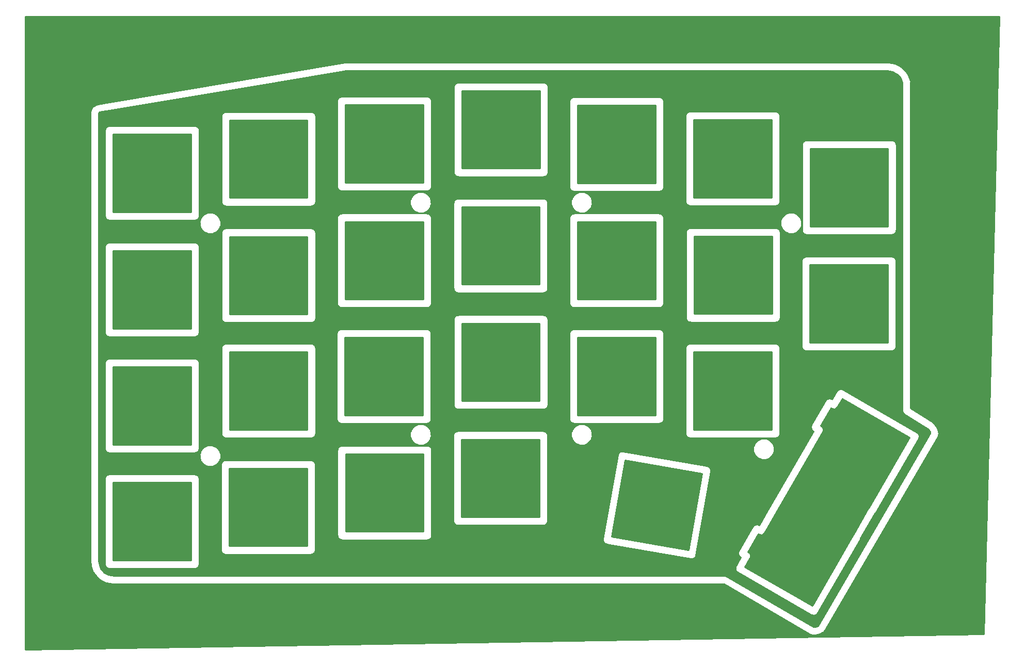
<source format=gbr>
G04 #@! TF.FileFunction,Copper,L1,Top,Signal*
%FSLAX46Y46*%
G04 Gerber Fmt 4.6, Leading zero omitted, Abs format (unit mm)*
G04 Created by KiCad (PCBNEW 4.0.7) date 05/22/18 13:01:38*
%MOMM*%
%LPD*%
G01*
G04 APERTURE LIST*
%ADD10C,0.100000*%
%ADD11C,0.254000*%
G04 APERTURE END LIST*
D10*
D11*
G36*
X220856086Y-139574983D02*
X63627000Y-142110936D01*
X63627000Y-53981600D01*
X74320000Y-53981600D01*
X74320000Y-127632000D01*
X74325902Y-127661670D01*
X74322610Y-127691741D01*
X74369710Y-128229741D01*
X74394794Y-128315783D01*
X74408438Y-128404359D01*
X74777638Y-129418359D01*
X74839292Y-129519935D01*
X74896416Y-129624139D01*
X75588216Y-130449139D01*
X75681089Y-130523727D01*
X75770643Y-130602252D01*
X76702643Y-131140252D01*
X76815304Y-131178486D01*
X76926183Y-131221599D01*
X77992683Y-131409599D01*
X78052711Y-131408286D01*
X78111600Y-131420000D01*
X178270671Y-131420000D01*
X192385854Y-139653692D01*
X192449154Y-139675495D01*
X192506929Y-139709315D01*
X192532930Y-139718316D01*
X192600496Y-139727623D01*
X192638557Y-139740733D01*
X192674724Y-139738525D01*
X192775396Y-139755753D01*
X193445397Y-139737753D01*
X193561747Y-139711342D01*
X193679113Y-139689918D01*
X194303113Y-139442918D01*
X194402977Y-139378448D01*
X194505576Y-139318431D01*
X194629576Y-139208431D01*
X194694732Y-139122510D01*
X194766280Y-139041850D01*
X213350280Y-107269850D01*
X213353737Y-107259854D01*
X213356715Y-107256386D01*
X213389619Y-107156079D01*
X213437623Y-107017251D01*
X213437243Y-107010902D01*
X213440023Y-107002427D01*
X213480023Y-106672427D01*
X213470601Y-106548246D01*
X213464548Y-106423863D01*
X213354548Y-105983863D01*
X213306262Y-105881651D01*
X213264334Y-105776683D01*
X213004334Y-105376683D01*
X212970709Y-105342195D01*
X212946791Y-105300387D01*
X212606791Y-104909587D01*
X212527691Y-104848394D01*
X212455098Y-104779607D01*
X208890000Y-102533873D01*
X208890000Y-49002379D01*
X208894991Y-48976624D01*
X208841558Y-48714746D01*
X208421558Y-47714746D01*
X208356168Y-47617921D01*
X208313768Y-47540623D01*
X207621768Y-46715824D01*
X207528979Y-46641343D01*
X207439505Y-46562875D01*
X206507505Y-46024775D01*
X206394786Y-45986511D01*
X206283863Y-45943392D01*
X205216863Y-45755391D01*
X205156861Y-45756708D01*
X205098000Y-45745000D01*
X116211000Y-45745000D01*
X116154394Y-45756260D01*
X116096702Y-45754603D01*
X75512701Y-52622703D01*
X75353419Y-52683385D01*
X75295843Y-52702034D01*
X75277369Y-52712357D01*
X75262939Y-52717855D01*
X75256279Y-52724143D01*
X74955842Y-52892034D01*
X74911149Y-52930135D01*
X74845237Y-52966304D01*
X74696537Y-53091105D01*
X74622059Y-53183922D01*
X74543592Y-53273439D01*
X74446592Y-53441539D01*
X74408421Y-53554075D01*
X74365330Y-53664818D01*
X74330430Y-53862518D01*
X74331730Y-53922630D01*
X74320000Y-53981600D01*
X63627000Y-53981600D01*
X63627000Y-38227000D01*
X223389786Y-38227000D01*
X220856086Y-139574983D01*
X220856086Y-139574983D01*
G37*
X220856086Y-139574983D02*
X63627000Y-142110936D01*
X63627000Y-53981600D01*
X74320000Y-53981600D01*
X74320000Y-127632000D01*
X74325902Y-127661670D01*
X74322610Y-127691741D01*
X74369710Y-128229741D01*
X74394794Y-128315783D01*
X74408438Y-128404359D01*
X74777638Y-129418359D01*
X74839292Y-129519935D01*
X74896416Y-129624139D01*
X75588216Y-130449139D01*
X75681089Y-130523727D01*
X75770643Y-130602252D01*
X76702643Y-131140252D01*
X76815304Y-131178486D01*
X76926183Y-131221599D01*
X77992683Y-131409599D01*
X78052711Y-131408286D01*
X78111600Y-131420000D01*
X178270671Y-131420000D01*
X192385854Y-139653692D01*
X192449154Y-139675495D01*
X192506929Y-139709315D01*
X192532930Y-139718316D01*
X192600496Y-139727623D01*
X192638557Y-139740733D01*
X192674724Y-139738525D01*
X192775396Y-139755753D01*
X193445397Y-139737753D01*
X193561747Y-139711342D01*
X193679113Y-139689918D01*
X194303113Y-139442918D01*
X194402977Y-139378448D01*
X194505576Y-139318431D01*
X194629576Y-139208431D01*
X194694732Y-139122510D01*
X194766280Y-139041850D01*
X213350280Y-107269850D01*
X213353737Y-107259854D01*
X213356715Y-107256386D01*
X213389619Y-107156079D01*
X213437623Y-107017251D01*
X213437243Y-107010902D01*
X213440023Y-107002427D01*
X213480023Y-106672427D01*
X213470601Y-106548246D01*
X213464548Y-106423863D01*
X213354548Y-105983863D01*
X213306262Y-105881651D01*
X213264334Y-105776683D01*
X213004334Y-105376683D01*
X212970709Y-105342195D01*
X212946791Y-105300387D01*
X212606791Y-104909587D01*
X212527691Y-104848394D01*
X212455098Y-104779607D01*
X208890000Y-102533873D01*
X208890000Y-49002379D01*
X208894991Y-48976624D01*
X208841558Y-48714746D01*
X208421558Y-47714746D01*
X208356168Y-47617921D01*
X208313768Y-47540623D01*
X207621768Y-46715824D01*
X207528979Y-46641343D01*
X207439505Y-46562875D01*
X206507505Y-46024775D01*
X206394786Y-45986511D01*
X206283863Y-45943392D01*
X205216863Y-45755391D01*
X205156861Y-45756708D01*
X205098000Y-45745000D01*
X116211000Y-45745000D01*
X116154394Y-45756260D01*
X116096702Y-45754603D01*
X75512701Y-52622703D01*
X75353419Y-52683385D01*
X75295843Y-52702034D01*
X75277369Y-52712357D01*
X75262939Y-52717855D01*
X75256279Y-52724143D01*
X74955842Y-52892034D01*
X74911149Y-52930135D01*
X74845237Y-52966304D01*
X74696537Y-53091105D01*
X74622059Y-53183922D01*
X74543592Y-53273439D01*
X74446592Y-53441539D01*
X74408421Y-53554075D01*
X74365330Y-53664818D01*
X74330430Y-53862518D01*
X74331730Y-53922630D01*
X74320000Y-53981600D01*
X63627000Y-53981600D01*
X63627000Y-38227000D01*
X223389786Y-38227000D01*
X220856086Y-139574983D01*
G36*
X205927138Y-47271642D02*
X206649878Y-47688923D01*
X207200351Y-48345036D01*
X207520000Y-49106106D01*
X207520000Y-102870000D01*
X207524288Y-102891555D01*
X207524000Y-102893000D01*
X207524000Y-102894000D01*
X207528802Y-102918141D01*
X207525724Y-102942559D01*
X207530074Y-102958445D01*
X207529320Y-102982613D01*
X207531320Y-102994614D01*
X207533134Y-102999410D01*
X207533049Y-103004537D01*
X207535049Y-103015536D01*
X207561489Y-103082470D01*
X207576143Y-103156138D01*
X207586999Y-103172385D01*
X207588143Y-103178138D01*
X207591691Y-103183448D01*
X207596317Y-103200341D01*
X207602317Y-103212341D01*
X207618637Y-103233370D01*
X207627617Y-103258430D01*
X207633617Y-103268430D01*
X207672805Y-103311627D01*
X207680893Y-103329757D01*
X207704222Y-103351862D01*
X207736632Y-103400368D01*
X207738632Y-103402368D01*
X207745234Y-103406779D01*
X207747632Y-103410368D01*
X207755632Y-103418368D01*
X207762703Y-103423092D01*
X207767911Y-103429975D01*
X207776911Y-103437976D01*
X207799377Y-103451148D01*
X207813199Y-103466384D01*
X207836893Y-103477577D01*
X207874902Y-103513593D01*
X211639477Y-105884983D01*
X211881771Y-106163479D01*
X212053235Y-106427270D01*
X212104739Y-106633285D01*
X212096706Y-106699559D01*
X193656712Y-138225361D01*
X193287515Y-138371500D01*
X192923523Y-138381279D01*
X178818146Y-130153308D01*
X178750179Y-130129897D01*
X178710138Y-130103143D01*
X178689826Y-130099103D01*
X178670616Y-130088152D01*
X178664616Y-130086152D01*
X178657196Y-130085217D01*
X178656073Y-130084896D01*
X178649184Y-130081356D01*
X178642184Y-130079356D01*
X178599095Y-130075817D01*
X178561821Y-130062461D01*
X178553091Y-130062886D01*
X178538874Y-130057885D01*
X178531874Y-130056885D01*
X178489262Y-130059208D01*
X178448000Y-130051000D01*
X178442000Y-130051000D01*
X178441014Y-130051196D01*
X178435000Y-130050000D01*
X78171513Y-130050000D01*
X77282957Y-129893368D01*
X76560286Y-129476203D01*
X76023691Y-128836291D01*
X75726623Y-128020401D01*
X75690000Y-127602072D01*
X75690000Y-114115000D01*
X76678700Y-114115000D01*
X76678700Y-128085000D01*
X76679946Y-128091265D01*
X76679800Y-128092000D01*
X76679800Y-128099000D01*
X76688893Y-128144711D01*
X76687004Y-128191338D01*
X76688104Y-128198338D01*
X76695380Y-128218134D01*
X76695402Y-128239340D01*
X76696602Y-128245340D01*
X76716421Y-128293046D01*
X76721229Y-128321106D01*
X76723153Y-128336898D01*
X76724276Y-128338887D01*
X76725184Y-128344186D01*
X76727484Y-128350186D01*
X76730816Y-128355472D01*
X76730943Y-128356110D01*
X76731984Y-128362186D01*
X76734284Y-128368186D01*
X76748996Y-128391527D01*
X76751269Y-128402391D01*
X76759786Y-128414869D01*
X76768092Y-128441114D01*
X76771392Y-128447115D01*
X76776393Y-128453063D01*
X76777992Y-128458114D01*
X76781292Y-128464115D01*
X76793543Y-128478683D01*
X76799142Y-128492161D01*
X76825842Y-128518805D01*
X76854543Y-128569647D01*
X76858843Y-128574647D01*
X76862768Y-128577719D01*
X76867243Y-128585647D01*
X76871543Y-128590647D01*
X76888822Y-128604174D01*
X76890186Y-128606495D01*
X76891019Y-128607124D01*
X76901951Y-128623140D01*
X76907051Y-128628140D01*
X76934096Y-128645826D01*
X76953310Y-128668675D01*
X76963741Y-128674091D01*
X76973959Y-128685995D01*
X76979060Y-128689995D01*
X77028858Y-128715213D01*
X77059815Y-128743446D01*
X77069182Y-128746830D01*
X77076195Y-128752429D01*
X77081995Y-128755429D01*
X77085960Y-128756573D01*
X77093295Y-128762429D01*
X77099095Y-128765429D01*
X77101458Y-128766111D01*
X77103441Y-128767609D01*
X77109641Y-128770609D01*
X77145034Y-128779809D01*
X77164562Y-128792857D01*
X77189368Y-128797791D01*
X77213133Y-128810890D01*
X77219433Y-128812890D01*
X77266552Y-128818144D01*
X77311183Y-128834270D01*
X77317783Y-128835270D01*
X77324316Y-128834969D01*
X77330683Y-128837270D01*
X77337283Y-128838270D01*
X77349513Y-128837707D01*
X77355887Y-128839547D01*
X77383638Y-128836434D01*
X77426700Y-128845000D01*
X77433300Y-128845000D01*
X77434086Y-128844844D01*
X77439900Y-128846000D01*
X91409900Y-128846000D01*
X91415714Y-128844844D01*
X91416500Y-128845000D01*
X91423100Y-128845000D01*
X91466003Y-128836466D01*
X91477112Y-128838084D01*
X91478235Y-128837800D01*
X91493813Y-128839547D01*
X91500201Y-128837703D01*
X91512517Y-128838270D01*
X91519116Y-128837270D01*
X91526193Y-128834713D01*
X91533559Y-128835035D01*
X91540059Y-128834035D01*
X91583940Y-128818067D01*
X91630367Y-128812890D01*
X91636667Y-128810890D01*
X91660432Y-128797791D01*
X91685238Y-128792857D01*
X91703288Y-128780796D01*
X91736205Y-128772459D01*
X91742505Y-128769459D01*
X91746207Y-128766698D01*
X91750605Y-128765429D01*
X91753367Y-128764000D01*
X180101000Y-128764000D01*
X180101000Y-128771000D01*
X180102293Y-128777500D01*
X180101000Y-128784000D01*
X180101000Y-128790000D01*
X180103796Y-128804056D01*
X180102724Y-128812559D01*
X180108982Y-128835409D01*
X180106885Y-128873874D01*
X180107885Y-128880874D01*
X180112782Y-128894797D01*
X180112320Y-128909613D01*
X180113320Y-128915614D01*
X180117034Y-128925436D01*
X180117023Y-128935934D01*
X180125590Y-128956677D01*
X180127356Y-128978184D01*
X180129356Y-128985184D01*
X180136502Y-128999091D01*
X180137065Y-129005647D01*
X180141781Y-129014742D01*
X180143152Y-129025616D01*
X180145152Y-129031616D01*
X180151156Y-129042148D01*
X180153143Y-129052138D01*
X180174923Y-129084734D01*
X180186317Y-129126341D01*
X180189317Y-129132341D01*
X180193530Y-129137770D01*
X180195475Y-129144358D01*
X180203625Y-129154443D01*
X180207849Y-129165613D01*
X180215038Y-129173265D01*
X180219046Y-129182970D01*
X180223045Y-129188970D01*
X180241959Y-129207923D01*
X180260105Y-129242916D01*
X180264105Y-129247916D01*
X180269954Y-129252840D01*
X180273105Y-129258916D01*
X180277105Y-129263916D01*
X180287673Y-129272812D01*
X180294514Y-129284813D01*
X180327550Y-129310453D01*
X180353187Y-129343485D01*
X180359154Y-129346886D01*
X180363474Y-129352232D01*
X180369473Y-129357231D01*
X180381622Y-129363843D01*
X180390084Y-129373895D01*
X180395084Y-129377895D01*
X180440460Y-129401425D01*
X180449285Y-129408854D01*
X180480492Y-129436223D01*
X192578492Y-136421223D01*
X192583399Y-136422889D01*
X192583997Y-136423425D01*
X192599407Y-136428846D01*
X192614659Y-136440683D01*
X192626659Y-136446683D01*
X192664819Y-136457133D01*
X192683862Y-136469857D01*
X192704174Y-136473897D01*
X192723384Y-136484848D01*
X192729384Y-136486848D01*
X192768612Y-136491793D01*
X192788996Y-136501568D01*
X192809287Y-136502674D01*
X192836126Y-136512115D01*
X192842223Y-136512986D01*
X192846387Y-136513680D01*
X192868760Y-136512982D01*
X192884441Y-136517276D01*
X192890617Y-136516497D01*
X192893807Y-136517522D01*
X192914814Y-136515797D01*
X192946000Y-136522000D01*
X192953000Y-136522000D01*
X192959500Y-136520707D01*
X192966000Y-136522000D01*
X192972000Y-136522000D01*
X192986056Y-136519204D01*
X192994559Y-136520276D01*
X193014354Y-136514855D01*
X193033559Y-136517276D01*
X193040799Y-136515293D01*
X193055874Y-136516115D01*
X193062874Y-136515115D01*
X193076797Y-136510218D01*
X193091613Y-136510680D01*
X193097614Y-136509680D01*
X193108687Y-136505493D01*
X193113531Y-136505342D01*
X193129423Y-136498170D01*
X193160184Y-136495644D01*
X193167184Y-136493644D01*
X193181091Y-136486498D01*
X193187647Y-136485935D01*
X193209015Y-136474854D01*
X193234138Y-136469857D01*
X193253181Y-136457133D01*
X193291341Y-136446683D01*
X193303341Y-136440683D01*
X193308774Y-136436467D01*
X193314341Y-136433683D01*
X193325256Y-136425212D01*
X193338422Y-136421038D01*
X193343623Y-136416660D01*
X193347613Y-136415151D01*
X193366550Y-136397361D01*
X193379540Y-136386425D01*
X193424916Y-136362895D01*
X193429916Y-136358895D01*
X193438377Y-136348843D01*
X193450526Y-136342232D01*
X193456526Y-136337232D01*
X193460845Y-136331888D01*
X193466813Y-136328486D01*
X193492453Y-136295450D01*
X193525485Y-136269813D01*
X193532325Y-136257813D01*
X193542895Y-136248916D01*
X193546895Y-136243916D01*
X193550046Y-136237840D01*
X193555895Y-136232916D01*
X193559895Y-136227916D01*
X193583875Y-136181673D01*
X193618223Y-136142508D01*
X200603223Y-124044508D01*
X200604889Y-124039601D01*
X200605425Y-124039003D01*
X200627988Y-123974860D01*
X200651857Y-123939138D01*
X200653844Y-123929148D01*
X200659848Y-123918616D01*
X200661848Y-123912616D01*
X200662532Y-123907187D01*
X200666848Y-123899616D01*
X200668848Y-123893616D01*
X200671931Y-123869162D01*
X203030285Y-119784357D01*
X203031813Y-119783486D01*
X203053345Y-119755743D01*
X203070368Y-119744368D01*
X203075368Y-119739368D01*
X203087936Y-119720559D01*
X203108895Y-119702916D01*
X203112895Y-119697916D01*
X203125313Y-119673968D01*
X203143158Y-119656161D01*
X203152495Y-119633685D01*
X203184223Y-119597508D01*
X210169223Y-107499508D01*
X210177982Y-107473706D01*
X210190683Y-107457341D01*
X210193683Y-107451341D01*
X210196710Y-107440287D01*
X210197683Y-107438341D01*
X210204184Y-107414601D01*
X210217857Y-107394138D01*
X210219844Y-107384148D01*
X210225848Y-107373616D01*
X210227848Y-107367616D01*
X210233306Y-107324322D01*
X210234848Y-107321616D01*
X210235176Y-107319017D01*
X210249568Y-107289004D01*
X210250857Y-107265349D01*
X210259115Y-107241874D01*
X210259143Y-107241678D01*
X210260680Y-107237613D01*
X210261680Y-107231613D01*
X210260924Y-107207405D01*
X210268276Y-107180559D01*
X210265198Y-107156141D01*
X210270000Y-107132000D01*
X210270000Y-107125000D01*
X210268707Y-107118500D01*
X210270000Y-107112000D01*
X210270000Y-107105000D01*
X210265198Y-107080859D01*
X210268276Y-107056441D01*
X210263246Y-107038072D01*
X210264115Y-107022126D01*
X210263115Y-107015126D01*
X210257299Y-106998592D01*
X210257680Y-106986387D01*
X210256680Y-106980387D01*
X210253583Y-106972197D01*
X210253342Y-106964469D01*
X210236802Y-106927817D01*
X210236222Y-106926281D01*
X210234848Y-106915384D01*
X210233144Y-106912394D01*
X210227848Y-106870384D01*
X210225848Y-106864384D01*
X210220150Y-106854388D01*
X210217857Y-106842862D01*
X210211840Y-106833856D01*
X210208857Y-106818862D01*
X210199298Y-106804556D01*
X210197683Y-106798659D01*
X210196105Y-106795503D01*
X210193683Y-106786659D01*
X210190683Y-106780659D01*
X210184521Y-106772719D01*
X210183683Y-106769659D01*
X210180683Y-106763659D01*
X210169077Y-106748705D01*
X210162151Y-106730388D01*
X210129889Y-106696047D01*
X210114190Y-106668508D01*
X210097895Y-106637084D01*
X210093895Y-106632084D01*
X210083325Y-106623187D01*
X210076485Y-106611187D01*
X210063208Y-106600883D01*
X210060368Y-106596632D01*
X210058409Y-106594673D01*
X210052368Y-106585632D01*
X210047368Y-106580632D01*
X210029229Y-106568512D01*
X210016813Y-106552514D01*
X209997012Y-106541227D01*
X209980916Y-106522105D01*
X209975916Y-106518105D01*
X209930540Y-106494575D01*
X209921570Y-106487024D01*
X209890486Y-106459765D01*
X197791487Y-99474765D01*
X197771781Y-99468076D01*
X197755341Y-99455317D01*
X197743341Y-99449317D01*
X197706875Y-99439331D01*
X197687138Y-99426143D01*
X197666826Y-99422103D01*
X197647616Y-99411152D01*
X197641616Y-99409152D01*
X197594184Y-99403173D01*
X197588506Y-99401026D01*
X197565531Y-99390658D01*
X197560687Y-99390507D01*
X197549614Y-99386320D01*
X197543613Y-99385320D01*
X197528797Y-99385782D01*
X197514874Y-99380885D01*
X197507874Y-99379885D01*
X197492799Y-99380707D01*
X197485559Y-99378724D01*
X197466354Y-99381145D01*
X197446559Y-99375724D01*
X197438668Y-99376719D01*
X197425000Y-99374000D01*
X197418000Y-99374000D01*
X197411500Y-99375293D01*
X197405000Y-99374000D01*
X197398000Y-99374000D01*
X197384332Y-99376719D01*
X197376441Y-99375724D01*
X197356331Y-99381231D01*
X197336441Y-99378724D01*
X197320760Y-99383018D01*
X197298387Y-99382320D01*
X197294223Y-99383014D01*
X197288126Y-99383885D01*
X197261287Y-99393326D01*
X197240996Y-99394432D01*
X197220612Y-99404207D01*
X197181384Y-99409152D01*
X197175384Y-99411152D01*
X197156174Y-99422103D01*
X197135862Y-99426143D01*
X197116819Y-99438867D01*
X197078659Y-99449317D01*
X197066659Y-99455317D01*
X197061226Y-99459533D01*
X197055659Y-99462317D01*
X197047784Y-99468429D01*
X197035997Y-99472575D01*
X197034296Y-99474100D01*
X197031578Y-99474962D01*
X196990460Y-99509575D01*
X196945084Y-99533105D01*
X196940084Y-99537105D01*
X196923986Y-99556229D01*
X196904187Y-99567515D01*
X196891772Y-99583511D01*
X196873632Y-99595632D01*
X196868632Y-99600632D01*
X196862591Y-99609673D01*
X196860632Y-99611632D01*
X196857793Y-99615881D01*
X196844514Y-99626187D01*
X196837673Y-99638188D01*
X196827105Y-99647084D01*
X196823105Y-99652084D01*
X196797627Y-99701215D01*
X196751768Y-99753509D01*
X196004550Y-101047773D01*
X195947994Y-101015058D01*
X195907942Y-101001425D01*
X195892341Y-100989317D01*
X195886341Y-100986317D01*
X195862601Y-100979816D01*
X195842138Y-100966143D01*
X195815569Y-100960858D01*
X195793184Y-100949356D01*
X195786184Y-100947356D01*
X195759361Y-100945153D01*
X195737004Y-100934432D01*
X195715602Y-100933265D01*
X195693821Y-100925461D01*
X195691792Y-100925560D01*
X195689874Y-100924885D01*
X195689679Y-100924857D01*
X195685614Y-100923320D01*
X195679613Y-100922320D01*
X195655405Y-100923076D01*
X195628559Y-100915724D01*
X195604141Y-100918802D01*
X195580000Y-100914000D01*
X195573000Y-100914000D01*
X195566500Y-100915293D01*
X195560000Y-100914000D01*
X195553000Y-100914000D01*
X195528859Y-100918802D01*
X195504441Y-100915724D01*
X195486072Y-100920754D01*
X195470126Y-100919885D01*
X195463126Y-100920885D01*
X195446592Y-100926701D01*
X195434387Y-100926320D01*
X195428387Y-100927320D01*
X195420197Y-100930417D01*
X195412470Y-100930658D01*
X195375822Y-100947196D01*
X195374281Y-100947778D01*
X195363384Y-100949152D01*
X195361638Y-100950147D01*
X195325235Y-100954009D01*
X195322175Y-100955674D01*
X195318384Y-100956152D01*
X195312384Y-100958152D01*
X195302388Y-100963850D01*
X195290862Y-100966143D01*
X195270399Y-100979816D01*
X195264587Y-100981408D01*
X195255862Y-100983143D01*
X195254204Y-100984251D01*
X195246659Y-100986317D01*
X195243503Y-100987895D01*
X195234659Y-100990317D01*
X195228659Y-100993317D01*
X195204729Y-101011889D01*
X195178388Y-101021849D01*
X195176725Y-101023412D01*
X195170570Y-101025617D01*
X195165570Y-101028617D01*
X195131729Y-101059317D01*
X195090473Y-101081769D01*
X195085575Y-101085850D01*
X195085084Y-101086105D01*
X195080084Y-101090105D01*
X195071187Y-101100675D01*
X195059187Y-101107515D01*
X195047835Y-101122142D01*
X195033632Y-101131632D01*
X195028632Y-101136632D01*
X195002388Y-101175908D01*
X194970105Y-101203084D01*
X194966105Y-101208084D01*
X194942575Y-101253460D01*
X194934936Y-101262534D01*
X194907753Y-101293534D01*
X192621753Y-105253535D01*
X192615070Y-105273227D01*
X192602317Y-105289659D01*
X192596317Y-105301659D01*
X192585867Y-105339819D01*
X192573143Y-105358862D01*
X192566437Y-105392573D01*
X192549356Y-105425816D01*
X192547356Y-105432816D01*
X192546664Y-105441237D01*
X192545356Y-105445816D01*
X192543495Y-105468477D01*
X192533320Y-105495386D01*
X192532320Y-105501387D01*
X192533272Y-105531879D01*
X192525724Y-105559441D01*
X192526392Y-105564743D01*
X192520724Y-105585441D01*
X192523575Y-105608056D01*
X192521000Y-105621000D01*
X192521000Y-105627000D01*
X192522293Y-105633500D01*
X192521000Y-105640000D01*
X192521000Y-105647000D01*
X192526544Y-105674869D01*
X192523478Y-105712193D01*
X192530711Y-105734716D01*
X192529885Y-105749874D01*
X192530885Y-105756874D01*
X192548730Y-105807604D01*
X192554152Y-105850616D01*
X192554733Y-105852359D01*
X192556152Y-105863616D01*
X192558152Y-105869616D01*
X192569103Y-105888826D01*
X192573143Y-105909138D01*
X192585867Y-105928181D01*
X192596317Y-105966341D01*
X192602317Y-105978341D01*
X192606533Y-105983774D01*
X192609317Y-105989341D01*
X192615429Y-105997216D01*
X192619575Y-106009003D01*
X192621100Y-106010704D01*
X192621962Y-106013422D01*
X192656575Y-106054540D01*
X192680105Y-106099916D01*
X192684105Y-106104916D01*
X192716388Y-106132092D01*
X192742632Y-106171368D01*
X192747632Y-106176368D01*
X192761835Y-106185858D01*
X192773187Y-106200485D01*
X192785187Y-106207325D01*
X192794084Y-106217895D01*
X192799084Y-106221895D01*
X192799575Y-106222150D01*
X192804473Y-106226231D01*
X192845729Y-106248683D01*
X192879570Y-106279383D01*
X192884570Y-106282383D01*
X192890696Y-106284578D01*
X192900690Y-106293337D01*
X192957181Y-106325928D01*
X192111805Y-107790263D01*
X192099998Y-107804290D01*
X192079514Y-107820187D01*
X192077397Y-107823901D01*
X192045105Y-107851084D01*
X192041105Y-107856084D01*
X192038874Y-107860386D01*
X192032105Y-107866084D01*
X192028105Y-107871084D01*
X192017865Y-107890831D01*
X192010842Y-107897839D01*
X192010576Y-107898479D01*
X192001045Y-107908030D01*
X191997046Y-107914030D01*
X191988172Y-107935517D01*
X191969777Y-107956492D01*
X184984777Y-120054492D01*
X184983111Y-120059399D01*
X184982575Y-120059997D01*
X184960012Y-120124140D01*
X184936143Y-120159862D01*
X184932103Y-120180174D01*
X184921152Y-120199384D01*
X184919152Y-120205384D01*
X184918626Y-120209558D01*
X184914065Y-120218353D01*
X184912459Y-120237049D01*
X184056161Y-121719675D01*
X184009149Y-121692570D01*
X184004454Y-121690979D01*
X184004003Y-121690575D01*
X183970339Y-121678733D01*
X183954341Y-121666317D01*
X183948341Y-121663317D01*
X183946007Y-121662678D01*
X183936835Y-121656386D01*
X183929835Y-121653386D01*
X183914662Y-121650175D01*
X183904138Y-121643143D01*
X183838528Y-121630092D01*
X183831616Y-121626152D01*
X183829017Y-121625824D01*
X183799004Y-121611432D01*
X183777602Y-121610265D01*
X183755821Y-121602461D01*
X183753792Y-121602560D01*
X183751874Y-121601885D01*
X183751679Y-121601857D01*
X183747614Y-121600320D01*
X183741613Y-121599320D01*
X183717405Y-121600076D01*
X183690559Y-121592724D01*
X183666141Y-121595802D01*
X183642000Y-121591000D01*
X183635000Y-121591000D01*
X183628500Y-121592293D01*
X183622000Y-121591000D01*
X183615000Y-121591000D01*
X183590859Y-121595802D01*
X183566441Y-121592724D01*
X183548072Y-121597754D01*
X183532126Y-121596885D01*
X183525126Y-121597885D01*
X183508592Y-121603701D01*
X183496387Y-121603320D01*
X183490387Y-121604320D01*
X183482197Y-121607417D01*
X183474470Y-121607658D01*
X183460360Y-121614025D01*
X183458066Y-121614023D01*
X183430153Y-121625551D01*
X183425384Y-121626152D01*
X183418472Y-121630092D01*
X183352862Y-121643143D01*
X183332399Y-121656816D01*
X183326587Y-121658408D01*
X183317862Y-121660143D01*
X183316204Y-121661251D01*
X183308659Y-121663317D01*
X183305503Y-121664895D01*
X183296659Y-121667317D01*
X183284659Y-121673317D01*
X183262567Y-121690463D01*
X183240388Y-121698849D01*
X183238725Y-121700412D01*
X183232570Y-121702617D01*
X183227570Y-121705617D01*
X183220289Y-121712222D01*
X183211030Y-121716046D01*
X183205030Y-121720046D01*
X183181555Y-121743472D01*
X183162199Y-121752616D01*
X183147497Y-121768823D01*
X183145967Y-121769577D01*
X183134485Y-121782671D01*
X183095632Y-121808632D01*
X183085632Y-121818632D01*
X183060597Y-121856100D01*
X183032105Y-121880084D01*
X183028105Y-121885084D01*
X183009530Y-121920903D01*
X182982617Y-121950570D01*
X182979617Y-121955570D01*
X182977366Y-121961852D01*
X182969753Y-121970534D01*
X180683753Y-125930535D01*
X180677070Y-125950227D01*
X180664317Y-125966659D01*
X180658317Y-125978659D01*
X180647867Y-126016819D01*
X180635143Y-126035862D01*
X180628437Y-126069573D01*
X180611356Y-126102816D01*
X180609356Y-126109816D01*
X180608664Y-126118237D01*
X180607356Y-126122816D01*
X180605495Y-126145477D01*
X180595320Y-126172386D01*
X180594320Y-126178387D01*
X180595085Y-126202893D01*
X180585478Y-126232807D01*
X180587998Y-126263486D01*
X180584724Y-126275441D01*
X180585796Y-126283944D01*
X180583000Y-126298000D01*
X180583000Y-126304000D01*
X180584392Y-126311000D01*
X180583000Y-126318000D01*
X180583000Y-126324000D01*
X180588544Y-126351869D01*
X180585478Y-126389193D01*
X180592711Y-126411716D01*
X180591885Y-126426874D01*
X180592885Y-126433874D01*
X180604766Y-126467649D01*
X180607356Y-126499184D01*
X180609356Y-126506184D01*
X180615260Y-126517674D01*
X180618152Y-126540616D01*
X180620152Y-126546616D01*
X180631103Y-126565826D01*
X180635143Y-126586138D01*
X180647867Y-126605181D01*
X180658317Y-126643341D01*
X180664317Y-126655341D01*
X180668533Y-126660774D01*
X180671317Y-126666341D01*
X180677429Y-126674216D01*
X180681575Y-126686003D01*
X180683100Y-126687704D01*
X180683962Y-126690422D01*
X180718575Y-126731540D01*
X180727977Y-126749671D01*
X180729842Y-126754161D01*
X180730802Y-126755119D01*
X180742105Y-126776916D01*
X180746105Y-126781916D01*
X180778388Y-126809092D01*
X180804632Y-126848368D01*
X180809632Y-126853368D01*
X180823835Y-126862858D01*
X180835187Y-126877485D01*
X180847187Y-126884325D01*
X180856084Y-126894895D01*
X180861084Y-126898895D01*
X180862488Y-126899623D01*
X180866084Y-126903895D01*
X180871084Y-126907895D01*
X180897760Y-126921728D01*
X180919030Y-126942954D01*
X180925030Y-126946954D01*
X180945507Y-126955411D01*
X180962155Y-126970028D01*
X181009490Y-126997393D01*
X180201762Y-128396518D01*
X180200102Y-128401410D01*
X180199575Y-128401997D01*
X180177012Y-128466140D01*
X180153143Y-128501862D01*
X180151156Y-128511852D01*
X180145152Y-128522384D01*
X180143152Y-128528384D01*
X180142468Y-128533813D01*
X180138152Y-128541384D01*
X180136152Y-128547384D01*
X180131731Y-128582451D01*
X180122605Y-128604550D01*
X180121432Y-128606996D01*
X180121407Y-128607450D01*
X180117023Y-128618066D01*
X180117042Y-128636622D01*
X180110885Y-128654126D01*
X180110015Y-128660218D01*
X180109320Y-128664387D01*
X180110329Y-128696703D01*
X180105478Y-128711807D01*
X180107203Y-128732814D01*
X180101000Y-128764000D01*
X91753367Y-128764000D01*
X91756405Y-128762429D01*
X91763684Y-128756619D01*
X91767805Y-128755429D01*
X91773605Y-128752429D01*
X91774177Y-128751973D01*
X91774877Y-128751769D01*
X91782149Y-128745939D01*
X91791220Y-128742638D01*
X91821414Y-128714974D01*
X91870741Y-128689995D01*
X91875841Y-128685994D01*
X91886058Y-128674092D01*
X91896490Y-128668675D01*
X91913626Y-128648297D01*
X91937879Y-128632771D01*
X91943080Y-128627771D01*
X91954527Y-128611346D01*
X91956761Y-128609680D01*
X91960694Y-128603078D01*
X91961581Y-128602370D01*
X91972999Y-128594293D01*
X91974315Y-128592205D01*
X91982485Y-128585683D01*
X91982838Y-128585044D01*
X91983408Y-128584587D01*
X91987608Y-128579587D01*
X91989842Y-128575520D01*
X91990957Y-128574647D01*
X91995257Y-128569647D01*
X92026778Y-128513810D01*
X92056712Y-128482962D01*
X92060332Y-128473837D01*
X92068508Y-128464114D01*
X92071808Y-128458114D01*
X92073407Y-128453061D01*
X92078408Y-128447114D01*
X92081708Y-128441114D01*
X92088815Y-128418655D01*
X92095897Y-128408494D01*
X92098987Y-128394410D01*
X92115516Y-128368186D01*
X92117816Y-128362186D01*
X92118997Y-128355293D01*
X92122216Y-128350186D01*
X92124516Y-128344186D01*
X92125380Y-128339142D01*
X92126647Y-128336898D01*
X92128817Y-128319087D01*
X92134210Y-128287610D01*
X92155270Y-128234525D01*
X92156370Y-128228525D01*
X92156208Y-128217762D01*
X92160051Y-128207740D01*
X92161251Y-128200740D01*
X92160982Y-128190616D01*
X92162349Y-128186296D01*
X92160209Y-128161533D01*
X92159885Y-128149348D01*
X92169900Y-128099000D01*
X92169900Y-128092000D01*
X92169804Y-128091516D01*
X92171100Y-128085000D01*
X92171100Y-114115000D01*
X92169900Y-114108967D01*
X92169900Y-114102000D01*
X92159317Y-114048794D01*
X92162349Y-114013704D01*
X92158779Y-114002423D01*
X92159296Y-113989662D01*
X92158196Y-113982662D01*
X92157799Y-113981582D01*
X92157798Y-113980661D01*
X92156598Y-113974660D01*
X92144948Y-113946617D01*
X92135499Y-113920909D01*
X92129238Y-113884373D01*
X92126647Y-113863102D01*
X92125134Y-113860422D01*
X92124516Y-113856814D01*
X92122216Y-113850814D01*
X92119232Y-113846081D01*
X92117816Y-113837814D01*
X92115516Y-113831814D01*
X92093969Y-113797629D01*
X92081708Y-113758886D01*
X92078408Y-113752886D01*
X92073407Y-113746939D01*
X92071808Y-113741886D01*
X92068508Y-113735886D01*
X92066707Y-113733744D01*
X92065991Y-113731797D01*
X92063639Y-113729246D01*
X92061936Y-113724210D01*
X92023329Y-113680080D01*
X91995257Y-113630353D01*
X91990957Y-113625353D01*
X91988878Y-113623726D01*
X91987608Y-113621413D01*
X91983408Y-113616413D01*
X91982838Y-113615956D01*
X91982485Y-113615317D01*
X91975584Y-113609808D01*
X91972999Y-113605707D01*
X91950576Y-113589844D01*
X91948658Y-113588314D01*
X91932649Y-113564860D01*
X91927549Y-113559860D01*
X91911855Y-113549597D01*
X91896490Y-113531325D01*
X91892738Y-113529377D01*
X91889340Y-113525126D01*
X91886299Y-113523450D01*
X91885951Y-113523052D01*
X91880752Y-113519053D01*
X91857063Y-113507336D01*
X91825990Y-113490209D01*
X91825907Y-113490142D01*
X91791220Y-113458362D01*
X91782149Y-113455061D01*
X91774877Y-113449231D01*
X91774177Y-113449027D01*
X91773605Y-113448571D01*
X91767805Y-113445571D01*
X91763684Y-113444381D01*
X91756405Y-113438571D01*
X91750605Y-113435571D01*
X91731176Y-113429963D01*
X91723905Y-113424541D01*
X91717605Y-113421541D01*
X91715041Y-113420892D01*
X91703859Y-113413579D01*
X91691334Y-113411216D01*
X91685238Y-113407143D01*
X91669663Y-113404045D01*
X91655267Y-113396110D01*
X91648967Y-113394110D01*
X91599495Y-113388594D01*
X91540059Y-113366965D01*
X91533559Y-113365965D01*
X91528662Y-113366179D01*
X91519116Y-113362730D01*
X91512517Y-113361730D01*
X91497213Y-113362434D01*
X91493813Y-113361453D01*
X91484498Y-113362498D01*
X91458512Y-113355916D01*
X91440727Y-113358506D01*
X91423100Y-113355000D01*
X91416500Y-113355000D01*
X91415714Y-113355156D01*
X91409900Y-113354000D01*
X77439900Y-113354000D01*
X77434086Y-113355156D01*
X77433300Y-113355000D01*
X77426700Y-113355000D01*
X77409073Y-113358506D01*
X77391288Y-113355916D01*
X77365271Y-113362506D01*
X77355887Y-113361453D01*
X77352501Y-113362430D01*
X77337283Y-113361730D01*
X77330683Y-113362730D01*
X77321861Y-113365918D01*
X77317783Y-113365730D01*
X77311183Y-113366730D01*
X77249327Y-113389080D01*
X77197703Y-113395079D01*
X77191503Y-113397080D01*
X77178376Y-113404395D01*
X77164562Y-113407143D01*
X77158466Y-113411216D01*
X77145940Y-113413579D01*
X77134759Y-113420891D01*
X77132196Y-113421540D01*
X77125895Y-113424541D01*
X77118687Y-113429916D01*
X77099095Y-113435571D01*
X77093295Y-113438571D01*
X77085960Y-113444427D01*
X77081995Y-113445571D01*
X77076195Y-113448571D01*
X77069182Y-113454170D01*
X77059815Y-113457554D01*
X77023830Y-113490373D01*
X77023238Y-113490846D01*
X76982135Y-113513751D01*
X76963860Y-113523005D01*
X76959764Y-113526217D01*
X76958032Y-113527182D01*
X76955758Y-113530054D01*
X76953310Y-113531325D01*
X76937945Y-113549597D01*
X76922251Y-113559860D01*
X76917151Y-113564860D01*
X76902799Y-113585885D01*
X76883831Y-113600734D01*
X76876801Y-113605707D01*
X76876142Y-113606753D01*
X76871543Y-113610353D01*
X76867243Y-113615353D01*
X76863779Y-113621489D01*
X76858843Y-113625353D01*
X76854543Y-113630353D01*
X76824762Y-113683109D01*
X76800274Y-113711636D01*
X76788834Y-113723701D01*
X76787959Y-113725983D01*
X76784674Y-113729810D01*
X76783572Y-113733174D01*
X76781292Y-113735885D01*
X76777992Y-113741886D01*
X76776393Y-113746937D01*
X76771392Y-113752885D01*
X76768092Y-113758886D01*
X76755831Y-113797629D01*
X76734284Y-113831814D01*
X76731984Y-113837814D01*
X76730605Y-113845863D01*
X76727484Y-113850814D01*
X76725184Y-113856814D01*
X76724522Y-113860677D01*
X76723153Y-113863102D01*
X76720808Y-113882354D01*
X76714993Y-113916288D01*
X76693149Y-113973260D01*
X76691949Y-113980260D01*
X76692021Y-113982976D01*
X76691030Y-113985475D01*
X76689930Y-113991475D01*
X76690137Y-114005218D01*
X76687451Y-114013704D01*
X76690453Y-114048443D01*
X76679800Y-114102000D01*
X76679800Y-114109000D01*
X76679847Y-114109235D01*
X76678700Y-114115000D01*
X75690000Y-114115000D01*
X75690000Y-110061593D01*
X92214677Y-110061593D01*
X92224975Y-110377507D01*
X92224699Y-110693599D01*
X92236184Y-110721395D01*
X92237164Y-110751453D01*
X92457901Y-111284359D01*
X92470954Y-111289581D01*
X92488281Y-111331515D01*
X92975918Y-111820004D01*
X93020149Y-111838370D01*
X93025641Y-111852099D01*
X93321448Y-111963481D01*
X93613373Y-112084699D01*
X93643448Y-112084725D01*
X93671593Y-112095323D01*
X93987507Y-112085025D01*
X94303599Y-112085301D01*
X94331395Y-112073816D01*
X94361453Y-112072836D01*
X94894359Y-111852099D01*
X94899581Y-111839046D01*
X94941515Y-111821719D01*
X94970284Y-111793000D01*
X95730800Y-111793000D01*
X95730800Y-125763000D01*
X95732096Y-125769516D01*
X95732000Y-125770000D01*
X95732000Y-125777000D01*
X95742015Y-125827348D01*
X95740939Y-125867838D01*
X95740563Y-125872941D01*
X95740785Y-125873613D01*
X95740649Y-125878740D01*
X95741849Y-125885740D01*
X95745692Y-125895762D01*
X95745530Y-125906525D01*
X95746630Y-125912525D01*
X95757094Y-125938903D01*
X95757317Y-125949168D01*
X95769694Y-125977308D01*
X95777384Y-126022186D01*
X95779684Y-126028186D01*
X95783016Y-126033472D01*
X95783143Y-126034110D01*
X95784184Y-126040186D01*
X95786484Y-126046186D01*
X95801196Y-126069527D01*
X95803469Y-126080391D01*
X95814435Y-126096456D01*
X95824435Y-126126714D01*
X95827835Y-126132713D01*
X95839212Y-126145899D01*
X95845188Y-126160962D01*
X95854840Y-126170909D01*
X95863855Y-126192182D01*
X95864845Y-126193638D01*
X95864926Y-126193822D01*
X95866473Y-126196032D01*
X95867255Y-126197182D01*
X95867329Y-126197255D01*
X95869126Y-126199822D01*
X95899494Y-126228901D01*
X95899577Y-126228983D01*
X95916378Y-126259937D01*
X95918166Y-126261386D01*
X95919443Y-126263647D01*
X95923743Y-126268647D01*
X95941414Y-126282480D01*
X95954151Y-126301140D01*
X95959251Y-126306140D01*
X95998338Y-126331701D01*
X96026059Y-126363995D01*
X96031160Y-126367995D01*
X96051165Y-126378125D01*
X96057776Y-126384630D01*
X96082714Y-126394723D01*
X96112015Y-126421446D01*
X96118783Y-126423892D01*
X96124064Y-126428169D01*
X96129763Y-126431169D01*
X96132326Y-126431929D01*
X96134202Y-126433397D01*
X96138016Y-126434459D01*
X96145495Y-126440429D01*
X96151295Y-126443429D01*
X96155693Y-126444698D01*
X96159395Y-126447459D01*
X96165696Y-126450460D01*
X96198614Y-126458798D01*
X96216662Y-126470857D01*
X96240021Y-126475504D01*
X96262303Y-126487920D01*
X96268503Y-126489921D01*
X96281734Y-126491459D01*
X96284051Y-126492709D01*
X96290551Y-126494709D01*
X96324377Y-126498176D01*
X96363383Y-126512270D01*
X96369983Y-126513270D01*
X96390067Y-126512346D01*
X96408087Y-126517547D01*
X96423665Y-126515800D01*
X96424788Y-126516084D01*
X96435897Y-126514466D01*
X96478800Y-126523000D01*
X96481945Y-126523000D01*
X96492000Y-126525000D01*
X110462000Y-126525000D01*
X110472055Y-126523000D01*
X110475000Y-126523000D01*
X110513416Y-126515359D01*
X110536559Y-126518276D01*
X110564121Y-126510728D01*
X110594613Y-126511680D01*
X110600614Y-126510680D01*
X110627523Y-126500505D01*
X110650184Y-126498644D01*
X110654763Y-126497336D01*
X110663184Y-126496644D01*
X110670184Y-126494644D01*
X110684091Y-126487498D01*
X110690647Y-126486935D01*
X110712015Y-126475854D01*
X110737138Y-126470857D01*
X110756181Y-126458133D01*
X110794341Y-126447683D01*
X110806341Y-126441683D01*
X110811774Y-126437467D01*
X110817341Y-126434683D01*
X110828256Y-126426212D01*
X110841422Y-126422038D01*
X110846623Y-126417660D01*
X110850613Y-126416151D01*
X110869550Y-126398361D01*
X110882540Y-126387425D01*
X110900671Y-126378023D01*
X110905161Y-126376158D01*
X110906119Y-126375198D01*
X110927916Y-126363895D01*
X110932916Y-126359895D01*
X110960092Y-126327612D01*
X110999368Y-126301368D01*
X111004368Y-126296368D01*
X111013858Y-126282165D01*
X111028485Y-126270813D01*
X111035325Y-126258813D01*
X111045895Y-126249916D01*
X111049895Y-126244916D01*
X111050623Y-126243512D01*
X111054895Y-126239916D01*
X111058895Y-126234916D01*
X111072728Y-126208240D01*
X111093954Y-126186970D01*
X111097954Y-126180970D01*
X111101210Y-126173086D01*
X111103954Y-126168970D01*
X111107963Y-126159264D01*
X111115151Y-126151612D01*
X111133480Y-126103138D01*
X111152857Y-126074138D01*
X111155564Y-126060529D01*
X111169857Y-126039138D01*
X111172150Y-126027612D01*
X111177848Y-126017616D01*
X111179848Y-126011616D01*
X111180371Y-126007471D01*
X111184848Y-125999616D01*
X111186848Y-125993616D01*
X111191450Y-125957109D01*
X111205977Y-125921934D01*
X111205966Y-125911435D01*
X111209680Y-125901613D01*
X111210680Y-125895613D01*
X111210218Y-125880797D01*
X111215115Y-125866874D01*
X111216115Y-125859874D01*
X111213835Y-125818047D01*
X111222000Y-125777000D01*
X111222000Y-125770000D01*
X111221804Y-125769014D01*
X111223000Y-125763000D01*
X111223000Y-111793000D01*
X111221903Y-111787486D01*
X111222000Y-111787000D01*
X111222000Y-111780000D01*
X111212121Y-111730336D01*
X111213680Y-111680387D01*
X111212986Y-111676223D01*
X111212115Y-111670126D01*
X111205958Y-111652622D01*
X111205977Y-111634066D01*
X111191269Y-111598451D01*
X111186848Y-111563384D01*
X111184848Y-111557384D01*
X111180532Y-111549813D01*
X111179848Y-111544384D01*
X111177848Y-111538384D01*
X111171844Y-111527852D01*
X111169857Y-111517862D01*
X111145988Y-111482140D01*
X111123425Y-111417997D01*
X111120353Y-111414570D01*
X111120038Y-111413578D01*
X111109987Y-111401638D01*
X111103954Y-111387030D01*
X111099954Y-111381030D01*
X111097468Y-111378539D01*
X111093954Y-111370030D01*
X111089954Y-111364030D01*
X111073508Y-111347549D01*
X111062895Y-111327084D01*
X111058895Y-111322084D01*
X111052126Y-111316386D01*
X111049895Y-111312084D01*
X111046251Y-111307529D01*
X111045486Y-111306187D01*
X111037072Y-111299657D01*
X111035325Y-111298187D01*
X111028485Y-111286187D01*
X111000743Y-111264657D01*
X110989368Y-111247632D01*
X110984368Y-111242632D01*
X110965559Y-111230064D01*
X110955334Y-111217918D01*
X110948813Y-111209515D01*
X110947475Y-111208752D01*
X110942916Y-111205105D01*
X110922550Y-111194544D01*
X110918541Y-111192259D01*
X110901161Y-111174842D01*
X110876750Y-111164701D01*
X110869550Y-111158639D01*
X110850613Y-111140849D01*
X110846623Y-111139340D01*
X110841422Y-111134962D01*
X110828256Y-111130788D01*
X110817341Y-111122317D01*
X110811341Y-111119317D01*
X110808281Y-111118479D01*
X110800341Y-111112317D01*
X110794341Y-111109317D01*
X110778255Y-111104912D01*
X110762138Y-111094143D01*
X110753288Y-111092383D01*
X110751835Y-111091386D01*
X110744835Y-111088386D01*
X110740674Y-111087505D01*
X110737138Y-111085143D01*
X110727148Y-111083156D01*
X110716616Y-111077152D01*
X110710616Y-111075152D01*
X110659986Y-111068770D01*
X110600614Y-111046320D01*
X110594613Y-111045320D01*
X110582408Y-111045701D01*
X110565874Y-111039885D01*
X110558874Y-111038885D01*
X110540754Y-111039873D01*
X110536559Y-111038724D01*
X110520015Y-111040810D01*
X110483352Y-111033051D01*
X110479171Y-111033830D01*
X110475000Y-111033000D01*
X110469000Y-111033000D01*
X110468014Y-111033196D01*
X110462000Y-111032000D01*
X96492000Y-111032000D01*
X96486236Y-111033146D01*
X96485500Y-111033000D01*
X96478800Y-111033000D01*
X96459054Y-111036928D01*
X96439118Y-111034151D01*
X96415515Y-111040286D01*
X96408087Y-111039453D01*
X96403882Y-111040667D01*
X96387840Y-111039965D01*
X96381341Y-111040965D01*
X96373321Y-111043884D01*
X96369983Y-111043730D01*
X96363383Y-111044730D01*
X96303081Y-111066518D01*
X96252933Y-111072110D01*
X96246633Y-111074110D01*
X96232237Y-111082045D01*
X96216662Y-111085143D01*
X96210566Y-111089216D01*
X96198040Y-111091579D01*
X96184748Y-111100272D01*
X96180441Y-111101391D01*
X96174241Y-111104391D01*
X96168764Y-111108529D01*
X96151295Y-111113571D01*
X96145495Y-111116571D01*
X96138016Y-111122541D01*
X96134202Y-111123603D01*
X96132326Y-111125071D01*
X96129763Y-111125831D01*
X96124064Y-111128831D01*
X96118783Y-111133108D01*
X96112015Y-111135554D01*
X96082238Y-111162711D01*
X96074475Y-111169000D01*
X96020357Y-111198829D01*
X96016060Y-111201005D01*
X96015234Y-111201653D01*
X96012561Y-111203126D01*
X96011227Y-111204795D01*
X96010959Y-111205005D01*
X95993513Y-111225329D01*
X95974351Y-111237860D01*
X95969251Y-111242860D01*
X95954785Y-111264053D01*
X95936031Y-111278734D01*
X95929001Y-111283707D01*
X95928342Y-111284753D01*
X95923743Y-111288353D01*
X95919443Y-111293353D01*
X95918166Y-111295614D01*
X95916378Y-111297063D01*
X95912666Y-111303902D01*
X95905792Y-111309413D01*
X95901592Y-111314413D01*
X95874585Y-111363579D01*
X95837735Y-111406287D01*
X95834335Y-111412286D01*
X95832477Y-111417907D01*
X95827835Y-111423287D01*
X95824435Y-111429286D01*
X95810318Y-111472001D01*
X95786484Y-111509814D01*
X95784184Y-111515814D01*
X95782805Y-111523863D01*
X95779684Y-111528814D01*
X95777384Y-111534814D01*
X95775960Y-111543125D01*
X95772913Y-111548672D01*
X95769149Y-111582872D01*
X95766401Y-111598909D01*
X95756952Y-111624618D01*
X95745302Y-111652660D01*
X95744102Y-111658660D01*
X95744101Y-111659582D01*
X95743704Y-111660662D01*
X95742604Y-111667662D01*
X95742937Y-111675877D01*
X95740563Y-111683059D01*
X95743459Y-111722391D01*
X95732000Y-111780000D01*
X95732000Y-111786967D01*
X95730800Y-111793000D01*
X94970284Y-111793000D01*
X95430004Y-111334082D01*
X95448370Y-111289851D01*
X95462099Y-111284359D01*
X95573481Y-110988552D01*
X95694699Y-110696627D01*
X95694725Y-110666552D01*
X95705323Y-110638407D01*
X95695025Y-110322493D01*
X95695301Y-110006401D01*
X95683816Y-109978605D01*
X95682836Y-109948547D01*
X95462099Y-109415641D01*
X95452998Y-109412000D01*
X114823000Y-109412000D01*
X114823000Y-123382000D01*
X114824097Y-123387514D01*
X114824000Y-123388000D01*
X114824000Y-123395000D01*
X114828802Y-123419141D01*
X114825724Y-123443559D01*
X114833076Y-123470405D01*
X114832320Y-123494613D01*
X114833320Y-123500614D01*
X114834857Y-123504679D01*
X114834885Y-123504874D01*
X114858911Y-123573176D01*
X114866152Y-123630616D01*
X114868152Y-123636616D01*
X114874156Y-123647148D01*
X114876143Y-123657138D01*
X114881877Y-123665720D01*
X114885143Y-123682138D01*
X114895166Y-123697138D01*
X114896317Y-123701341D01*
X114897290Y-123703287D01*
X114900317Y-123714341D01*
X114903317Y-123720341D01*
X114909479Y-123728281D01*
X114910317Y-123731341D01*
X114913317Y-123737341D01*
X114919429Y-123745216D01*
X114923575Y-123757003D01*
X114925100Y-123758704D01*
X114925962Y-123761422D01*
X114967271Y-123810496D01*
X114985544Y-123842550D01*
X114996105Y-123862916D01*
X114999752Y-123867475D01*
X115000515Y-123868813D01*
X115008918Y-123875334D01*
X115010673Y-123876812D01*
X115017514Y-123888813D01*
X115029405Y-123898041D01*
X115033632Y-123904368D01*
X115038632Y-123909368D01*
X115049422Y-123916578D01*
X115056632Y-123927368D01*
X115061632Y-123932368D01*
X115067960Y-123936596D01*
X115077187Y-123948485D01*
X115089187Y-123955325D01*
X115098084Y-123965895D01*
X115103084Y-123969895D01*
X115111339Y-123974176D01*
X115120089Y-123984492D01*
X115167582Y-124008896D01*
X115189578Y-124027412D01*
X115200570Y-124037383D01*
X115203543Y-124039167D01*
X115204578Y-124040038D01*
X115205462Y-124040318D01*
X115205570Y-124040383D01*
X115219021Y-124045203D01*
X115228659Y-124052683D01*
X115234659Y-124055683D01*
X115254192Y-124061032D01*
X115283862Y-124080857D01*
X115300280Y-124084123D01*
X115308862Y-124089857D01*
X115329174Y-124093897D01*
X115348384Y-124104848D01*
X115354384Y-124106848D01*
X115361804Y-124107783D01*
X115362927Y-124108104D01*
X115369816Y-124111644D01*
X115376816Y-124113644D01*
X115419905Y-124117183D01*
X115457179Y-124130539D01*
X115459434Y-124130429D01*
X115465387Y-124132680D01*
X115471387Y-124133680D01*
X115521336Y-124132121D01*
X115571000Y-124142000D01*
X115578000Y-124142000D01*
X115578486Y-124141903D01*
X115584000Y-124143000D01*
X129554000Y-124143000D01*
X129560014Y-124141804D01*
X129561000Y-124142000D01*
X129568000Y-124142000D01*
X129609047Y-124133835D01*
X129650874Y-124136115D01*
X129657874Y-124135115D01*
X129672212Y-124130071D01*
X129681821Y-124130539D01*
X129719095Y-124117183D01*
X129762184Y-124113644D01*
X129769184Y-124111644D01*
X129776073Y-124108104D01*
X129777196Y-124107783D01*
X129784616Y-124106848D01*
X129790616Y-124104848D01*
X129809826Y-124093897D01*
X129830138Y-124089857D01*
X129838720Y-124084123D01*
X129855138Y-124080857D01*
X129865400Y-124074000D01*
X158390000Y-124074000D01*
X158390000Y-124080000D01*
X158391392Y-124087000D01*
X158390000Y-124094000D01*
X158390000Y-124100000D01*
X158390830Y-124104171D01*
X158390051Y-124108352D01*
X158397810Y-124145015D01*
X158395724Y-124161559D01*
X158396873Y-124165754D01*
X158395885Y-124183874D01*
X158396885Y-124190874D01*
X158402701Y-124207408D01*
X158402320Y-124219613D01*
X158403320Y-124225614D01*
X158409631Y-124242304D01*
X158410432Y-124257004D01*
X158426454Y-124290415D01*
X158432152Y-124335616D01*
X158434152Y-124341616D01*
X158440156Y-124352148D01*
X158442143Y-124362138D01*
X158444505Y-124365674D01*
X158445386Y-124369835D01*
X158448386Y-124376835D01*
X158449383Y-124378288D01*
X158451143Y-124387138D01*
X158461912Y-124403255D01*
X158466317Y-124419341D01*
X158469317Y-124425341D01*
X158475479Y-124433281D01*
X158476317Y-124436341D01*
X158479317Y-124442341D01*
X158487788Y-124453256D01*
X158491962Y-124466422D01*
X158496340Y-124471623D01*
X158497849Y-124475613D01*
X158515639Y-124494550D01*
X158521701Y-124501750D01*
X158531842Y-124526161D01*
X158549259Y-124543541D01*
X158551544Y-124547550D01*
X158562105Y-124567916D01*
X158565752Y-124572475D01*
X158566515Y-124573813D01*
X158574918Y-124580334D01*
X158587064Y-124590559D01*
X158599632Y-124609368D01*
X158604632Y-124614368D01*
X158621657Y-124625743D01*
X158643187Y-124653485D01*
X158655187Y-124660325D01*
X158664084Y-124670895D01*
X158669084Y-124674895D01*
X158673386Y-124677126D01*
X158679084Y-124683895D01*
X158684084Y-124687895D01*
X158685245Y-124688497D01*
X158686089Y-124689492D01*
X158705520Y-124699476D01*
X158721030Y-124714954D01*
X158727030Y-124718954D01*
X158751690Y-124729138D01*
X158770578Y-124745038D01*
X158771570Y-124745353D01*
X158774997Y-124748425D01*
X158855244Y-124776653D01*
X158865294Y-124781864D01*
X158914384Y-124809848D01*
X158920384Y-124811848D01*
X158924558Y-124812374D01*
X158933353Y-124816935D01*
X158972401Y-124820289D01*
X158974066Y-124820977D01*
X158977881Y-124820973D01*
X159018047Y-124836593D01*
X172776047Y-127262593D01*
X172785941Y-127262377D01*
X172789387Y-127263680D01*
X172795387Y-127264680D01*
X172827703Y-127263671D01*
X172842807Y-127268522D01*
X172863814Y-127266797D01*
X172895000Y-127273000D01*
X172902000Y-127273000D01*
X172908500Y-127271707D01*
X172915000Y-127273000D01*
X172921000Y-127273000D01*
X172962262Y-127264792D01*
X173004874Y-127267115D01*
X173011874Y-127266115D01*
X173025797Y-127261218D01*
X173040613Y-127261680D01*
X173046614Y-127260680D01*
X173056436Y-127256966D01*
X173066934Y-127256977D01*
X173087677Y-127248410D01*
X173109184Y-127246644D01*
X173116184Y-127244644D01*
X173130091Y-127237498D01*
X173136647Y-127236935D01*
X173145742Y-127232219D01*
X173156616Y-127230848D01*
X173162616Y-127228848D01*
X173173148Y-127222844D01*
X173183138Y-127220857D01*
X173220919Y-127195613D01*
X173225298Y-127193117D01*
X173264312Y-127178365D01*
X173287422Y-127171038D01*
X173290467Y-127168475D01*
X173296613Y-127166151D01*
X173304265Y-127158962D01*
X173313970Y-127154954D01*
X173319970Y-127150955D01*
X173322463Y-127148467D01*
X173330970Y-127144954D01*
X173336970Y-127140955D01*
X173344015Y-127133924D01*
X173346970Y-127131955D01*
X173355495Y-127123447D01*
X173373916Y-127113895D01*
X173378916Y-127109895D01*
X173385953Y-127101536D01*
X173394813Y-127096485D01*
X173401812Y-127087467D01*
X173415813Y-127079486D01*
X173452807Y-127031820D01*
X173483072Y-127006343D01*
X173491486Y-126999813D01*
X173492251Y-126998471D01*
X173495895Y-126993916D01*
X173498126Y-126989614D01*
X173504895Y-126983916D01*
X173508895Y-126978916D01*
X173518083Y-126961199D01*
X173536158Y-126943161D01*
X173542118Y-126928814D01*
X173545954Y-126924970D01*
X173549954Y-126918970D01*
X173557037Y-126901819D01*
X173569425Y-126888003D01*
X173573571Y-126876216D01*
X173579683Y-126868341D01*
X173582683Y-126862341D01*
X173594547Y-126819017D01*
X173623848Y-126767616D01*
X173625848Y-126761616D01*
X173626532Y-126756187D01*
X173630848Y-126748616D01*
X173632848Y-126742616D01*
X173637269Y-126707549D01*
X173651977Y-126671934D01*
X173651964Y-126659428D01*
X173657593Y-126644953D01*
X176083593Y-112886953D01*
X176083222Y-112869942D01*
X176087115Y-112858874D01*
X176088115Y-112851874D01*
X176086018Y-112813410D01*
X176092276Y-112790559D01*
X176091204Y-112782056D01*
X176094000Y-112768000D01*
X176094000Y-112762000D01*
X176092707Y-112755500D01*
X176094000Y-112749000D01*
X176094000Y-112742000D01*
X176084121Y-112692336D01*
X176085680Y-112642387D01*
X176084986Y-112638223D01*
X176084115Y-112632126D01*
X176077958Y-112614622D01*
X176077977Y-112596066D01*
X176073593Y-112585450D01*
X176073568Y-112584996D01*
X176072395Y-112582550D01*
X176063269Y-112560451D01*
X176058848Y-112525384D01*
X176056848Y-112519384D01*
X176052532Y-112511813D01*
X176051848Y-112506384D01*
X176049848Y-112500384D01*
X176043844Y-112489852D01*
X176041857Y-112479862D01*
X176017988Y-112444140D01*
X175995425Y-112379997D01*
X175992353Y-112376570D01*
X175992038Y-112375578D01*
X175981987Y-112363638D01*
X175975954Y-112349030D01*
X175971954Y-112343030D01*
X175969468Y-112340539D01*
X175965954Y-112332030D01*
X175961954Y-112326030D01*
X175952425Y-112316481D01*
X175952158Y-112315839D01*
X175945135Y-112308831D01*
X175934895Y-112289084D01*
X175930895Y-112284084D01*
X175924126Y-112278386D01*
X175921895Y-112274084D01*
X175918251Y-112269529D01*
X175917486Y-112268187D01*
X175909072Y-112261657D01*
X175885602Y-112241900D01*
X175883485Y-112238187D01*
X175863004Y-112222292D01*
X175827334Y-112179918D01*
X175820813Y-112171515D01*
X175819475Y-112170752D01*
X175814916Y-112167105D01*
X175810614Y-112164874D01*
X175804916Y-112158105D01*
X175799916Y-112154105D01*
X175780169Y-112143865D01*
X175773161Y-112136842D01*
X175772521Y-112136576D01*
X175762970Y-112127045D01*
X175756970Y-112123046D01*
X175732310Y-112112862D01*
X175713422Y-112096962D01*
X175693298Y-112090582D01*
X175672341Y-112074317D01*
X175666341Y-112071317D01*
X175625349Y-112060091D01*
X175588616Y-112039152D01*
X175582616Y-112037152D01*
X175581669Y-112037033D01*
X175576616Y-112034152D01*
X175570616Y-112032152D01*
X175562857Y-112031174D01*
X175562647Y-112031065D01*
X175560594Y-112030889D01*
X175555624Y-112030262D01*
X175542184Y-112023356D01*
X175535184Y-112021356D01*
X175499413Y-112018418D01*
X175465962Y-112005409D01*
X161708962Y-109579409D01*
X161691005Y-109579801D01*
X161679874Y-109575885D01*
X161672874Y-109574885D01*
X161631047Y-109577165D01*
X161590000Y-109569000D01*
X161583000Y-109569000D01*
X161533749Y-109578797D01*
X161501441Y-109574724D01*
X161489038Y-109578121D01*
X161463387Y-109577320D01*
X161457387Y-109578320D01*
X161453322Y-109579857D01*
X161453126Y-109579885D01*
X161435929Y-109585934D01*
X161415972Y-109586542D01*
X161402971Y-109589542D01*
X161365717Y-109606320D01*
X161327384Y-109611152D01*
X161321384Y-109613152D01*
X161300000Y-109625342D01*
X161275862Y-109630143D01*
X161259745Y-109640912D01*
X161243659Y-109645317D01*
X161237659Y-109648317D01*
X161229719Y-109654479D01*
X161226659Y-109655317D01*
X161220659Y-109658317D01*
X161212784Y-109664429D01*
X161200997Y-109668575D01*
X161199296Y-109670100D01*
X161196578Y-109670962D01*
X161167120Y-109695759D01*
X161159271Y-109699294D01*
X161146549Y-109712815D01*
X161115433Y-109730553D01*
X161095084Y-109741105D01*
X161090529Y-109744749D01*
X161089187Y-109745514D01*
X161082657Y-109753928D01*
X161081187Y-109755675D01*
X161069187Y-109762515D01*
X161059960Y-109774404D01*
X161053632Y-109778632D01*
X161048632Y-109783632D01*
X161041422Y-109794422D01*
X161030632Y-109801632D01*
X161025632Y-109806632D01*
X161021405Y-109812959D01*
X161009514Y-109822187D01*
X161002673Y-109834188D01*
X161000918Y-109835666D01*
X160992515Y-109842187D01*
X160991752Y-109843525D01*
X160988105Y-109848084D01*
X160977544Y-109868450D01*
X160959271Y-109900504D01*
X160917962Y-109949578D01*
X160917100Y-109952296D01*
X160915575Y-109953997D01*
X160911429Y-109965784D01*
X160905317Y-109973659D01*
X160902317Y-109979659D01*
X160901479Y-109982719D01*
X160895317Y-109990659D01*
X160892317Y-109996659D01*
X160889290Y-110007713D01*
X160888317Y-110009659D01*
X160887166Y-110013861D01*
X160877143Y-110028862D01*
X160872341Y-110053001D01*
X160860152Y-110074384D01*
X160858152Y-110080384D01*
X160851617Y-110132222D01*
X160826408Y-110197046D01*
X158400407Y-123955047D01*
X158400778Y-123972058D01*
X158396885Y-123983126D01*
X158395885Y-123990126D01*
X158398208Y-124032738D01*
X158390000Y-124074000D01*
X129865400Y-124074000D01*
X129895223Y-124054073D01*
X129933430Y-124040383D01*
X129938430Y-124037383D01*
X129943350Y-124032920D01*
X129950430Y-124030383D01*
X129955430Y-124027383D01*
X129981545Y-124003692D01*
X130018911Y-123984492D01*
X130027661Y-123974176D01*
X130035916Y-123969895D01*
X130040916Y-123965895D01*
X130049812Y-123955327D01*
X130061813Y-123948486D01*
X130071041Y-123936595D01*
X130077368Y-123932368D01*
X130081341Y-123928395D01*
X130087368Y-123924368D01*
X130092368Y-123919368D01*
X130118612Y-123880092D01*
X130150895Y-123852916D01*
X130154895Y-123847916D01*
X130178425Y-123802540D01*
X130213038Y-123761422D01*
X130213900Y-123758704D01*
X130215425Y-123757003D01*
X130219571Y-123745216D01*
X130225683Y-123737341D01*
X130228467Y-123731774D01*
X130232683Y-123726341D01*
X130238683Y-123714341D01*
X130241710Y-123703287D01*
X130242683Y-123701341D01*
X130249184Y-123677601D01*
X130262857Y-123657138D01*
X130268477Y-123628886D01*
X130277935Y-123610647D01*
X130281498Y-123569170D01*
X130304115Y-123504874D01*
X130304143Y-123504678D01*
X130305680Y-123500613D01*
X130306680Y-123494613D01*
X130305924Y-123470405D01*
X130313276Y-123443559D01*
X130310198Y-123419141D01*
X130315000Y-123395000D01*
X130315000Y-123388000D01*
X130314903Y-123387514D01*
X130316000Y-123382000D01*
X130316000Y-109412000D01*
X130314804Y-109405986D01*
X130315000Y-109405000D01*
X130315000Y-109399000D01*
X130314170Y-109394829D01*
X130314949Y-109390648D01*
X130307190Y-109353985D01*
X130309276Y-109337441D01*
X130308127Y-109333246D01*
X130309115Y-109315126D01*
X130308115Y-109308126D01*
X130302299Y-109291592D01*
X130302680Y-109279387D01*
X130301680Y-109273387D01*
X130280962Y-109218596D01*
X130277935Y-109183353D01*
X130268477Y-109165114D01*
X130262857Y-109136862D01*
X130260495Y-109133326D01*
X130259614Y-109129165D01*
X130256614Y-109122165D01*
X130246143Y-109106900D01*
X130238683Y-109079659D01*
X130232683Y-109067659D01*
X130228467Y-109062226D01*
X130225683Y-109056659D01*
X130217212Y-109045744D01*
X130213038Y-109032578D01*
X130208659Y-109027376D01*
X130207151Y-109023388D01*
X130189368Y-109004459D01*
X130178425Y-108991460D01*
X130154895Y-108946084D01*
X130150895Y-108941084D01*
X130140843Y-108932622D01*
X130134231Y-108920473D01*
X130129232Y-108914474D01*
X130091946Y-108884341D01*
X130061813Y-108845514D01*
X130049812Y-108838673D01*
X130040916Y-108828105D01*
X130035916Y-108824105D01*
X130031614Y-108821874D01*
X130025916Y-108815105D01*
X130020916Y-108811105D01*
X130019755Y-108810503D01*
X130018911Y-108809508D01*
X129984087Y-108791614D01*
X129955430Y-108765617D01*
X129950430Y-108762617D01*
X129938776Y-108758441D01*
X129930003Y-108750575D01*
X129923678Y-108748350D01*
X129921358Y-108746475D01*
X129902649Y-108740953D01*
X129865860Y-108728012D01*
X129830138Y-108704143D01*
X129809826Y-108700103D01*
X129790616Y-108689152D01*
X129784616Y-108687152D01*
X129780442Y-108686626D01*
X129771647Y-108682065D01*
X129723479Y-108677927D01*
X129677874Y-108661885D01*
X129670874Y-108660885D01*
X129664541Y-108661230D01*
X129657874Y-108658885D01*
X129650874Y-108657885D01*
X129609047Y-108660165D01*
X129568000Y-108652000D01*
X129561000Y-108652000D01*
X129560014Y-108652196D01*
X129554000Y-108651000D01*
X115584000Y-108651000D01*
X115578486Y-108652097D01*
X115578000Y-108652000D01*
X115571000Y-108652000D01*
X115521336Y-108661879D01*
X115471387Y-108660320D01*
X115467223Y-108661014D01*
X115461126Y-108661885D01*
X115415521Y-108677927D01*
X115367353Y-108682065D01*
X115358558Y-108686626D01*
X115354384Y-108687152D01*
X115348384Y-108689152D01*
X115329174Y-108700103D01*
X115308862Y-108704143D01*
X115276266Y-108725923D01*
X115234659Y-108737317D01*
X115228659Y-108740317D01*
X115220784Y-108746429D01*
X115208997Y-108750575D01*
X115187483Y-108769865D01*
X115153839Y-108783842D01*
X115136790Y-108800926D01*
X115120089Y-108809508D01*
X115119245Y-108810503D01*
X115118084Y-108811105D01*
X115113084Y-108815105D01*
X115107386Y-108821874D01*
X115103084Y-108824105D01*
X115098084Y-108828105D01*
X115089187Y-108838675D01*
X115077187Y-108845515D01*
X115055657Y-108873257D01*
X115038632Y-108884632D01*
X115033632Y-108889632D01*
X115030793Y-108893881D01*
X115017514Y-108904187D01*
X115009533Y-108918188D01*
X115000515Y-108925187D01*
X114984163Y-108953872D01*
X114965045Y-108973030D01*
X114961046Y-108979030D01*
X114951423Y-109002332D01*
X114949639Y-109004450D01*
X114931849Y-109023387D01*
X114930340Y-109027377D01*
X114925962Y-109032578D01*
X114921788Y-109045744D01*
X114913317Y-109056659D01*
X114910317Y-109062659D01*
X114909479Y-109065719D01*
X114903317Y-109073659D01*
X114900317Y-109079659D01*
X114895912Y-109095745D01*
X114885143Y-109111862D01*
X114883383Y-109120712D01*
X114882386Y-109122165D01*
X114879386Y-109129165D01*
X114878505Y-109133326D01*
X114876143Y-109136862D01*
X114874156Y-109146852D01*
X114868152Y-109157384D01*
X114866152Y-109163384D01*
X114859770Y-109214014D01*
X114837320Y-109273386D01*
X114836320Y-109279387D01*
X114836701Y-109291592D01*
X114830885Y-109308126D01*
X114829885Y-109315126D01*
X114830873Y-109333246D01*
X114829724Y-109337441D01*
X114831810Y-109353985D01*
X114824051Y-109390648D01*
X114824830Y-109394829D01*
X114824000Y-109399000D01*
X114824000Y-109405000D01*
X114824196Y-109405986D01*
X114823000Y-109412000D01*
X95452998Y-109412000D01*
X95449046Y-109410419D01*
X95431719Y-109368485D01*
X94944082Y-108879996D01*
X94899851Y-108861630D01*
X94894359Y-108847901D01*
X94598552Y-108736519D01*
X94306627Y-108615301D01*
X94276552Y-108615275D01*
X94248407Y-108604677D01*
X93932493Y-108614975D01*
X93616401Y-108614699D01*
X93588605Y-108626184D01*
X93558547Y-108627164D01*
X93025641Y-108847901D01*
X93020419Y-108860954D01*
X92978485Y-108878281D01*
X92489996Y-109365918D01*
X92471630Y-109410149D01*
X92457901Y-109415641D01*
X92346519Y-109711448D01*
X92225301Y-110003373D01*
X92225275Y-110033448D01*
X92214677Y-110061593D01*
X75690000Y-110061593D01*
X75690000Y-95122700D01*
X76678700Y-95122700D01*
X76678700Y-109093000D01*
X76679847Y-109098765D01*
X76679800Y-109099000D01*
X76679800Y-109106000D01*
X76690453Y-109159557D01*
X76687451Y-109194296D01*
X76690137Y-109202782D01*
X76689930Y-109216525D01*
X76691030Y-109222525D01*
X76692021Y-109225024D01*
X76691949Y-109227740D01*
X76693149Y-109234740D01*
X76714993Y-109291712D01*
X76720808Y-109325646D01*
X76723153Y-109344898D01*
X76724522Y-109347323D01*
X76725184Y-109351186D01*
X76727484Y-109357186D01*
X76730605Y-109362137D01*
X76731984Y-109370186D01*
X76734284Y-109376186D01*
X76755831Y-109410371D01*
X76768092Y-109449114D01*
X76771392Y-109455115D01*
X76776393Y-109461063D01*
X76777992Y-109466114D01*
X76781292Y-109472115D01*
X76783572Y-109474826D01*
X76784674Y-109478190D01*
X76787959Y-109482017D01*
X76788834Y-109484299D01*
X76800274Y-109496364D01*
X76824762Y-109524891D01*
X76854543Y-109577647D01*
X76858843Y-109582647D01*
X76863779Y-109586511D01*
X76867243Y-109592647D01*
X76871543Y-109597647D01*
X76876142Y-109601247D01*
X76876801Y-109602293D01*
X76883831Y-109607266D01*
X76902799Y-109622115D01*
X76917151Y-109643140D01*
X76922251Y-109648140D01*
X76937945Y-109658403D01*
X76953310Y-109676675D01*
X76955758Y-109677946D01*
X76958032Y-109680818D01*
X76959764Y-109681783D01*
X76963860Y-109684995D01*
X76982135Y-109694249D01*
X77023238Y-109717154D01*
X77023830Y-109717627D01*
X77059815Y-109750446D01*
X77069182Y-109753830D01*
X77076195Y-109759429D01*
X77081995Y-109762429D01*
X77085960Y-109763573D01*
X77093295Y-109769429D01*
X77099095Y-109772429D01*
X77118687Y-109778084D01*
X77125895Y-109783459D01*
X77132196Y-109786460D01*
X77134759Y-109787109D01*
X77145940Y-109794421D01*
X77158466Y-109796784D01*
X77164562Y-109800857D01*
X77178376Y-109803605D01*
X77191503Y-109810920D01*
X77197703Y-109812921D01*
X77249327Y-109818920D01*
X77311183Y-109841270D01*
X77317783Y-109842270D01*
X77321861Y-109842082D01*
X77330683Y-109845270D01*
X77337283Y-109846270D01*
X77352501Y-109845570D01*
X77355887Y-109846547D01*
X77365271Y-109845494D01*
X77391288Y-109852084D01*
X77409073Y-109849494D01*
X77426700Y-109853000D01*
X77433300Y-109853000D01*
X77434086Y-109852844D01*
X77439900Y-109854000D01*
X91409900Y-109854000D01*
X91415714Y-109852844D01*
X91416500Y-109853000D01*
X91423100Y-109853000D01*
X91440727Y-109849494D01*
X91458512Y-109852084D01*
X91484498Y-109845502D01*
X91493813Y-109846547D01*
X91497213Y-109845566D01*
X91512517Y-109846270D01*
X91519116Y-109845270D01*
X91528662Y-109841821D01*
X91533559Y-109842035D01*
X91540059Y-109841035D01*
X91599495Y-109819406D01*
X91648967Y-109813890D01*
X91655267Y-109811890D01*
X91669663Y-109803955D01*
X91685238Y-109800857D01*
X91691334Y-109796784D01*
X91703859Y-109794421D01*
X91715041Y-109787108D01*
X91717605Y-109786459D01*
X91723905Y-109783459D01*
X91731176Y-109778037D01*
X91750605Y-109772429D01*
X91756405Y-109769429D01*
X91763684Y-109763619D01*
X91767805Y-109762429D01*
X91773605Y-109759429D01*
X91774177Y-109758973D01*
X91774877Y-109758769D01*
X91782149Y-109752939D01*
X91791220Y-109749638D01*
X91825907Y-109717858D01*
X91825990Y-109717791D01*
X91857063Y-109700664D01*
X91880752Y-109688947D01*
X91885951Y-109684948D01*
X91886299Y-109684550D01*
X91889340Y-109682874D01*
X91892738Y-109678623D01*
X91896490Y-109676675D01*
X91911855Y-109658403D01*
X91927549Y-109648140D01*
X91932649Y-109643140D01*
X91948658Y-109619686D01*
X91950576Y-109618156D01*
X91972999Y-109602293D01*
X91975584Y-109598192D01*
X91982485Y-109592683D01*
X91982838Y-109592044D01*
X91983408Y-109591587D01*
X91987608Y-109586587D01*
X91988878Y-109584274D01*
X91990957Y-109582647D01*
X91995257Y-109577647D01*
X92023329Y-109527920D01*
X92061936Y-109483790D01*
X92063639Y-109478754D01*
X92065991Y-109476203D01*
X92066707Y-109474256D01*
X92068508Y-109472114D01*
X92071808Y-109466114D01*
X92073407Y-109461061D01*
X92078408Y-109455114D01*
X92081708Y-109449114D01*
X92093969Y-109410371D01*
X92115516Y-109376186D01*
X92117816Y-109370186D01*
X92119232Y-109361919D01*
X92122216Y-109357186D01*
X92124516Y-109351186D01*
X92125134Y-109347578D01*
X92126647Y-109344898D01*
X92129238Y-109323627D01*
X92135499Y-109287091D01*
X92144948Y-109261383D01*
X92156598Y-109233340D01*
X92157798Y-109227339D01*
X92157799Y-109226418D01*
X92158196Y-109225338D01*
X92159296Y-109218338D01*
X92158779Y-109205577D01*
X92162349Y-109194296D01*
X92159317Y-109159206D01*
X92169900Y-109106000D01*
X92169900Y-109099033D01*
X92171100Y-109093000D01*
X92171100Y-95122700D01*
X92169844Y-95116384D01*
X92169900Y-95116100D01*
X92169900Y-95109400D01*
X92159141Y-95055312D01*
X92159469Y-95035414D01*
X92161190Y-95011478D01*
X92159927Y-95007679D01*
X92160051Y-95000163D01*
X92158851Y-94993563D01*
X92158236Y-94992005D01*
X92158280Y-94990587D01*
X92157180Y-94983987D01*
X92136412Y-94929062D01*
X92130155Y-94890014D01*
X92128707Y-94877073D01*
X92127826Y-94875476D01*
X92127133Y-94871152D01*
X92124833Y-94864952D01*
X92121570Y-94859649D01*
X92120433Y-94852552D01*
X92118133Y-94846352D01*
X92092387Y-94804508D01*
X92076877Y-94757851D01*
X92073577Y-94752051D01*
X92068961Y-94746720D01*
X92066977Y-94740751D01*
X92063677Y-94734951D01*
X92026807Y-94692369D01*
X91999598Y-94643051D01*
X91995298Y-94637951D01*
X91993068Y-94636170D01*
X91991872Y-94633941D01*
X91987672Y-94628841D01*
X91980888Y-94623293D01*
X91978072Y-94618716D01*
X91953892Y-94601215D01*
X91942095Y-94591567D01*
X91922830Y-94567913D01*
X91911273Y-94552119D01*
X91908683Y-94550544D01*
X91904826Y-94545808D01*
X91899626Y-94541508D01*
X91896784Y-94539975D01*
X91894649Y-94537302D01*
X91889549Y-94533002D01*
X91840230Y-94505793D01*
X91827603Y-94494859D01*
X91808576Y-94476350D01*
X91804226Y-94474618D01*
X91797649Y-94468923D01*
X91791849Y-94465623D01*
X91785717Y-94463585D01*
X91780449Y-94459023D01*
X91774649Y-94455723D01*
X91726390Y-94439680D01*
X91682914Y-94413240D01*
X91676614Y-94410940D01*
X91670038Y-94409921D01*
X91664314Y-94406440D01*
X91658014Y-94404140D01*
X91607595Y-94396329D01*
X91560260Y-94377483D01*
X91553760Y-94376283D01*
X91541113Y-94376457D01*
X91529113Y-94371920D01*
X91522513Y-94370820D01*
X91472303Y-94372387D01*
X91423100Y-94362600D01*
X91416500Y-94362600D01*
X91415965Y-94362706D01*
X91409900Y-94361500D01*
X77439900Y-94361500D01*
X77433835Y-94362706D01*
X77433300Y-94362600D01*
X77426700Y-94362600D01*
X77377497Y-94372387D01*
X77327287Y-94370820D01*
X77320687Y-94371920D01*
X77309523Y-94376141D01*
X77297863Y-94375949D01*
X77291263Y-94377149D01*
X77243032Y-94396201D01*
X77191786Y-94404140D01*
X77185486Y-94406440D01*
X77178329Y-94410793D01*
X77169752Y-94412167D01*
X77163552Y-94414467D01*
X77121708Y-94440213D01*
X77075051Y-94455723D01*
X77069251Y-94459023D01*
X77063920Y-94463639D01*
X77057951Y-94465623D01*
X77052151Y-94468923D01*
X77046459Y-94473852D01*
X77042681Y-94475344D01*
X77025184Y-94492273D01*
X77009569Y-94505793D01*
X76960251Y-94533002D01*
X76955151Y-94537302D01*
X76951113Y-94542358D01*
X76945051Y-94545702D01*
X76939951Y-94550002D01*
X76936742Y-94554020D01*
X76935916Y-94554528D01*
X76931857Y-94560136D01*
X76907647Y-94590447D01*
X76877336Y-94614657D01*
X76871728Y-94618716D01*
X76871220Y-94619542D01*
X76867202Y-94622751D01*
X76862902Y-94627851D01*
X76859558Y-94633913D01*
X76854502Y-94637951D01*
X76850202Y-94643051D01*
X76822993Y-94692370D01*
X76809465Y-94707993D01*
X76792544Y-94725482D01*
X76791052Y-94729258D01*
X76786123Y-94734951D01*
X76782823Y-94740751D01*
X76780839Y-94746720D01*
X76776223Y-94752051D01*
X76772923Y-94757851D01*
X76757413Y-94804508D01*
X76731667Y-94846352D01*
X76729367Y-94852552D01*
X76728265Y-94859429D01*
X76724867Y-94864952D01*
X76722567Y-94871152D01*
X76721834Y-94875730D01*
X76721093Y-94877072D01*
X76719876Y-94887946D01*
X76714081Y-94924111D01*
X76694349Y-94974064D01*
X76693149Y-94980663D01*
X76693341Y-94992323D01*
X76689120Y-95003487D01*
X76688020Y-95010087D01*
X76689584Y-95060211D01*
X76679800Y-95109400D01*
X76679800Y-95116100D01*
X76679906Y-95116635D01*
X76678700Y-95122700D01*
X75690000Y-95122700D01*
X75690000Y-92681600D01*
X95790400Y-92681600D01*
X95790400Y-106652000D01*
X95791547Y-106657765D01*
X95791500Y-106658000D01*
X95791500Y-106665000D01*
X95802463Y-106720114D01*
X95801630Y-106775525D01*
X95802730Y-106781525D01*
X95803721Y-106784024D01*
X95803649Y-106786740D01*
X95804849Y-106793740D01*
X95807456Y-106800540D01*
X95807415Y-106807822D01*
X95827776Y-106857778D01*
X95832528Y-106896825D01*
X95834828Y-106903825D01*
X95834849Y-106903861D01*
X95834853Y-106903898D01*
X95836222Y-106906323D01*
X95836884Y-106910186D01*
X95839184Y-106916186D01*
X95842516Y-106921472D01*
X95843643Y-106927138D01*
X95871548Y-106968901D01*
X95872355Y-106970330D01*
X95889692Y-107025114D01*
X95892992Y-107031115D01*
X95895272Y-107033826D01*
X95896374Y-107037190D01*
X95899659Y-107041017D01*
X95900534Y-107043299D01*
X95905544Y-107048583D01*
X95908293Y-107055327D01*
X95911593Y-107060327D01*
X95938529Y-107087570D01*
X95966193Y-107136588D01*
X95966223Y-107136611D01*
X95966243Y-107136647D01*
X95970543Y-107141647D01*
X95975479Y-107145511D01*
X95978943Y-107151647D01*
X95983243Y-107156647D01*
X96014499Y-107181115D01*
X96028851Y-107202140D01*
X96033951Y-107207140D01*
X96049645Y-107217403D01*
X96065010Y-107235675D01*
X96067458Y-107236946D01*
X96069732Y-107239818D01*
X96071464Y-107240783D01*
X96075560Y-107243995D01*
X96093835Y-107253249D01*
X96134938Y-107276154D01*
X96135530Y-107276627D01*
X96171515Y-107309446D01*
X96180882Y-107312830D01*
X96187895Y-107318429D01*
X96193695Y-107321429D01*
X96197660Y-107322573D01*
X96204995Y-107328429D01*
X96210795Y-107331429D01*
X96228264Y-107336471D01*
X96233741Y-107340609D01*
X96239941Y-107343609D01*
X96244414Y-107344772D01*
X96257640Y-107353421D01*
X96270027Y-107355758D01*
X96276162Y-107359857D01*
X96290131Y-107362636D01*
X96303203Y-107369920D01*
X96309403Y-107371921D01*
X96361027Y-107377920D01*
X96422883Y-107400270D01*
X96429483Y-107401270D01*
X96433561Y-107401082D01*
X96442383Y-107404270D01*
X96448983Y-107405270D01*
X96464201Y-107404570D01*
X96467587Y-107405547D01*
X96475015Y-107404714D01*
X96498618Y-107410849D01*
X96518554Y-107408072D01*
X96538300Y-107412000D01*
X96545000Y-107412000D01*
X96545786Y-107411844D01*
X96551600Y-107413000D01*
X110522000Y-107413000D01*
X110527514Y-107411903D01*
X110528000Y-107412000D01*
X110535000Y-107412000D01*
X110559141Y-107407198D01*
X110583559Y-107410276D01*
X110610405Y-107402924D01*
X110634613Y-107403680D01*
X110640614Y-107402680D01*
X110644679Y-107401143D01*
X110644874Y-107401115D01*
X110646792Y-107400440D01*
X110648821Y-107400539D01*
X110700631Y-107381975D01*
X110741184Y-107378644D01*
X110748184Y-107376644D01*
X110770569Y-107365142D01*
X110797138Y-107359857D01*
X110805720Y-107354123D01*
X110822138Y-107350857D01*
X110837139Y-107340834D01*
X110841341Y-107339683D01*
X110847341Y-107336683D01*
X110856157Y-107329841D01*
X110871341Y-107325683D01*
X110877341Y-107322683D01*
X110885216Y-107316571D01*
X110897003Y-107312425D01*
X110898515Y-107311069D01*
X110900430Y-107310383D01*
X110900538Y-107310318D01*
X110901422Y-107310038D01*
X110902457Y-107309167D01*
X110905430Y-107307383D01*
X110916421Y-107297412D01*
X110938418Y-107278896D01*
X110985911Y-107254492D01*
X110994661Y-107244176D01*
X111002916Y-107239895D01*
X111007916Y-107235895D01*
X111016812Y-107225327D01*
X111028813Y-107218486D01*
X111038041Y-107206595D01*
X111044368Y-107202368D01*
X111049368Y-107197368D01*
X111056578Y-107186578D01*
X111067368Y-107179368D01*
X111072368Y-107174368D01*
X111076596Y-107168040D01*
X111088485Y-107158813D01*
X111095325Y-107146813D01*
X111105895Y-107137916D01*
X111109895Y-107132916D01*
X111114176Y-107124661D01*
X111124492Y-107115911D01*
X111148896Y-107068418D01*
X111167412Y-107046422D01*
X111177383Y-107035430D01*
X111179167Y-107032457D01*
X111180038Y-107031422D01*
X111180318Y-107030538D01*
X111180383Y-107030430D01*
X111181069Y-107028515D01*
X111182425Y-107027003D01*
X111186571Y-107015216D01*
X111192683Y-107007341D01*
X111195683Y-107001341D01*
X111199841Y-106986157D01*
X111206683Y-106977341D01*
X111209683Y-106971341D01*
X111210834Y-106967138D01*
X111220857Y-106952138D01*
X111224123Y-106935720D01*
X111229857Y-106927138D01*
X111235142Y-106900569D01*
X111246644Y-106878184D01*
X111248644Y-106871184D01*
X111251975Y-106830631D01*
X111270539Y-106778821D01*
X111270440Y-106776792D01*
X111271115Y-106774874D01*
X111271143Y-106774678D01*
X111272680Y-106770613D01*
X111273680Y-106764613D01*
X111272924Y-106740405D01*
X111280276Y-106713559D01*
X111277198Y-106689141D01*
X111282000Y-106665000D01*
X111282000Y-106658000D01*
X111281903Y-106657514D01*
X111283000Y-106652000D01*
X111283000Y-106561593D01*
X126754677Y-106561593D01*
X126764975Y-106877507D01*
X126764699Y-107193599D01*
X126776184Y-107221395D01*
X126777164Y-107251453D01*
X126997901Y-107784359D01*
X127010954Y-107789581D01*
X127028281Y-107831515D01*
X127515918Y-108320004D01*
X127560149Y-108338370D01*
X127565641Y-108352099D01*
X127861448Y-108463481D01*
X128153373Y-108584699D01*
X128183448Y-108584725D01*
X128211593Y-108595323D01*
X128527507Y-108585025D01*
X128843599Y-108585301D01*
X128871395Y-108573816D01*
X128901453Y-108572836D01*
X129434359Y-108352099D01*
X129439581Y-108339046D01*
X129481515Y-108321719D01*
X129970004Y-107834082D01*
X129988370Y-107789851D01*
X130002099Y-107784359D01*
X130113481Y-107488552D01*
X130234699Y-107196627D01*
X130234725Y-107166552D01*
X130245323Y-107138407D01*
X130241790Y-107030000D01*
X133835000Y-107030000D01*
X133835000Y-121000000D01*
X133836196Y-121006014D01*
X133836000Y-121007000D01*
X133836000Y-121014000D01*
X133840802Y-121038141D01*
X133837724Y-121062559D01*
X133842754Y-121080928D01*
X133841885Y-121096874D01*
X133842885Y-121103874D01*
X133848701Y-121120408D01*
X133848320Y-121132613D01*
X133849320Y-121138614D01*
X133871770Y-121197986D01*
X133878152Y-121248616D01*
X133880152Y-121254616D01*
X133885850Y-121264612D01*
X133888143Y-121276138D01*
X133894160Y-121285144D01*
X133897143Y-121300138D01*
X133906702Y-121314444D01*
X133908317Y-121320341D01*
X133909895Y-121323497D01*
X133912317Y-121332341D01*
X133915317Y-121338341D01*
X133921479Y-121346281D01*
X133922317Y-121349341D01*
X133925317Y-121355341D01*
X133936922Y-121370294D01*
X133943849Y-121388613D01*
X133976114Y-121422957D01*
X133991801Y-121450476D01*
X134008105Y-121481916D01*
X134012105Y-121486916D01*
X134022673Y-121495812D01*
X134029514Y-121507813D01*
X134042793Y-121518119D01*
X134045632Y-121522368D01*
X134047591Y-121524327D01*
X134053632Y-121533368D01*
X134058632Y-121538368D01*
X134070187Y-121546089D01*
X134076967Y-121550740D01*
X134089187Y-121566485D01*
X134108986Y-121577771D01*
X134125084Y-121596895D01*
X134130084Y-121600895D01*
X134175460Y-121624425D01*
X134201578Y-121646412D01*
X134212570Y-121656383D01*
X134215543Y-121658167D01*
X134216578Y-121659038D01*
X134217462Y-121659318D01*
X134217570Y-121659383D01*
X134219485Y-121660069D01*
X134220997Y-121661425D01*
X134232784Y-121665571D01*
X134240659Y-121671683D01*
X134246659Y-121674683D01*
X134264956Y-121679694D01*
X134288165Y-121695614D01*
X134295165Y-121698614D01*
X134312528Y-121702288D01*
X134320862Y-121707857D01*
X134341174Y-121711897D01*
X134360384Y-121722848D01*
X134366384Y-121724848D01*
X134418663Y-121731438D01*
X134469179Y-121749539D01*
X134471208Y-121749440D01*
X134473126Y-121750115D01*
X134479223Y-121750986D01*
X134483387Y-121751680D01*
X134533336Y-121750121D01*
X134583000Y-121760000D01*
X134590000Y-121760000D01*
X134590486Y-121759903D01*
X134596000Y-121761000D01*
X148566000Y-121761000D01*
X148572014Y-121759804D01*
X148573000Y-121760000D01*
X148580000Y-121760000D01*
X148618028Y-121752436D01*
X148640559Y-121755276D01*
X148647799Y-121753293D01*
X148662874Y-121754115D01*
X148669874Y-121753115D01*
X148683797Y-121748218D01*
X148698613Y-121748680D01*
X148704614Y-121747680D01*
X148730294Y-121737970D01*
X148736934Y-121737977D01*
X148756470Y-121729909D01*
X148796616Y-121724848D01*
X148802616Y-121722848D01*
X148821826Y-121711897D01*
X148842138Y-121707857D01*
X148861398Y-121694988D01*
X148877138Y-121691857D01*
X148880606Y-121689540D01*
X148898341Y-121684683D01*
X148910341Y-121678683D01*
X148932432Y-121661538D01*
X148954613Y-121653151D01*
X148956277Y-121651588D01*
X148962430Y-121649383D01*
X148967430Y-121646383D01*
X148974711Y-121639778D01*
X148983970Y-121635954D01*
X148989970Y-121631955D01*
X149027148Y-121594854D01*
X149034813Y-121590485D01*
X149037273Y-121587315D01*
X149073813Y-121566486D01*
X149083554Y-121553934D01*
X149099368Y-121543368D01*
X149109368Y-121533368D01*
X149135931Y-121493614D01*
X149162895Y-121470916D01*
X149166895Y-121465916D01*
X149178198Y-121444119D01*
X149179158Y-121443161D01*
X149181023Y-121438672D01*
X149191990Y-121417523D01*
X149219151Y-121388612D01*
X149226077Y-121370295D01*
X149237683Y-121355341D01*
X149240467Y-121349774D01*
X149244683Y-121344341D01*
X149250683Y-121332341D01*
X149255540Y-121314606D01*
X149257857Y-121311138D01*
X149260988Y-121295398D01*
X149273857Y-121276138D01*
X149277897Y-121255826D01*
X149288848Y-121236616D01*
X149290848Y-121230616D01*
X149293907Y-121206349D01*
X149299644Y-121195184D01*
X149301644Y-121188184D01*
X149303505Y-121165522D01*
X149313680Y-121138613D01*
X149314680Y-121132613D01*
X149313728Y-121102121D01*
X149321276Y-121074559D01*
X149318436Y-121052028D01*
X149326000Y-121014000D01*
X149326000Y-121010055D01*
X149328000Y-121000000D01*
X149328000Y-108931593D01*
X183034677Y-108931593D01*
X183044975Y-109247507D01*
X183044699Y-109563599D01*
X183056184Y-109591395D01*
X183057164Y-109621453D01*
X183277901Y-110154359D01*
X183290954Y-110159581D01*
X183308281Y-110201515D01*
X183795918Y-110690004D01*
X183840149Y-110708370D01*
X183845641Y-110722099D01*
X184141448Y-110833481D01*
X184433373Y-110954699D01*
X184463448Y-110954725D01*
X184491593Y-110965323D01*
X184807507Y-110955025D01*
X185123599Y-110955301D01*
X185151395Y-110943816D01*
X185181453Y-110942836D01*
X185714359Y-110722099D01*
X185719581Y-110709046D01*
X185761515Y-110691719D01*
X186250004Y-110204082D01*
X186268370Y-110159851D01*
X186282099Y-110154359D01*
X186393481Y-109858552D01*
X186514699Y-109566627D01*
X186514725Y-109536552D01*
X186525323Y-109508407D01*
X186515025Y-109192493D01*
X186515301Y-108876401D01*
X186503816Y-108848605D01*
X186502836Y-108818547D01*
X186282099Y-108285641D01*
X186269046Y-108280419D01*
X186251719Y-108238485D01*
X185764082Y-107749996D01*
X185719851Y-107731630D01*
X185714359Y-107717901D01*
X185418552Y-107606519D01*
X185126627Y-107485301D01*
X185096552Y-107485275D01*
X185068407Y-107474677D01*
X184752493Y-107484975D01*
X184436401Y-107484699D01*
X184408605Y-107496184D01*
X184378547Y-107497164D01*
X183845641Y-107717901D01*
X183840419Y-107730954D01*
X183798485Y-107748281D01*
X183309996Y-108235918D01*
X183291630Y-108280149D01*
X183277901Y-108285641D01*
X183166519Y-108581448D01*
X183045301Y-108873373D01*
X183045275Y-108903448D01*
X183034677Y-108931593D01*
X149328000Y-108931593D01*
X149328000Y-107030000D01*
X149326000Y-107019945D01*
X149326000Y-107017000D01*
X149318359Y-106978584D01*
X149321276Y-106955441D01*
X149315928Y-106935910D01*
X149317115Y-106914126D01*
X149316115Y-106907126D01*
X149298270Y-106856396D01*
X149292848Y-106813384D01*
X149292267Y-106811641D01*
X149290848Y-106800384D01*
X149288848Y-106794384D01*
X149277897Y-106775174D01*
X149273857Y-106754862D01*
X149261133Y-106735819D01*
X149250683Y-106697659D01*
X149244683Y-106685659D01*
X149240467Y-106680226D01*
X149237683Y-106674659D01*
X149231571Y-106666784D01*
X149227425Y-106654997D01*
X149225900Y-106653296D01*
X149225038Y-106650578D01*
X149190425Y-106609460D01*
X149166895Y-106564084D01*
X149164903Y-106561593D01*
X153164677Y-106561593D01*
X153174975Y-106877507D01*
X153174699Y-107193599D01*
X153186184Y-107221395D01*
X153187164Y-107251453D01*
X153407901Y-107784359D01*
X153420954Y-107789581D01*
X153438281Y-107831515D01*
X153925918Y-108320004D01*
X153970149Y-108338370D01*
X153975641Y-108352099D01*
X154271448Y-108463481D01*
X154563373Y-108584699D01*
X154593448Y-108584725D01*
X154621593Y-108595323D01*
X154937507Y-108585025D01*
X155253599Y-108585301D01*
X155281395Y-108573816D01*
X155311453Y-108572836D01*
X155844359Y-108352099D01*
X155849581Y-108339046D01*
X155891515Y-108321719D01*
X156380004Y-107834082D01*
X156398370Y-107789851D01*
X156412099Y-107784359D01*
X156523481Y-107488552D01*
X156644699Y-107196627D01*
X156644725Y-107166552D01*
X156655323Y-107138407D01*
X156645025Y-106822493D01*
X156645301Y-106506401D01*
X156633816Y-106478605D01*
X156632836Y-106448547D01*
X156412099Y-105915641D01*
X156399046Y-105910419D01*
X156381719Y-105868485D01*
X155894082Y-105379996D01*
X155849851Y-105361630D01*
X155844359Y-105347901D01*
X155548552Y-105236519D01*
X155256627Y-105115301D01*
X155226552Y-105115275D01*
X155198407Y-105104677D01*
X154882493Y-105114975D01*
X154566401Y-105114699D01*
X154538605Y-105126184D01*
X154508547Y-105127164D01*
X153975641Y-105347901D01*
X153970419Y-105360954D01*
X153928485Y-105378281D01*
X153439996Y-105865918D01*
X153421630Y-105910149D01*
X153407901Y-105915641D01*
X153296519Y-106211448D01*
X153175301Y-106503373D01*
X153175275Y-106533448D01*
X153164677Y-106561593D01*
X149164903Y-106561593D01*
X149162895Y-106559084D01*
X149130612Y-106531908D01*
X149104368Y-106492632D01*
X149099368Y-106487632D01*
X149085167Y-106478143D01*
X149073813Y-106463514D01*
X149061812Y-106456673D01*
X149052916Y-106446105D01*
X149047916Y-106442105D01*
X149047425Y-106441850D01*
X149042526Y-106437768D01*
X149001269Y-106415316D01*
X148967430Y-106384617D01*
X148962430Y-106381617D01*
X148956277Y-106379412D01*
X148954613Y-106377849D01*
X148928270Y-106367888D01*
X148904341Y-106349317D01*
X148898341Y-106346317D01*
X148889497Y-106343895D01*
X148886341Y-106342317D01*
X148878796Y-106340251D01*
X148877138Y-106339143D01*
X148868413Y-106337408D01*
X148862601Y-106335816D01*
X148842138Y-106322143D01*
X148830612Y-106319850D01*
X148820616Y-106314152D01*
X148814616Y-106312152D01*
X148810825Y-106311674D01*
X148807765Y-106310009D01*
X148762497Y-106305207D01*
X148704614Y-106283320D01*
X148698613Y-106282320D01*
X148686408Y-106282701D01*
X148669874Y-106276885D01*
X148662874Y-106275885D01*
X148646928Y-106276754D01*
X148628559Y-106271724D01*
X148604141Y-106274802D01*
X148580000Y-106270000D01*
X148573000Y-106270000D01*
X148572014Y-106270196D01*
X148566000Y-106269000D01*
X134596000Y-106269000D01*
X134590486Y-106270097D01*
X134590000Y-106270000D01*
X134583000Y-106270000D01*
X134558859Y-106274802D01*
X134534441Y-106271724D01*
X134507595Y-106279076D01*
X134483387Y-106278320D01*
X134477387Y-106279320D01*
X134473322Y-106280857D01*
X134473126Y-106280885D01*
X134471208Y-106281560D01*
X134469179Y-106281461D01*
X134417369Y-106300025D01*
X134376816Y-106303356D01*
X134369816Y-106305356D01*
X134347431Y-106316858D01*
X134320862Y-106322143D01*
X134312280Y-106327877D01*
X134295862Y-106331143D01*
X134280861Y-106341166D01*
X134276659Y-106342317D01*
X134270659Y-106345317D01*
X134261843Y-106352159D01*
X134246659Y-106356317D01*
X134240659Y-106359317D01*
X134232784Y-106365429D01*
X134220997Y-106369575D01*
X134219485Y-106370931D01*
X134217570Y-106371617D01*
X134217462Y-106371682D01*
X134216578Y-106371962D01*
X134215543Y-106372833D01*
X134212570Y-106374617D01*
X134201578Y-106384588D01*
X134179582Y-106403104D01*
X134132089Y-106427508D01*
X134123339Y-106437824D01*
X134115084Y-106442105D01*
X134110084Y-106446105D01*
X134101187Y-106456675D01*
X134089187Y-106463515D01*
X134079960Y-106475404D01*
X134073632Y-106479632D01*
X134068632Y-106484632D01*
X134061422Y-106495422D01*
X134050632Y-106502632D01*
X134045632Y-106507632D01*
X134041405Y-106513959D01*
X134029514Y-106523187D01*
X134022673Y-106535188D01*
X134020918Y-106536666D01*
X134012515Y-106543187D01*
X134011752Y-106544525D01*
X134008105Y-106549084D01*
X133997544Y-106569450D01*
X133979271Y-106601504D01*
X133937962Y-106650578D01*
X133937100Y-106653296D01*
X133935575Y-106654997D01*
X133931429Y-106666784D01*
X133925317Y-106674659D01*
X133922317Y-106680659D01*
X133921479Y-106683719D01*
X133915317Y-106691659D01*
X133912317Y-106697659D01*
X133909290Y-106708713D01*
X133908317Y-106710659D01*
X133907166Y-106714861D01*
X133897143Y-106729862D01*
X133893877Y-106746280D01*
X133888143Y-106754862D01*
X133886156Y-106764852D01*
X133880152Y-106775384D01*
X133878152Y-106781384D01*
X133870911Y-106838824D01*
X133846885Y-106907126D01*
X133846857Y-106907321D01*
X133845320Y-106911386D01*
X133844320Y-106917387D01*
X133845076Y-106941595D01*
X133837724Y-106968441D01*
X133840802Y-106992859D01*
X133836000Y-107017000D01*
X133836000Y-107024000D01*
X133836097Y-107024486D01*
X133835000Y-107030000D01*
X130241790Y-107030000D01*
X130235025Y-106822493D01*
X130235301Y-106506401D01*
X130223816Y-106478605D01*
X130222836Y-106448547D01*
X130002099Y-105915641D01*
X129989046Y-105910419D01*
X129971719Y-105868485D01*
X129484082Y-105379996D01*
X129439851Y-105361630D01*
X129434359Y-105347901D01*
X129138552Y-105236519D01*
X128846627Y-105115301D01*
X128816552Y-105115275D01*
X128788407Y-105104677D01*
X128472493Y-105114975D01*
X128156401Y-105114699D01*
X128128605Y-105126184D01*
X128098547Y-105127164D01*
X127565641Y-105347901D01*
X127560419Y-105360954D01*
X127518485Y-105378281D01*
X127029996Y-105865918D01*
X127011630Y-105910149D01*
X126997901Y-105915641D01*
X126886519Y-106211448D01*
X126765301Y-106503373D01*
X126765275Y-106533448D01*
X126754677Y-106561593D01*
X111283000Y-106561593D01*
X111283000Y-92681600D01*
X111281844Y-92675786D01*
X111282000Y-92675000D01*
X111282000Y-92668400D01*
X111278494Y-92650773D01*
X111281084Y-92632988D01*
X111274061Y-92605260D01*
X111274265Y-92600832D01*
X111275116Y-92592720D01*
X111274702Y-92591324D01*
X111275270Y-92578983D01*
X111274270Y-92572383D01*
X111271082Y-92563561D01*
X111271270Y-92559483D01*
X111270270Y-92552883D01*
X111248466Y-92492536D01*
X111242890Y-92442533D01*
X111240890Y-92436233D01*
X111232955Y-92421837D01*
X111229857Y-92406262D01*
X111225784Y-92400166D01*
X111223421Y-92387640D01*
X111216109Y-92376459D01*
X111215460Y-92373896D01*
X111212459Y-92367595D01*
X111205716Y-92358553D01*
X111199169Y-92336463D01*
X111196169Y-92330764D01*
X111191975Y-92325586D01*
X111191429Y-92323695D01*
X111188429Y-92317895D01*
X111182830Y-92310882D01*
X111179446Y-92301515D01*
X111147069Y-92266015D01*
X111116794Y-92211087D01*
X111113995Y-92205560D01*
X111113162Y-92204498D01*
X111111874Y-92202161D01*
X111110415Y-92200995D01*
X111109995Y-92200459D01*
X111107306Y-92198150D01*
X111105675Y-92195010D01*
X111087403Y-92179645D01*
X111077140Y-92163951D01*
X111072140Y-92158851D01*
X111051115Y-92144499D01*
X111026647Y-92113243D01*
X111021647Y-92108943D01*
X111015511Y-92105479D01*
X111011647Y-92100543D01*
X111006647Y-92096243D01*
X111006611Y-92096223D01*
X111006588Y-92096193D01*
X110957570Y-92068529D01*
X110930327Y-92041593D01*
X110925327Y-92038293D01*
X110918583Y-92035544D01*
X110913299Y-92030534D01*
X110911017Y-92029659D01*
X110907190Y-92026374D01*
X110903826Y-92025272D01*
X110901115Y-92022992D01*
X110895114Y-92019692D01*
X110840330Y-92002355D01*
X110837936Y-92001004D01*
X110797138Y-91973743D01*
X110786618Y-91971650D01*
X110776815Y-91965670D01*
X110770814Y-91963470D01*
X110768673Y-91963135D01*
X110766825Y-91962528D01*
X110757639Y-91961410D01*
X110723659Y-91956097D01*
X110677822Y-91937415D01*
X110670540Y-91937456D01*
X110663740Y-91934849D01*
X110656740Y-91933649D01*
X110654806Y-91933700D01*
X110595521Y-91933639D01*
X110535000Y-91921600D01*
X110528033Y-91921600D01*
X110522000Y-91920400D01*
X96551600Y-91920400D01*
X96545284Y-91921656D01*
X96545000Y-91921600D01*
X96538300Y-91921600D01*
X96484212Y-91932359D01*
X96464314Y-91932031D01*
X96440378Y-91930310D01*
X96436579Y-91931573D01*
X96429063Y-91931449D01*
X96422463Y-91932649D01*
X96416600Y-91934965D01*
X96409563Y-91934849D01*
X96402963Y-91936049D01*
X96357505Y-91954006D01*
X96309229Y-91961037D01*
X96303029Y-91963237D01*
X96292990Y-91969218D01*
X96281452Y-91971067D01*
X96275252Y-91973367D01*
X96233408Y-91999113D01*
X96186751Y-92014623D01*
X96180951Y-92017923D01*
X96175620Y-92022539D01*
X96169651Y-92024523D01*
X96163851Y-92027823D01*
X96158159Y-92032752D01*
X96154381Y-92034244D01*
X96136884Y-92051173D01*
X96121269Y-92064693D01*
X96071951Y-92091902D01*
X96066851Y-92096202D01*
X96062813Y-92101258D01*
X96056751Y-92104602D01*
X96051651Y-92108902D01*
X96048442Y-92112920D01*
X96047616Y-92113428D01*
X96043557Y-92119036D01*
X96019347Y-92149347D01*
X95978902Y-92181651D01*
X95974602Y-92186751D01*
X95971258Y-92192813D01*
X95966202Y-92196851D01*
X95961902Y-92201951D01*
X95934693Y-92251270D01*
X95921165Y-92266893D01*
X95904244Y-92284382D01*
X95902752Y-92288158D01*
X95897823Y-92293851D01*
X95894523Y-92299651D01*
X95893270Y-92303419D01*
X95890483Y-92306590D01*
X95887183Y-92312290D01*
X95885678Y-92316706D01*
X95884852Y-92317740D01*
X95882214Y-92326871D01*
X95869950Y-92362858D01*
X95842140Y-92408586D01*
X95839840Y-92414886D01*
X95838821Y-92421462D01*
X95835340Y-92427186D01*
X95833040Y-92433486D01*
X95825101Y-92484733D01*
X95806049Y-92532964D01*
X95804849Y-92539563D01*
X95805041Y-92551223D01*
X95800820Y-92562387D01*
X95799720Y-92568987D01*
X95801287Y-92619197D01*
X95791500Y-92668400D01*
X95791500Y-92675000D01*
X95791606Y-92675535D01*
X95790400Y-92681600D01*
X75690000Y-92681600D01*
X75690000Y-76070500D01*
X76678700Y-76070500D01*
X76678700Y-90040500D01*
X76679906Y-90046565D01*
X76679800Y-90047100D01*
X76679800Y-90053700D01*
X76689587Y-90102903D01*
X76688020Y-90153113D01*
X76689120Y-90159713D01*
X76693341Y-90170877D01*
X76693149Y-90182537D01*
X76694349Y-90189136D01*
X76713401Y-90237367D01*
X76721340Y-90288614D01*
X76723640Y-90294914D01*
X76727121Y-90300638D01*
X76728140Y-90307214D01*
X76730440Y-90313514D01*
X76758250Y-90359242D01*
X76770514Y-90395229D01*
X76773152Y-90404360D01*
X76773978Y-90405394D01*
X76775483Y-90409810D01*
X76778783Y-90415510D01*
X76781570Y-90418681D01*
X76782823Y-90422449D01*
X76786123Y-90428249D01*
X76791052Y-90433942D01*
X76792544Y-90437718D01*
X76809465Y-90455207D01*
X76822993Y-90470830D01*
X76850202Y-90520149D01*
X76854502Y-90525249D01*
X76859558Y-90529287D01*
X76862902Y-90535349D01*
X76867202Y-90540449D01*
X76907647Y-90572753D01*
X76931857Y-90603064D01*
X76935916Y-90608672D01*
X76936742Y-90609180D01*
X76939951Y-90613198D01*
X76945051Y-90617498D01*
X76951113Y-90620842D01*
X76955151Y-90625898D01*
X76960251Y-90630198D01*
X77009569Y-90657407D01*
X77025184Y-90670927D01*
X77042681Y-90687856D01*
X77046459Y-90689348D01*
X77052151Y-90694277D01*
X77057951Y-90697577D01*
X77063920Y-90699561D01*
X77069251Y-90704177D01*
X77075051Y-90707477D01*
X77121708Y-90722987D01*
X77163552Y-90748733D01*
X77169752Y-90751033D01*
X77178329Y-90752407D01*
X77185486Y-90756760D01*
X77191786Y-90759060D01*
X77243032Y-90766999D01*
X77291263Y-90786051D01*
X77297863Y-90787251D01*
X77309523Y-90787059D01*
X77320687Y-90791280D01*
X77327287Y-90792380D01*
X77377497Y-90790813D01*
X77426700Y-90800600D01*
X77433300Y-90800600D01*
X77433835Y-90800494D01*
X77439900Y-90801700D01*
X91409900Y-90801700D01*
X91415965Y-90800494D01*
X91416500Y-90800600D01*
X91423100Y-90800600D01*
X91472303Y-90790813D01*
X91522513Y-90792380D01*
X91529113Y-90791280D01*
X91541113Y-90786743D01*
X91553760Y-90786917D01*
X91560260Y-90785717D01*
X91607595Y-90766871D01*
X91658014Y-90759060D01*
X91664314Y-90756760D01*
X91670038Y-90753279D01*
X91676614Y-90752260D01*
X91682914Y-90749960D01*
X91726390Y-90723520D01*
X91774649Y-90707477D01*
X91780449Y-90704177D01*
X91785717Y-90699615D01*
X91791849Y-90697577D01*
X91797649Y-90694277D01*
X91804226Y-90688582D01*
X91808576Y-90686850D01*
X91827603Y-90668341D01*
X91840230Y-90657407D01*
X91889549Y-90630198D01*
X91894649Y-90625898D01*
X91896784Y-90623225D01*
X91899626Y-90621692D01*
X91904826Y-90617392D01*
X91908683Y-90612656D01*
X91911273Y-90611081D01*
X91922830Y-90595287D01*
X91942095Y-90571633D01*
X91961516Y-90555750D01*
X91980481Y-90541873D01*
X91982457Y-90538624D01*
X91987672Y-90534359D01*
X91991872Y-90529259D01*
X91993068Y-90527030D01*
X91995298Y-90525249D01*
X91999598Y-90520149D01*
X92026807Y-90470831D01*
X92063677Y-90428249D01*
X92066977Y-90422449D01*
X92068230Y-90418681D01*
X92071017Y-90415510D01*
X92074317Y-90409810D01*
X92091550Y-90359242D01*
X92119360Y-90313514D01*
X92121660Y-90307214D01*
X92122713Y-90300418D01*
X92122906Y-90300100D01*
X114723000Y-90300100D01*
X114723000Y-104270000D01*
X114725000Y-104280055D01*
X114725000Y-104283000D01*
X114732641Y-104321416D01*
X114729724Y-104344559D01*
X114737272Y-104372121D01*
X114736320Y-104402613D01*
X114737320Y-104408614D01*
X114747495Y-104435523D01*
X114749356Y-104458184D01*
X114750664Y-104462763D01*
X114751356Y-104471184D01*
X114753356Y-104478184D01*
X114760502Y-104492091D01*
X114761065Y-104498647D01*
X114772146Y-104520015D01*
X114777143Y-104545138D01*
X114789867Y-104564181D01*
X114800317Y-104602341D01*
X114806317Y-104614341D01*
X114810533Y-104619774D01*
X114813317Y-104625341D01*
X114821788Y-104636256D01*
X114825962Y-104649422D01*
X114830340Y-104654623D01*
X114831849Y-104658613D01*
X114849639Y-104677550D01*
X114860575Y-104690540D01*
X114869977Y-104708671D01*
X114871842Y-104713161D01*
X114872802Y-104714119D01*
X114884105Y-104735916D01*
X114888105Y-104740916D01*
X114920388Y-104768092D01*
X114946632Y-104807368D01*
X114951632Y-104812368D01*
X114965835Y-104821858D01*
X114977187Y-104836485D01*
X114989187Y-104843325D01*
X114998084Y-104853895D01*
X115003084Y-104857895D01*
X115004488Y-104858623D01*
X115008084Y-104862895D01*
X115013084Y-104866895D01*
X115039760Y-104880728D01*
X115061030Y-104901954D01*
X115067030Y-104905954D01*
X115074914Y-104909210D01*
X115079030Y-104911954D01*
X115088736Y-104915963D01*
X115096388Y-104923151D01*
X115144862Y-104941480D01*
X115173862Y-104960857D01*
X115187471Y-104963564D01*
X115208862Y-104977857D01*
X115220388Y-104980150D01*
X115230384Y-104985848D01*
X115236384Y-104987848D01*
X115240529Y-104988371D01*
X115248384Y-104992848D01*
X115254384Y-104994848D01*
X115290891Y-104999450D01*
X115326066Y-105013977D01*
X115336565Y-105013966D01*
X115346387Y-105017680D01*
X115352387Y-105018680D01*
X115367203Y-105018218D01*
X115381126Y-105023115D01*
X115388126Y-105024115D01*
X115429953Y-105021835D01*
X115471000Y-105030000D01*
X115478000Y-105030000D01*
X115478986Y-105029804D01*
X115485000Y-105031000D01*
X129455000Y-105031000D01*
X129460514Y-105029903D01*
X129461000Y-105030000D01*
X129468000Y-105030000D01*
X129517665Y-105020121D01*
X129567613Y-105021680D01*
X129571782Y-105020985D01*
X129577874Y-105020115D01*
X129595378Y-105013958D01*
X129613934Y-105013977D01*
X129649549Y-104999269D01*
X129684616Y-104994848D01*
X129690616Y-104992848D01*
X129698187Y-104988532D01*
X129703616Y-104987848D01*
X129709616Y-104985848D01*
X129720148Y-104979844D01*
X129730138Y-104977857D01*
X129765860Y-104953988D01*
X129830003Y-104931425D01*
X129833430Y-104928353D01*
X129834422Y-104928038D01*
X129846362Y-104917987D01*
X129860970Y-104911954D01*
X129866970Y-104907955D01*
X129869463Y-104905467D01*
X129877970Y-104901954D01*
X129883970Y-104897955D01*
X129900453Y-104881507D01*
X129920916Y-104870895D01*
X129925916Y-104866895D01*
X129931614Y-104860126D01*
X129935916Y-104857895D01*
X129940475Y-104854248D01*
X129941813Y-104853485D01*
X129948334Y-104845082D01*
X129949812Y-104843327D01*
X129961813Y-104836486D01*
X129983345Y-104808743D01*
X130000368Y-104797368D01*
X130005368Y-104792368D01*
X130017936Y-104773559D01*
X130030072Y-104763343D01*
X130038486Y-104756813D01*
X130039251Y-104755471D01*
X130042895Y-104750916D01*
X130053447Y-104730567D01*
X130055743Y-104726540D01*
X130073158Y-104709161D01*
X130083299Y-104684750D01*
X130089368Y-104677541D01*
X130107151Y-104658612D01*
X130108659Y-104654624D01*
X130113038Y-104649422D01*
X130117212Y-104636256D01*
X130125683Y-104625341D01*
X130128683Y-104619341D01*
X130129521Y-104616281D01*
X130135683Y-104608341D01*
X130138683Y-104602341D01*
X130143088Y-104586255D01*
X130153857Y-104570138D01*
X130155617Y-104561288D01*
X130156614Y-104559835D01*
X130159614Y-104552835D01*
X130160495Y-104548674D01*
X130162857Y-104545138D01*
X130164844Y-104535148D01*
X130170848Y-104524616D01*
X130172848Y-104518616D01*
X130179231Y-104467984D01*
X130201680Y-104408613D01*
X130202680Y-104402613D01*
X130202299Y-104390408D01*
X130208115Y-104373874D01*
X130209115Y-104366874D01*
X130208127Y-104348754D01*
X130209276Y-104344559D01*
X130207190Y-104328015D01*
X130214949Y-104291352D01*
X130214170Y-104287171D01*
X130215000Y-104283000D01*
X130215000Y-104277000D01*
X130214804Y-104276014D01*
X130216000Y-104270000D01*
X130216000Y-90300100D01*
X130214844Y-90294286D01*
X130215000Y-90293500D01*
X130215000Y-90286900D01*
X130211494Y-90269273D01*
X130214084Y-90251488D01*
X130207061Y-90223760D01*
X130207265Y-90219332D01*
X130208116Y-90211220D01*
X130207702Y-90209824D01*
X130208270Y-90197483D01*
X130207270Y-90190883D01*
X130204082Y-90182061D01*
X130204270Y-90177983D01*
X130203270Y-90171383D01*
X130181466Y-90111036D01*
X130175890Y-90061033D01*
X130173890Y-90054733D01*
X130165955Y-90040337D01*
X130162857Y-90024762D01*
X130158784Y-90018666D01*
X130156421Y-90006140D01*
X130149109Y-89994959D01*
X130148460Y-89992396D01*
X130145459Y-89986095D01*
X130138716Y-89977053D01*
X130132169Y-89954963D01*
X130129169Y-89949264D01*
X130124975Y-89944086D01*
X130124429Y-89942195D01*
X130121429Y-89936395D01*
X130115830Y-89929382D01*
X130112446Y-89920015D01*
X130080069Y-89884515D01*
X130049794Y-89829587D01*
X130046995Y-89824060D01*
X130046162Y-89822998D01*
X130044874Y-89820661D01*
X130043415Y-89819495D01*
X130042995Y-89818959D01*
X130040306Y-89816650D01*
X130038675Y-89813510D01*
X130020403Y-89798145D01*
X130010140Y-89782451D01*
X130005140Y-89777351D01*
X129984115Y-89762999D01*
X129969266Y-89744031D01*
X129964293Y-89737001D01*
X129963247Y-89736342D01*
X129959647Y-89731743D01*
X129954647Y-89727443D01*
X129948511Y-89723979D01*
X129944647Y-89719043D01*
X129939647Y-89714743D01*
X129886891Y-89684962D01*
X129858364Y-89660474D01*
X129846299Y-89649034D01*
X129844017Y-89648159D01*
X129840190Y-89644874D01*
X129836826Y-89643772D01*
X129834115Y-89641492D01*
X129828114Y-89638192D01*
X129823063Y-89636593D01*
X129817115Y-89631592D01*
X129811114Y-89628292D01*
X129772371Y-89616031D01*
X129738186Y-89594484D01*
X129732186Y-89592184D01*
X129724137Y-89590805D01*
X129719186Y-89587684D01*
X129713186Y-89585384D01*
X129709323Y-89584722D01*
X129706898Y-89583353D01*
X129687646Y-89581008D01*
X129653712Y-89575193D01*
X129596740Y-89553349D01*
X129589740Y-89552149D01*
X129587024Y-89552221D01*
X129584525Y-89551230D01*
X129578525Y-89550130D01*
X129564782Y-89550337D01*
X129556296Y-89547651D01*
X129521557Y-89550653D01*
X129468000Y-89540000D01*
X129461000Y-89540000D01*
X129460765Y-89540047D01*
X129455000Y-89538900D01*
X115485000Y-89538900D01*
X115478735Y-89540146D01*
X115478000Y-89540000D01*
X115471000Y-89540000D01*
X115425289Y-89549093D01*
X115378662Y-89547204D01*
X115371662Y-89548304D01*
X115351866Y-89555580D01*
X115330661Y-89555602D01*
X115324660Y-89556802D01*
X115300852Y-89566693D01*
X115291419Y-89567002D01*
X115266081Y-89578484D01*
X115225814Y-89585384D01*
X115219814Y-89587684D01*
X115214528Y-89591016D01*
X115213890Y-89591143D01*
X115207814Y-89592184D01*
X115201814Y-89594484D01*
X115178473Y-89609196D01*
X115167609Y-89611469D01*
X115155131Y-89619986D01*
X115128886Y-89628292D01*
X115122886Y-89631592D01*
X115101649Y-89649450D01*
X115077839Y-89659342D01*
X115075188Y-89661999D01*
X115063673Y-89666692D01*
X115058673Y-89669993D01*
X115054044Y-89674570D01*
X115047975Y-89677320D01*
X115041975Y-89681620D01*
X115015559Y-89709827D01*
X114984353Y-89727443D01*
X114979353Y-89731743D01*
X114965520Y-89749414D01*
X114946860Y-89762151D01*
X114941860Y-89767251D01*
X114916149Y-89806568D01*
X114884006Y-89834159D01*
X114880005Y-89839259D01*
X114872515Y-89854050D01*
X114868613Y-89857908D01*
X114861865Y-89873942D01*
X114859279Y-89876703D01*
X114854519Y-89889353D01*
X114826554Y-89920015D01*
X114823170Y-89929382D01*
X114817571Y-89936395D01*
X114814571Y-89942195D01*
X114814025Y-89944086D01*
X114809831Y-89949264D01*
X114806831Y-89954964D01*
X114804816Y-89961762D01*
X114800541Y-89967495D01*
X114797541Y-89973795D01*
X114789204Y-90006712D01*
X114777143Y-90024762D01*
X114772209Y-90049568D01*
X114759110Y-90073333D01*
X114757110Y-90079633D01*
X114755671Y-90092536D01*
X114754438Y-90094845D01*
X114752438Y-90101445D01*
X114749243Y-90133986D01*
X114735730Y-90171384D01*
X114734730Y-90177983D01*
X114735537Y-90195518D01*
X114730883Y-90211220D01*
X114732794Y-90229423D01*
X114731916Y-90232888D01*
X114733534Y-90243997D01*
X114725000Y-90286900D01*
X114725000Y-90290045D01*
X114723000Y-90300100D01*
X92122906Y-90300100D01*
X92126060Y-90294914D01*
X92128360Y-90288614D01*
X92137068Y-90232403D01*
X92157180Y-90179213D01*
X92158280Y-90172613D01*
X92158236Y-90171195D01*
X92158851Y-90169637D01*
X92160051Y-90163037D01*
X92159975Y-90158456D01*
X92160532Y-90156823D01*
X92159747Y-90144626D01*
X92159140Y-90107796D01*
X92169900Y-90053700D01*
X92169900Y-90047100D01*
X92169844Y-90046816D01*
X92171100Y-90040500D01*
X92171100Y-76070500D01*
X92169844Y-76064184D01*
X92169900Y-76063900D01*
X92169900Y-76057300D01*
X92159140Y-76003204D01*
X92159747Y-75966374D01*
X92160532Y-75954177D01*
X92159975Y-75952544D01*
X92160051Y-75947963D01*
X92158851Y-75941363D01*
X92158236Y-75939805D01*
X92158280Y-75938387D01*
X92157180Y-75931787D01*
X92137068Y-75878597D01*
X92128360Y-75822386D01*
X92126060Y-75816086D01*
X92122713Y-75810582D01*
X92121660Y-75803786D01*
X92119360Y-75797486D01*
X92091550Y-75751758D01*
X92074317Y-75701190D01*
X92071017Y-75695490D01*
X92068230Y-75692319D01*
X92066977Y-75688551D01*
X92063677Y-75682751D01*
X92026807Y-75640169D01*
X91999598Y-75590851D01*
X91995298Y-75585751D01*
X91993068Y-75583970D01*
X91991872Y-75581741D01*
X91987672Y-75576641D01*
X91982457Y-75572376D01*
X91980481Y-75569127D01*
X91961516Y-75555250D01*
X91942095Y-75539367D01*
X91922830Y-75515713D01*
X91911273Y-75499919D01*
X91908683Y-75498344D01*
X91904826Y-75493608D01*
X91899626Y-75489308D01*
X91896784Y-75487775D01*
X91894649Y-75485102D01*
X91889549Y-75480802D01*
X91840230Y-75453593D01*
X91827603Y-75442659D01*
X91808576Y-75424150D01*
X91804226Y-75422418D01*
X91797649Y-75416723D01*
X91791849Y-75413423D01*
X91785717Y-75411385D01*
X91780449Y-75406823D01*
X91774649Y-75403523D01*
X91726390Y-75387480D01*
X91682914Y-75361040D01*
X91676614Y-75358740D01*
X91665439Y-75357009D01*
X91655233Y-75350997D01*
X91648933Y-75348797D01*
X91603164Y-75342365D01*
X91560260Y-75325283D01*
X91553760Y-75324083D01*
X91545731Y-75324194D01*
X91539036Y-75321549D01*
X91532437Y-75320349D01*
X91524826Y-75320475D01*
X91521022Y-75319210D01*
X91497056Y-75320933D01*
X91477196Y-75321260D01*
X91423100Y-75310500D01*
X91416500Y-75310500D01*
X91416216Y-75310556D01*
X91409900Y-75309300D01*
X77439900Y-75309300D01*
X77433584Y-75310556D01*
X77433300Y-75310500D01*
X77426700Y-75310500D01*
X77372604Y-75321260D01*
X77352614Y-75320931D01*
X77328678Y-75319210D01*
X77324879Y-75320473D01*
X77317363Y-75320349D01*
X77310763Y-75321549D01*
X77304900Y-75323865D01*
X77297863Y-75323749D01*
X77291263Y-75324949D01*
X77247471Y-75342248D01*
X77200867Y-75348797D01*
X77194567Y-75350997D01*
X77182921Y-75357857D01*
X77169752Y-75359967D01*
X77163552Y-75362267D01*
X77121708Y-75388013D01*
X77075051Y-75403523D01*
X77069251Y-75406823D01*
X77063920Y-75411439D01*
X77057951Y-75413423D01*
X77052151Y-75416723D01*
X77046459Y-75421652D01*
X77042681Y-75423144D01*
X77025184Y-75440073D01*
X77009569Y-75453593D01*
X76960251Y-75480802D01*
X76955151Y-75485102D01*
X76951113Y-75490158D01*
X76945051Y-75493502D01*
X76939951Y-75497802D01*
X76936742Y-75501820D01*
X76935916Y-75502328D01*
X76931857Y-75507936D01*
X76907647Y-75538247D01*
X76867202Y-75570551D01*
X76862902Y-75575651D01*
X76859558Y-75581713D01*
X76854502Y-75585751D01*
X76850202Y-75590851D01*
X76822993Y-75640170D01*
X76809465Y-75655793D01*
X76792544Y-75673282D01*
X76791052Y-75677058D01*
X76786123Y-75682751D01*
X76782823Y-75688551D01*
X76781570Y-75692319D01*
X76778783Y-75695490D01*
X76775483Y-75701190D01*
X76773978Y-75705606D01*
X76773152Y-75706640D01*
X76770514Y-75715771D01*
X76758250Y-75751758D01*
X76730440Y-75797486D01*
X76728140Y-75803786D01*
X76727121Y-75810362D01*
X76723640Y-75816086D01*
X76721340Y-75822386D01*
X76713401Y-75873633D01*
X76694349Y-75921864D01*
X76693149Y-75928463D01*
X76693341Y-75940123D01*
X76689120Y-75951287D01*
X76688020Y-75957887D01*
X76689587Y-76008097D01*
X76679800Y-76057300D01*
X76679800Y-76063900D01*
X76679906Y-76064435D01*
X76678700Y-76070500D01*
X75690000Y-76070500D01*
X75690000Y-71861593D01*
X92214677Y-71861593D01*
X92224975Y-72177507D01*
X92224699Y-72493599D01*
X92236184Y-72521395D01*
X92237164Y-72551453D01*
X92457901Y-73084359D01*
X92470954Y-73089581D01*
X92488281Y-73131515D01*
X92975918Y-73620004D01*
X93020149Y-73638370D01*
X93025641Y-73652099D01*
X93321448Y-73763481D01*
X93613373Y-73884699D01*
X93643448Y-73884725D01*
X93671593Y-73895323D01*
X93987507Y-73885025D01*
X94303599Y-73885301D01*
X94331395Y-73873816D01*
X94361453Y-73872836D01*
X94661626Y-73748500D01*
X95790400Y-73748500D01*
X95790400Y-87718500D01*
X95791606Y-87724565D01*
X95791500Y-87725100D01*
X95791500Y-87731800D01*
X95801284Y-87780989D01*
X95799720Y-87831113D01*
X95800820Y-87837713D01*
X95805041Y-87848877D01*
X95804849Y-87860537D01*
X95806049Y-87867136D01*
X95825781Y-87917089D01*
X95831576Y-87953254D01*
X95832793Y-87964128D01*
X95833534Y-87965470D01*
X95834267Y-87970048D01*
X95836567Y-87976248D01*
X95839965Y-87981771D01*
X95841067Y-87988648D01*
X95843367Y-87994848D01*
X95869113Y-88036692D01*
X95884623Y-88083349D01*
X95887923Y-88089149D01*
X95892539Y-88094480D01*
X95894523Y-88100449D01*
X95897823Y-88106249D01*
X95902752Y-88111942D01*
X95904244Y-88115718D01*
X95921165Y-88133207D01*
X95934693Y-88148830D01*
X95961902Y-88198149D01*
X95966202Y-88203249D01*
X95971258Y-88207287D01*
X95974602Y-88213349D01*
X95978902Y-88218449D01*
X95982920Y-88221658D01*
X95983428Y-88222484D01*
X95989036Y-88226543D01*
X96019347Y-88250753D01*
X96043557Y-88281064D01*
X96047616Y-88286672D01*
X96048442Y-88287180D01*
X96051651Y-88291198D01*
X96056751Y-88295498D01*
X96062813Y-88298842D01*
X96066851Y-88303898D01*
X96071951Y-88308198D01*
X96121269Y-88335407D01*
X96136884Y-88348927D01*
X96154381Y-88365856D01*
X96158159Y-88367348D01*
X96163851Y-88372277D01*
X96169651Y-88375577D01*
X96175620Y-88377561D01*
X96180951Y-88382177D01*
X96186751Y-88385477D01*
X96233408Y-88400987D01*
X96275252Y-88426733D01*
X96281452Y-88429033D01*
X96288329Y-88430135D01*
X96293852Y-88433533D01*
X96300052Y-88435833D01*
X96304631Y-88436567D01*
X96305973Y-88437307D01*
X96316845Y-88438524D01*
X96353010Y-88444318D01*
X96402963Y-88464051D01*
X96409563Y-88465251D01*
X96421223Y-88465059D01*
X96432387Y-88469280D01*
X96438987Y-88470380D01*
X96489111Y-88468816D01*
X96538300Y-88478600D01*
X96545000Y-88478600D01*
X96545535Y-88478494D01*
X96551600Y-88479700D01*
X110522000Y-88479700D01*
X110527765Y-88478553D01*
X110528000Y-88478600D01*
X110535000Y-88478600D01*
X110590114Y-88467637D01*
X110645525Y-88468470D01*
X110651525Y-88467370D01*
X110654024Y-88466379D01*
X110656740Y-88466451D01*
X110663740Y-88465251D01*
X110670540Y-88462644D01*
X110677822Y-88462685D01*
X110727778Y-88442324D01*
X110766825Y-88437572D01*
X110773825Y-88435272D01*
X110773861Y-88435251D01*
X110773898Y-88435247D01*
X110776323Y-88433878D01*
X110780186Y-88433216D01*
X110786186Y-88430916D01*
X110791472Y-88427584D01*
X110797138Y-88426457D01*
X110838901Y-88398552D01*
X110840330Y-88397745D01*
X110895114Y-88380408D01*
X110901115Y-88377108D01*
X110903826Y-88374828D01*
X110907190Y-88373726D01*
X110911017Y-88370441D01*
X110913299Y-88369566D01*
X110918583Y-88364556D01*
X110925327Y-88361807D01*
X110930327Y-88358507D01*
X110957570Y-88331571D01*
X111006588Y-88303907D01*
X111006611Y-88303877D01*
X111006647Y-88303857D01*
X111011647Y-88299557D01*
X111015511Y-88294621D01*
X111021647Y-88291157D01*
X111026647Y-88286857D01*
X111051115Y-88255601D01*
X111072140Y-88241249D01*
X111077140Y-88236149D01*
X111087403Y-88220455D01*
X111105675Y-88205090D01*
X111106946Y-88202642D01*
X111109818Y-88200368D01*
X111110783Y-88198636D01*
X111113995Y-88194540D01*
X111123249Y-88176265D01*
X111146154Y-88135162D01*
X111146627Y-88134570D01*
X111179446Y-88098585D01*
X111182830Y-88089218D01*
X111188429Y-88082205D01*
X111191429Y-88076405D01*
X111192573Y-88072440D01*
X111198429Y-88065105D01*
X111201429Y-88059305D01*
X111206471Y-88041836D01*
X111210609Y-88036359D01*
X111213609Y-88030159D01*
X111214772Y-88025686D01*
X111223421Y-88012460D01*
X111225758Y-88000073D01*
X111229857Y-87993938D01*
X111232636Y-87979969D01*
X111233677Y-87978100D01*
X133895000Y-87978100D01*
X133895000Y-101948000D01*
X133896196Y-101954014D01*
X133896000Y-101955000D01*
X133896000Y-101961000D01*
X133904208Y-102002262D01*
X133901885Y-102044874D01*
X133902885Y-102051874D01*
X133907782Y-102065797D01*
X133907320Y-102080613D01*
X133908320Y-102086614D01*
X133912034Y-102096436D01*
X133912023Y-102106934D01*
X133920590Y-102127677D01*
X133922356Y-102149184D01*
X133924356Y-102156184D01*
X133931502Y-102170091D01*
X133932065Y-102176647D01*
X133936781Y-102185742D01*
X133938152Y-102196616D01*
X133940152Y-102202616D01*
X133946156Y-102213148D01*
X133948143Y-102223138D01*
X133973387Y-102260919D01*
X133975883Y-102265298D01*
X133990635Y-102304312D01*
X133997962Y-102327422D01*
X134000525Y-102330467D01*
X134002849Y-102336613D01*
X134010038Y-102344265D01*
X134014046Y-102353970D01*
X134018045Y-102359970D01*
X134020533Y-102362463D01*
X134024046Y-102370970D01*
X134028045Y-102376970D01*
X134037576Y-102386521D01*
X134037842Y-102387161D01*
X134044865Y-102394169D01*
X134055105Y-102413916D01*
X134059105Y-102418916D01*
X134065874Y-102424614D01*
X134068105Y-102428916D01*
X134071752Y-102433475D01*
X134072515Y-102434813D01*
X134080918Y-102441334D01*
X134125303Y-102478697D01*
X134162657Y-102523072D01*
X134169187Y-102531486D01*
X134170529Y-102532251D01*
X134175084Y-102535895D01*
X134179386Y-102538126D01*
X134185084Y-102544895D01*
X134190084Y-102548895D01*
X134209831Y-102559135D01*
X134216839Y-102566158D01*
X134217481Y-102566425D01*
X134227030Y-102575954D01*
X134233030Y-102579954D01*
X134241539Y-102583468D01*
X134244030Y-102585954D01*
X134250030Y-102589954D01*
X134259736Y-102593963D01*
X134267388Y-102601151D01*
X134273532Y-102603474D01*
X134276578Y-102606038D01*
X134299695Y-102613367D01*
X134338699Y-102628115D01*
X134343084Y-102630614D01*
X134380862Y-102655857D01*
X134390852Y-102657844D01*
X134401384Y-102663848D01*
X134407384Y-102665848D01*
X134418258Y-102667219D01*
X134427353Y-102671935D01*
X134433909Y-102672498D01*
X134447816Y-102679644D01*
X134454816Y-102681644D01*
X134476323Y-102683410D01*
X134497066Y-102691977D01*
X134507565Y-102691966D01*
X134517387Y-102695680D01*
X134523387Y-102696680D01*
X134538203Y-102696218D01*
X134552126Y-102701115D01*
X134559126Y-102702115D01*
X134601738Y-102699792D01*
X134643000Y-102708000D01*
X134649000Y-102708000D01*
X134649986Y-102707804D01*
X134656000Y-102709000D01*
X148626000Y-102709000D01*
X148631514Y-102707903D01*
X148632000Y-102708000D01*
X148639000Y-102708000D01*
X148688665Y-102698121D01*
X148738613Y-102699680D01*
X148742782Y-102698985D01*
X148748874Y-102698115D01*
X148766378Y-102691958D01*
X148784934Y-102691977D01*
X148820549Y-102677269D01*
X148855616Y-102672848D01*
X148861616Y-102670848D01*
X148869187Y-102666532D01*
X148874616Y-102665848D01*
X148880616Y-102663848D01*
X148891148Y-102657844D01*
X148901138Y-102655857D01*
X148936860Y-102631988D01*
X149001003Y-102609425D01*
X149004430Y-102606353D01*
X149005422Y-102606038D01*
X149017362Y-102595987D01*
X149031970Y-102589954D01*
X149037970Y-102585955D01*
X149040463Y-102583467D01*
X149048970Y-102579954D01*
X149054970Y-102575955D01*
X149064521Y-102566424D01*
X149065161Y-102566158D01*
X149072169Y-102559135D01*
X149091916Y-102548895D01*
X149096916Y-102544895D01*
X149102614Y-102538126D01*
X149106916Y-102535895D01*
X149111475Y-102532248D01*
X149112813Y-102531485D01*
X149119334Y-102523082D01*
X149156697Y-102478697D01*
X149201072Y-102441343D01*
X149209486Y-102434813D01*
X149210251Y-102433471D01*
X149213895Y-102428916D01*
X149216126Y-102424614D01*
X149222895Y-102418916D01*
X149226895Y-102413916D01*
X149237135Y-102394169D01*
X149244158Y-102387161D01*
X149244425Y-102386519D01*
X149253954Y-102376970D01*
X149257954Y-102370970D01*
X149261468Y-102362461D01*
X149263954Y-102359970D01*
X149267954Y-102353970D01*
X149271963Y-102344264D01*
X149279151Y-102336612D01*
X149281474Y-102330468D01*
X149284038Y-102327422D01*
X149291367Y-102304305D01*
X149306115Y-102265301D01*
X149308614Y-102260916D01*
X149333857Y-102223138D01*
X149335844Y-102213148D01*
X149341848Y-102202616D01*
X149343848Y-102196616D01*
X149345219Y-102185742D01*
X149349935Y-102176647D01*
X149350498Y-102170091D01*
X149357644Y-102156184D01*
X149359644Y-102149184D01*
X149361410Y-102127677D01*
X149369977Y-102106934D01*
X149369966Y-102096435D01*
X149373680Y-102086613D01*
X149374680Y-102080613D01*
X149374218Y-102065797D01*
X149379115Y-102051874D01*
X149380115Y-102044874D01*
X149377792Y-102002262D01*
X149386000Y-101961000D01*
X149386000Y-101955000D01*
X149385804Y-101954014D01*
X149387000Y-101948000D01*
X149387000Y-90300100D01*
X152887000Y-90300100D01*
X152887000Y-104270000D01*
X152888196Y-104276014D01*
X152888000Y-104277000D01*
X152888000Y-104283000D01*
X152888830Y-104287171D01*
X152888051Y-104291352D01*
X152895810Y-104328015D01*
X152893724Y-104344559D01*
X152894873Y-104348754D01*
X152893885Y-104366874D01*
X152894885Y-104373874D01*
X152900701Y-104390408D01*
X152900320Y-104402613D01*
X152901320Y-104408614D01*
X152922038Y-104463406D01*
X152925065Y-104498647D01*
X152934523Y-104516886D01*
X152940143Y-104545138D01*
X152942505Y-104548674D01*
X152943386Y-104552835D01*
X152946386Y-104559835D01*
X152956857Y-104575100D01*
X152964317Y-104602341D01*
X152970317Y-104614341D01*
X152974533Y-104619774D01*
X152977317Y-104625341D01*
X152985788Y-104636256D01*
X152989962Y-104649422D01*
X152994340Y-104654623D01*
X152995849Y-104658613D01*
X153013639Y-104677550D01*
X153024575Y-104690540D01*
X153048105Y-104735916D01*
X153052105Y-104740916D01*
X153084388Y-104768092D01*
X153110632Y-104807368D01*
X153115632Y-104812368D01*
X153129835Y-104821858D01*
X153141187Y-104836485D01*
X153153187Y-104843325D01*
X153162084Y-104853895D01*
X153167084Y-104857895D01*
X153168488Y-104858623D01*
X153172084Y-104862895D01*
X153182084Y-104870895D01*
X153183245Y-104871497D01*
X153184089Y-104872492D01*
X153238385Y-104900391D01*
X153272997Y-104931425D01*
X153316956Y-104946888D01*
X153337862Y-104960857D01*
X153351471Y-104963564D01*
X153372862Y-104977857D01*
X153393174Y-104981897D01*
X153412384Y-104992848D01*
X153418384Y-104994848D01*
X153422558Y-104995374D01*
X153431353Y-104999935D01*
X153479521Y-105004073D01*
X153525126Y-105020115D01*
X153532126Y-105021115D01*
X153538459Y-105020770D01*
X153545126Y-105023115D01*
X153552126Y-105024115D01*
X153593953Y-105021835D01*
X153635000Y-105030000D01*
X153642000Y-105030000D01*
X153642986Y-105029804D01*
X153649000Y-105031000D01*
X167619000Y-105031000D01*
X167624514Y-105029903D01*
X167625000Y-105030000D01*
X167632000Y-105030000D01*
X167681665Y-105020121D01*
X167731613Y-105021680D01*
X167735782Y-105020985D01*
X167741874Y-105020115D01*
X167787479Y-105004073D01*
X167788669Y-105003970D01*
X167794934Y-105003977D01*
X167796599Y-105003289D01*
X167835647Y-104999935D01*
X167844442Y-104995374D01*
X167848616Y-104994848D01*
X167854616Y-104992848D01*
X167873826Y-104981897D01*
X167894138Y-104977857D01*
X167929860Y-104953988D01*
X167994003Y-104931425D01*
X167997430Y-104928353D01*
X167998422Y-104928038D01*
X168017310Y-104912138D01*
X168041970Y-104901954D01*
X168047970Y-104897955D01*
X168063482Y-104882475D01*
X168082911Y-104872492D01*
X168083755Y-104871497D01*
X168084916Y-104870895D01*
X168089916Y-104866895D01*
X168095614Y-104860126D01*
X168099916Y-104857895D01*
X168104916Y-104853895D01*
X168113812Y-104843327D01*
X168125813Y-104836486D01*
X168147345Y-104808743D01*
X168164368Y-104797368D01*
X168169368Y-104792368D01*
X168181936Y-104773559D01*
X168194072Y-104763343D01*
X168202486Y-104756813D01*
X168203251Y-104755471D01*
X168206895Y-104750916D01*
X168217447Y-104730567D01*
X168219743Y-104726540D01*
X168237158Y-104709161D01*
X168247299Y-104684750D01*
X168253368Y-104677541D01*
X168271151Y-104658612D01*
X168272659Y-104654624D01*
X168277038Y-104649422D01*
X168281212Y-104636256D01*
X168289683Y-104625341D01*
X168292683Y-104619341D01*
X168293521Y-104616281D01*
X168299683Y-104608341D01*
X168302683Y-104602341D01*
X168307088Y-104586255D01*
X168317857Y-104570138D01*
X168319617Y-104561288D01*
X168320614Y-104559835D01*
X168323614Y-104552835D01*
X168324495Y-104548674D01*
X168326857Y-104545138D01*
X168328844Y-104535148D01*
X168334848Y-104524616D01*
X168336848Y-104518616D01*
X168343231Y-104467984D01*
X168365680Y-104408613D01*
X168366680Y-104402613D01*
X168366299Y-104390408D01*
X168372115Y-104373874D01*
X168373115Y-104366874D01*
X168372127Y-104348754D01*
X168373276Y-104344559D01*
X168371190Y-104328015D01*
X168378949Y-104291352D01*
X168378170Y-104287171D01*
X168379000Y-104283000D01*
X168379000Y-104277000D01*
X168378804Y-104276014D01*
X168380000Y-104270000D01*
X168380000Y-92681600D01*
X171939000Y-92681600D01*
X171939000Y-106652000D01*
X171941000Y-106662055D01*
X171941000Y-106665000D01*
X171952375Y-106722187D01*
X171949885Y-106767874D01*
X171950885Y-106774874D01*
X171951560Y-106776792D01*
X171951461Y-106778821D01*
X171969004Y-106827781D01*
X171974152Y-106868616D01*
X171974733Y-106870359D01*
X171976152Y-106881616D01*
X171978152Y-106887616D01*
X171989103Y-106906826D01*
X171993143Y-106927138D01*
X171998712Y-106935472D01*
X172002386Y-106952835D01*
X172005386Y-106959835D01*
X172021306Y-106983044D01*
X172026317Y-107001341D01*
X172029317Y-107007341D01*
X172035429Y-107015216D01*
X172039575Y-107027003D01*
X172040931Y-107028515D01*
X172041617Y-107030430D01*
X172041682Y-107030538D01*
X172041962Y-107031422D01*
X172042833Y-107032457D01*
X172044617Y-107035430D01*
X172054588Y-107046421D01*
X172076575Y-107072540D01*
X172100105Y-107117916D01*
X172104105Y-107122916D01*
X172135220Y-107149108D01*
X172154936Y-107177851D01*
X172162632Y-107189368D01*
X172167632Y-107194368D01*
X172181835Y-107203858D01*
X172193187Y-107218485D01*
X172205187Y-107225325D01*
X172214084Y-107235895D01*
X172219084Y-107239895D01*
X172219575Y-107240150D01*
X172224473Y-107244231D01*
X172265729Y-107266683D01*
X172299570Y-107297383D01*
X172304570Y-107300383D01*
X172310725Y-107302588D01*
X172312388Y-107304151D01*
X172338729Y-107314111D01*
X172362659Y-107332683D01*
X172368659Y-107335683D01*
X172377503Y-107338105D01*
X172380659Y-107339683D01*
X172388204Y-107341749D01*
X172389862Y-107342857D01*
X172398587Y-107344592D01*
X172404399Y-107346184D01*
X172424862Y-107359857D01*
X172436388Y-107362150D01*
X172446384Y-107367848D01*
X172452384Y-107369848D01*
X172456175Y-107370326D01*
X172459235Y-107371991D01*
X172504503Y-107376793D01*
X172562387Y-107398680D01*
X172568387Y-107399680D01*
X172580592Y-107399299D01*
X172597126Y-107405115D01*
X172604126Y-107406115D01*
X172620072Y-107405246D01*
X172638441Y-107410276D01*
X172662859Y-107407198D01*
X172687000Y-107412000D01*
X172694000Y-107412000D01*
X172694986Y-107411804D01*
X172701000Y-107413000D01*
X186671000Y-107413000D01*
X186676514Y-107411903D01*
X186677000Y-107412000D01*
X186684000Y-107412000D01*
X186708141Y-107407198D01*
X186732559Y-107410276D01*
X186759405Y-107402924D01*
X186783613Y-107403680D01*
X186789614Y-107402680D01*
X186793679Y-107401143D01*
X186793874Y-107401115D01*
X186862176Y-107377089D01*
X186919616Y-107369848D01*
X186925616Y-107367848D01*
X186936148Y-107361844D01*
X186946138Y-107359857D01*
X186954720Y-107354123D01*
X186971138Y-107350857D01*
X186986139Y-107340834D01*
X186990341Y-107339683D01*
X186992287Y-107338710D01*
X187003341Y-107335683D01*
X187009341Y-107332683D01*
X187017281Y-107326521D01*
X187020341Y-107325683D01*
X187026341Y-107322683D01*
X187034216Y-107316571D01*
X187046003Y-107312425D01*
X187047704Y-107310900D01*
X187050422Y-107310038D01*
X187099496Y-107268729D01*
X187131550Y-107250456D01*
X187151916Y-107239895D01*
X187156475Y-107236248D01*
X187157813Y-107235485D01*
X187164334Y-107227082D01*
X187165812Y-107225327D01*
X187177813Y-107218486D01*
X187187041Y-107206595D01*
X187193368Y-107202368D01*
X187198368Y-107197368D01*
X187205578Y-107186578D01*
X187216368Y-107179368D01*
X187221368Y-107174368D01*
X187225596Y-107168040D01*
X187237485Y-107158813D01*
X187244325Y-107146813D01*
X187254895Y-107137916D01*
X187258895Y-107132916D01*
X187263176Y-107124661D01*
X187273492Y-107115911D01*
X187297896Y-107068418D01*
X187316412Y-107046422D01*
X187326383Y-107035430D01*
X187328167Y-107032457D01*
X187329038Y-107031422D01*
X187329318Y-107030538D01*
X187329383Y-107030430D01*
X187330069Y-107028515D01*
X187331425Y-107027003D01*
X187335571Y-107015216D01*
X187341683Y-107007341D01*
X187344683Y-107001341D01*
X187348841Y-106986157D01*
X187355683Y-106977341D01*
X187358683Y-106971341D01*
X187359834Y-106967138D01*
X187369857Y-106952138D01*
X187373123Y-106935720D01*
X187378857Y-106927138D01*
X187384142Y-106900569D01*
X187395644Y-106878184D01*
X187397644Y-106871184D01*
X187400975Y-106830631D01*
X187419539Y-106778821D01*
X187419440Y-106776792D01*
X187420115Y-106774874D01*
X187420143Y-106774678D01*
X187421680Y-106770613D01*
X187422680Y-106764613D01*
X187421924Y-106740405D01*
X187429276Y-106713559D01*
X187426198Y-106689141D01*
X187431000Y-106665000D01*
X187431000Y-106658000D01*
X187430903Y-106657514D01*
X187432000Y-106652000D01*
X187432000Y-92681600D01*
X187430844Y-92675786D01*
X187431000Y-92675000D01*
X187431000Y-92668400D01*
X187427494Y-92650773D01*
X187430084Y-92632988D01*
X187423061Y-92605260D01*
X187423265Y-92600832D01*
X187424116Y-92592720D01*
X187423702Y-92591324D01*
X187424270Y-92578983D01*
X187423270Y-92572383D01*
X187420082Y-92563561D01*
X187420270Y-92559483D01*
X187419270Y-92552883D01*
X187397466Y-92492536D01*
X187391890Y-92442533D01*
X187389890Y-92436233D01*
X187381955Y-92421837D01*
X187378857Y-92406262D01*
X187374784Y-92400166D01*
X187372421Y-92387640D01*
X187365109Y-92376459D01*
X187364460Y-92373896D01*
X187361459Y-92367595D01*
X187354716Y-92358553D01*
X187348169Y-92336463D01*
X187345169Y-92330764D01*
X187340975Y-92325586D01*
X187340429Y-92323695D01*
X187337429Y-92317895D01*
X187331830Y-92310882D01*
X187328446Y-92301515D01*
X187296069Y-92266015D01*
X187265794Y-92211087D01*
X187262995Y-92205560D01*
X187262162Y-92204498D01*
X187260874Y-92202161D01*
X187259415Y-92200995D01*
X187258995Y-92200459D01*
X187256306Y-92198150D01*
X187254675Y-92195010D01*
X187236403Y-92179645D01*
X187226140Y-92163951D01*
X187221140Y-92158851D01*
X187200115Y-92144499D01*
X187185266Y-92125531D01*
X187180293Y-92118501D01*
X187179247Y-92117842D01*
X187175647Y-92113243D01*
X187170647Y-92108943D01*
X187164511Y-92105479D01*
X187160647Y-92100543D01*
X187155647Y-92096243D01*
X187102891Y-92066462D01*
X187074364Y-92041974D01*
X187062299Y-92030534D01*
X187060017Y-92029659D01*
X187056190Y-92026374D01*
X187052826Y-92025272D01*
X187050115Y-92022992D01*
X187044114Y-92019692D01*
X187039063Y-92018093D01*
X187033115Y-92013092D01*
X187027114Y-92009792D01*
X186988371Y-91997531D01*
X186954186Y-91975984D01*
X186948186Y-91973684D01*
X186935344Y-91971484D01*
X186925815Y-91965670D01*
X186919814Y-91963470D01*
X186865059Y-91954909D01*
X186812740Y-91934849D01*
X186805740Y-91933649D01*
X186803806Y-91933700D01*
X186786615Y-91933682D01*
X186772296Y-91929151D01*
X186737206Y-91932183D01*
X186684000Y-91921600D01*
X186677033Y-91921600D01*
X186671000Y-91920400D01*
X172701000Y-91920400D01*
X172694484Y-91921696D01*
X172694000Y-91921600D01*
X172687000Y-91921600D01*
X172636652Y-91931615D01*
X172624467Y-91931291D01*
X172599704Y-91929151D01*
X172595384Y-91930518D01*
X172585260Y-91930249D01*
X172578260Y-91931449D01*
X172563562Y-91937084D01*
X172546661Y-91937102D01*
X172540660Y-91938302D01*
X172516852Y-91948193D01*
X172507419Y-91948502D01*
X172486611Y-91957931D01*
X172451186Y-91963470D01*
X172445186Y-91965670D01*
X172435384Y-91971650D01*
X172433518Y-91972021D01*
X172423814Y-91973684D01*
X172417814Y-91975984D01*
X172394473Y-91990696D01*
X172383609Y-91992969D01*
X172371131Y-92001486D01*
X172344886Y-92009792D01*
X172338886Y-92013092D01*
X172317649Y-92030950D01*
X172293839Y-92040842D01*
X172291188Y-92043499D01*
X172279673Y-92048192D01*
X172274673Y-92051493D01*
X172270044Y-92056070D01*
X172263975Y-92058820D01*
X172257975Y-92063120D01*
X172231559Y-92091327D01*
X172200353Y-92108943D01*
X172195353Y-92113243D01*
X172181520Y-92130914D01*
X172162860Y-92143651D01*
X172157860Y-92148751D01*
X172132149Y-92188068D01*
X172100006Y-92215659D01*
X172096005Y-92220759D01*
X172088515Y-92235550D01*
X172084613Y-92239408D01*
X172077865Y-92255442D01*
X172075279Y-92258203D01*
X172070519Y-92270853D01*
X172042554Y-92301515D01*
X172039170Y-92310882D01*
X172033571Y-92317895D01*
X172030571Y-92323695D01*
X172030025Y-92325586D01*
X172025831Y-92330764D01*
X172022831Y-92336464D01*
X172020816Y-92343262D01*
X172016541Y-92348995D01*
X172013541Y-92355295D01*
X172005204Y-92388212D01*
X171993143Y-92406262D01*
X171988209Y-92431068D01*
X171975110Y-92454833D01*
X171973110Y-92461133D01*
X171971671Y-92474036D01*
X171970438Y-92476345D01*
X171968438Y-92482945D01*
X171965243Y-92515486D01*
X171951730Y-92552884D01*
X171950730Y-92559483D01*
X171951537Y-92577018D01*
X171946883Y-92592720D01*
X171948794Y-92610923D01*
X171947916Y-92614388D01*
X171949534Y-92625497D01*
X171941000Y-92668400D01*
X171941000Y-92671545D01*
X171939000Y-92681600D01*
X168380000Y-92681600D01*
X168380000Y-90300100D01*
X168378844Y-90294286D01*
X168379000Y-90293500D01*
X168379000Y-90286900D01*
X168375494Y-90269273D01*
X168378084Y-90251488D01*
X168371061Y-90223760D01*
X168371265Y-90219332D01*
X168372116Y-90211220D01*
X168371702Y-90209824D01*
X168372270Y-90197483D01*
X168371270Y-90190883D01*
X168368082Y-90182061D01*
X168368270Y-90177983D01*
X168367270Y-90171383D01*
X168345466Y-90111036D01*
X168339890Y-90061033D01*
X168337890Y-90054733D01*
X168329955Y-90040337D01*
X168326857Y-90024762D01*
X168322784Y-90018666D01*
X168320421Y-90006140D01*
X168313109Y-89994959D01*
X168312460Y-89992396D01*
X168309459Y-89986095D01*
X168302716Y-89977053D01*
X168296169Y-89954963D01*
X168293169Y-89949264D01*
X168288975Y-89944086D01*
X168288429Y-89942195D01*
X168285429Y-89936395D01*
X168279830Y-89929382D01*
X168276446Y-89920015D01*
X168244069Y-89884515D01*
X168213794Y-89829587D01*
X168210995Y-89824060D01*
X168210162Y-89822998D01*
X168208874Y-89820661D01*
X168207415Y-89819495D01*
X168206995Y-89818959D01*
X168204306Y-89816650D01*
X168202675Y-89813510D01*
X168184403Y-89798145D01*
X168174140Y-89782451D01*
X168169140Y-89777351D01*
X168148115Y-89762999D01*
X168123647Y-89731743D01*
X168118647Y-89727443D01*
X168112511Y-89723979D01*
X168108647Y-89719043D01*
X168103647Y-89714743D01*
X168103611Y-89714723D01*
X168103588Y-89714693D01*
X168054570Y-89687029D01*
X168027327Y-89660093D01*
X168022327Y-89656793D01*
X168015583Y-89654044D01*
X168010299Y-89649034D01*
X168008017Y-89648159D01*
X168004190Y-89644874D01*
X168000826Y-89643772D01*
X167998115Y-89641492D01*
X167992114Y-89638192D01*
X167937330Y-89620855D01*
X167935901Y-89620048D01*
X167894138Y-89592143D01*
X167888472Y-89591016D01*
X167883186Y-89587684D01*
X167877186Y-89585384D01*
X167873323Y-89584722D01*
X167870898Y-89583353D01*
X167870861Y-89583349D01*
X167870825Y-89583328D01*
X167863825Y-89581028D01*
X167824778Y-89576276D01*
X167774822Y-89555915D01*
X167767540Y-89555956D01*
X167760740Y-89553349D01*
X167753740Y-89552149D01*
X167751024Y-89552221D01*
X167748525Y-89551230D01*
X167742525Y-89550130D01*
X167687114Y-89550963D01*
X167632000Y-89540000D01*
X167625000Y-89540000D01*
X167624765Y-89540047D01*
X167619000Y-89538900D01*
X153649000Y-89538900D01*
X153642735Y-89540146D01*
X153642000Y-89540000D01*
X153635000Y-89540000D01*
X153589289Y-89549093D01*
X153542662Y-89547204D01*
X153535662Y-89548304D01*
X153524396Y-89552445D01*
X153513260Y-89552149D01*
X153506260Y-89553349D01*
X153499460Y-89555956D01*
X153492179Y-89555915D01*
X153442223Y-89576276D01*
X153403175Y-89581028D01*
X153396175Y-89583328D01*
X153396139Y-89583349D01*
X153396102Y-89583353D01*
X153393677Y-89584722D01*
X153389814Y-89585384D01*
X153383814Y-89587684D01*
X153378528Y-89591016D01*
X153372862Y-89592143D01*
X153349559Y-89607713D01*
X153331609Y-89611469D01*
X153302048Y-89631647D01*
X153256701Y-89649034D01*
X153251419Y-89654043D01*
X153244673Y-89656792D01*
X153239673Y-89660093D01*
X153236734Y-89662999D01*
X153227673Y-89666692D01*
X153222673Y-89669993D01*
X153196150Y-89696216D01*
X153163412Y-89714693D01*
X153163389Y-89714723D01*
X153163353Y-89714743D01*
X153158353Y-89719043D01*
X153154489Y-89723979D01*
X153148353Y-89727443D01*
X153143353Y-89731743D01*
X153129520Y-89749414D01*
X153110860Y-89762151D01*
X153105860Y-89767251D01*
X153080149Y-89806568D01*
X153048006Y-89834159D01*
X153044005Y-89839259D01*
X153036515Y-89854050D01*
X153032613Y-89857908D01*
X153023025Y-89880690D01*
X153018786Y-89889059D01*
X152990554Y-89920015D01*
X152987170Y-89929382D01*
X152981571Y-89936395D01*
X152978571Y-89942195D01*
X152978025Y-89944086D01*
X152973831Y-89949264D01*
X152970831Y-89954964D01*
X152968816Y-89961762D01*
X152964541Y-89967495D01*
X152961541Y-89973795D01*
X152958881Y-89984299D01*
X152957541Y-89986095D01*
X152954541Y-89992395D01*
X152950128Y-90009819D01*
X152940143Y-90024762D01*
X152933723Y-90057037D01*
X152923258Y-90077703D01*
X152920500Y-90113900D01*
X152899730Y-90171384D01*
X152898730Y-90177983D01*
X152898918Y-90182062D01*
X152895730Y-90190884D01*
X152894730Y-90197483D01*
X152895298Y-90209821D01*
X152894883Y-90211220D01*
X152895736Y-90219348D01*
X152895939Y-90223760D01*
X152888916Y-90251488D01*
X152891506Y-90269273D01*
X152888000Y-90286900D01*
X152888000Y-90293500D01*
X152888156Y-90294286D01*
X152887000Y-90300100D01*
X149387000Y-90300100D01*
X149387000Y-87978100D01*
X149385844Y-87972286D01*
X149386000Y-87971500D01*
X149386000Y-87964900D01*
X149377193Y-87920624D01*
X149379270Y-87875483D01*
X149378270Y-87868883D01*
X149375969Y-87862516D01*
X149376270Y-87855983D01*
X149375270Y-87849383D01*
X149367154Y-87826920D01*
X149366608Y-87803045D01*
X149356365Y-87779832D01*
X149353890Y-87757633D01*
X149351890Y-87751333D01*
X149347341Y-87743080D01*
X149346890Y-87739033D01*
X149344890Y-87732733D01*
X149336955Y-87718337D01*
X149333857Y-87702762D01*
X149308677Y-87665077D01*
X149305242Y-87655570D01*
X149295397Y-87620202D01*
X149289947Y-87613240D01*
X149284446Y-87598015D01*
X149268353Y-87580370D01*
X149258711Y-87558518D01*
X149255051Y-87553303D01*
X149251901Y-87546003D01*
X149247901Y-87540203D01*
X149237498Y-87530101D01*
X149230995Y-87517260D01*
X149226995Y-87512159D01*
X149220121Y-87506259D01*
X149217995Y-87502060D01*
X149217162Y-87500998D01*
X149215874Y-87498661D01*
X149214415Y-87497495D01*
X149213995Y-87496959D01*
X149211306Y-87494650D01*
X149209675Y-87491510D01*
X149165722Y-87454549D01*
X149140266Y-87422031D01*
X149135293Y-87415001D01*
X149134247Y-87414342D01*
X149130647Y-87409743D01*
X149125647Y-87405443D01*
X149119511Y-87401979D01*
X149115647Y-87397043D01*
X149110647Y-87392743D01*
X149075755Y-87373046D01*
X149056152Y-87354011D01*
X149039985Y-87347591D01*
X149029364Y-87338474D01*
X149017299Y-87327034D01*
X149015017Y-87326159D01*
X149011190Y-87322874D01*
X149007826Y-87321772D01*
X149005115Y-87319492D01*
X148999114Y-87316192D01*
X148994063Y-87314593D01*
X148988115Y-87309592D01*
X148982114Y-87306292D01*
X148943371Y-87294031D01*
X148909186Y-87272484D01*
X148903186Y-87270184D01*
X148890344Y-87267984D01*
X148880815Y-87262170D01*
X148874814Y-87259970D01*
X148820059Y-87251409D01*
X148767740Y-87231349D01*
X148760740Y-87230149D01*
X148758806Y-87230200D01*
X148741615Y-87230182D01*
X148727296Y-87225651D01*
X148692206Y-87228683D01*
X148639000Y-87218100D01*
X148632033Y-87218100D01*
X148626000Y-87216900D01*
X134656000Y-87216900D01*
X134649484Y-87218196D01*
X134649000Y-87218100D01*
X134643000Y-87218100D01*
X134592534Y-87228138D01*
X134579467Y-87227791D01*
X134554704Y-87225651D01*
X134550384Y-87227018D01*
X134540260Y-87226749D01*
X134533260Y-87227949D01*
X134518562Y-87233584D01*
X134501661Y-87233602D01*
X134495660Y-87234802D01*
X134467928Y-87246323D01*
X134437619Y-87249614D01*
X134430619Y-87251814D01*
X134415796Y-87259928D01*
X134404102Y-87261353D01*
X134392662Y-87267811D01*
X134378814Y-87270184D01*
X134372814Y-87272484D01*
X134338629Y-87294031D01*
X134299886Y-87306292D01*
X134293886Y-87309592D01*
X134287939Y-87314593D01*
X134282886Y-87316192D01*
X134276886Y-87319492D01*
X134274176Y-87321771D01*
X134270810Y-87322874D01*
X134258754Y-87333223D01*
X134248839Y-87337342D01*
X134236377Y-87349831D01*
X134225849Y-87354011D01*
X134206247Y-87373045D01*
X134171353Y-87392743D01*
X134166353Y-87397043D01*
X134162489Y-87401979D01*
X134156353Y-87405443D01*
X134151353Y-87409743D01*
X134147753Y-87414342D01*
X134146707Y-87415001D01*
X134141734Y-87422030D01*
X134116278Y-87454550D01*
X134072325Y-87491510D01*
X134070694Y-87494652D01*
X134068006Y-87496959D01*
X134067589Y-87497491D01*
X134066126Y-87498660D01*
X134064837Y-87500998D01*
X134064005Y-87502059D01*
X134061877Y-87506261D01*
X134055006Y-87512159D01*
X134051005Y-87517259D01*
X134044501Y-87530102D01*
X134034099Y-87540203D01*
X134030099Y-87546003D01*
X134026949Y-87553302D01*
X134023289Y-87558518D01*
X134013647Y-87580370D01*
X133997554Y-87598015D01*
X133992054Y-87613238D01*
X133986603Y-87620201D01*
X133976757Y-87655574D01*
X133973323Y-87665077D01*
X133948143Y-87702762D01*
X133945045Y-87718337D01*
X133937110Y-87732733D01*
X133935110Y-87739033D01*
X133934659Y-87743080D01*
X133930110Y-87751333D01*
X133928110Y-87757633D01*
X133925635Y-87779832D01*
X133915392Y-87803045D01*
X133914846Y-87826921D01*
X133906730Y-87849384D01*
X133905730Y-87855983D01*
X133906031Y-87862517D01*
X133903730Y-87868884D01*
X133902730Y-87875483D01*
X133904807Y-87920624D01*
X133896000Y-87964900D01*
X133896000Y-87971500D01*
X133896156Y-87972286D01*
X133895000Y-87978100D01*
X111233677Y-87978100D01*
X111239920Y-87966897D01*
X111241921Y-87960697D01*
X111247920Y-87909073D01*
X111270270Y-87847217D01*
X111271270Y-87840617D01*
X111271082Y-87836539D01*
X111274270Y-87827717D01*
X111275270Y-87821117D01*
X111274570Y-87805899D01*
X111275547Y-87802513D01*
X111274714Y-87795085D01*
X111280849Y-87771482D01*
X111278072Y-87751546D01*
X111282000Y-87731800D01*
X111282000Y-87725100D01*
X111281844Y-87724314D01*
X111283000Y-87718500D01*
X111283000Y-73748500D01*
X111281854Y-73742736D01*
X111282000Y-73742000D01*
X111282000Y-73735300D01*
X111278494Y-73717673D01*
X111281084Y-73699888D01*
X111274502Y-73673902D01*
X111275547Y-73664587D01*
X111274333Y-73660382D01*
X111275035Y-73644340D01*
X111274035Y-73637841D01*
X111270849Y-73629087D01*
X111271035Y-73624840D01*
X111270035Y-73618341D01*
X111248406Y-73558905D01*
X111242890Y-73509433D01*
X111240890Y-73503133D01*
X111232955Y-73488737D01*
X111229857Y-73473162D01*
X111225784Y-73467066D01*
X111223421Y-73454540D01*
X111216109Y-73443359D01*
X111215460Y-73440796D01*
X111212459Y-73434495D01*
X111207037Y-73427224D01*
X111201429Y-73407795D01*
X111198429Y-73401995D01*
X111192619Y-73394716D01*
X111191429Y-73390595D01*
X111188429Y-73384795D01*
X111187973Y-73384223D01*
X111187769Y-73383523D01*
X111181939Y-73376251D01*
X111178638Y-73367180D01*
X111146858Y-73332493D01*
X111146790Y-73332409D01*
X111116171Y-73276857D01*
X111113995Y-73272560D01*
X111113347Y-73271734D01*
X111111874Y-73269061D01*
X111110205Y-73267727D01*
X111109995Y-73267459D01*
X111089671Y-73250013D01*
X111077140Y-73230851D01*
X111072140Y-73225751D01*
X111048686Y-73209742D01*
X111021683Y-73175915D01*
X111021044Y-73175562D01*
X111020587Y-73174992D01*
X111015587Y-73170792D01*
X111013274Y-73169522D01*
X111011647Y-73167443D01*
X111006647Y-73163143D01*
X111002680Y-73160904D01*
X110999826Y-73157354D01*
X110958980Y-73134994D01*
X110938182Y-73113855D01*
X110933182Y-73110455D01*
X110922039Y-73105733D01*
X110908713Y-73094235D01*
X110902714Y-73090835D01*
X110884931Y-73084958D01*
X110837209Y-73067418D01*
X110797138Y-73040643D01*
X110791472Y-73039516D01*
X110786186Y-73036184D01*
X110780186Y-73033884D01*
X110776578Y-73033266D01*
X110773898Y-73031753D01*
X110769380Y-73031203D01*
X110765382Y-73029014D01*
X110758381Y-73026814D01*
X110728029Y-73023518D01*
X110687093Y-73006171D01*
X110672572Y-73006053D01*
X110662340Y-73001802D01*
X110656340Y-73000602D01*
X110655418Y-73000601D01*
X110654338Y-73000204D01*
X110647338Y-72999104D01*
X110611510Y-73000555D01*
X110595521Y-73000539D01*
X110535000Y-72988500D01*
X110528033Y-72988500D01*
X110522000Y-72987300D01*
X96551600Y-72987300D01*
X96545284Y-72988556D01*
X96545000Y-72988500D01*
X96538300Y-72988500D01*
X96484212Y-72999259D01*
X96432160Y-72998400D01*
X96431598Y-72998367D01*
X96431532Y-72998390D01*
X96429063Y-72998349D01*
X96422463Y-72999549D01*
X96420905Y-73000164D01*
X96419487Y-73000120D01*
X96412887Y-73001220D01*
X96357962Y-73021988D01*
X96318914Y-73028245D01*
X96305973Y-73029693D01*
X96304376Y-73030574D01*
X96300052Y-73031267D01*
X96293852Y-73033567D01*
X96292360Y-73034485D01*
X96290629Y-73034737D01*
X96284429Y-73036937D01*
X96279235Y-73040032D01*
X96276162Y-73040643D01*
X96259310Y-73051903D01*
X96234319Y-73066793D01*
X96206675Y-73076382D01*
X96187740Y-73081852D01*
X96185312Y-73083791D01*
X96179082Y-73085952D01*
X96173282Y-73089352D01*
X96168520Y-73093584D01*
X96161982Y-73095852D01*
X96156182Y-73099252D01*
X96117376Y-73133741D01*
X96071951Y-73158802D01*
X96066851Y-73163102D01*
X96065070Y-73165332D01*
X96062841Y-73166528D01*
X96057741Y-73170728D01*
X96055713Y-73173208D01*
X96054820Y-73173740D01*
X96050086Y-73180088D01*
X96022475Y-73213849D01*
X95978902Y-73248651D01*
X95974602Y-73253751D01*
X95971356Y-73259634D01*
X95966202Y-73263751D01*
X95961902Y-73268851D01*
X95958581Y-73274871D01*
X95956406Y-73276804D01*
X95948354Y-73293409D01*
X95934693Y-73318170D01*
X95923759Y-73330797D01*
X95905250Y-73349824D01*
X95903518Y-73354174D01*
X95897823Y-73360751D01*
X95894523Y-73366551D01*
X95892485Y-73372683D01*
X95887923Y-73377951D01*
X95884623Y-73383751D01*
X95868580Y-73432010D01*
X95842140Y-73475486D01*
X95839840Y-73481786D01*
X95838821Y-73488362D01*
X95835340Y-73494086D01*
X95833040Y-73500386D01*
X95825229Y-73550805D01*
X95806383Y-73598140D01*
X95805183Y-73604640D01*
X95805347Y-73616561D01*
X95801103Y-73627702D01*
X95800003Y-73634202D01*
X95801467Y-73685192D01*
X95791500Y-73735300D01*
X95791500Y-73742000D01*
X95791596Y-73742485D01*
X95790400Y-73748500D01*
X94661626Y-73748500D01*
X94894359Y-73652099D01*
X94899581Y-73639046D01*
X94941515Y-73621719D01*
X95430004Y-73134082D01*
X95448370Y-73089851D01*
X95462099Y-73084359D01*
X95573481Y-72788552D01*
X95694699Y-72496627D01*
X95694725Y-72466552D01*
X95705323Y-72438407D01*
X95695025Y-72122493D01*
X95695301Y-71806401D01*
X95683816Y-71778605D01*
X95682836Y-71748547D01*
X95500149Y-71307500D01*
X114783000Y-71307500D01*
X114783000Y-85277500D01*
X114784146Y-85283264D01*
X114784000Y-85284000D01*
X114784000Y-85290700D01*
X114792971Y-85335798D01*
X114792743Y-85340995D01*
X114790453Y-85361413D01*
X114791667Y-85365617D01*
X114790965Y-85381659D01*
X114791965Y-85388159D01*
X114809124Y-85435311D01*
X114816110Y-85497967D01*
X114817173Y-85501314D01*
X114818291Y-85504949D01*
X114822732Y-85513179D01*
X114823110Y-85516567D01*
X114825110Y-85522867D01*
X114833045Y-85537263D01*
X114836143Y-85552838D01*
X114852975Y-85578029D01*
X114864571Y-85618205D01*
X114867571Y-85624005D01*
X114873541Y-85631483D01*
X114874603Y-85635299D01*
X114901828Y-85670077D01*
X114921289Y-85714182D01*
X114925288Y-85719881D01*
X114933751Y-85727966D01*
X114939005Y-85738341D01*
X114943006Y-85743441D01*
X114949967Y-85749416D01*
X114952005Y-85753441D01*
X114952652Y-85754266D01*
X114954126Y-85756940D01*
X114955799Y-85758278D01*
X114956006Y-85758541D01*
X115001955Y-85797983D01*
X115039353Y-85845757D01*
X115044353Y-85850057D01*
X115050349Y-85853442D01*
X115054353Y-85858557D01*
X115059353Y-85862857D01*
X115097489Y-85884385D01*
X115118549Y-85904504D01*
X115131519Y-85909532D01*
X115157286Y-85931765D01*
X115163286Y-85935165D01*
X115168905Y-85937022D01*
X115174286Y-85941665D01*
X115180286Y-85945065D01*
X115227790Y-85960765D01*
X115270186Y-85986630D01*
X115276186Y-85988830D01*
X115278930Y-85989259D01*
X115279814Y-85989816D01*
X115285814Y-85992116D01*
X115289422Y-85992734D01*
X115292102Y-85994247D01*
X115313373Y-85996838D01*
X115349909Y-86003099D01*
X115375617Y-86012548D01*
X115403660Y-86024198D01*
X115409661Y-86025398D01*
X115410582Y-86025399D01*
X115411662Y-86025796D01*
X115418662Y-86026896D01*
X115426877Y-86026563D01*
X115434059Y-86028937D01*
X115473391Y-86026041D01*
X115531000Y-86037500D01*
X115537967Y-86037500D01*
X115544000Y-86038700D01*
X129514000Y-86038700D01*
X129520516Y-86037404D01*
X129521000Y-86037500D01*
X129527000Y-86037500D01*
X129577466Y-86027462D01*
X129618838Y-86028561D01*
X129623941Y-86028937D01*
X129624613Y-86028715D01*
X129629740Y-86028851D01*
X129636740Y-86027651D01*
X129646762Y-86023808D01*
X129657525Y-86023970D01*
X129663525Y-86022870D01*
X129700580Y-86008170D01*
X129740825Y-86003272D01*
X129747825Y-86000972D01*
X129758046Y-85995204D01*
X129765898Y-85994247D01*
X129773073Y-85990197D01*
X129781814Y-85988830D01*
X129787815Y-85986630D01*
X129830212Y-85960764D01*
X129877714Y-85945065D01*
X129883713Y-85941665D01*
X129889093Y-85937023D01*
X129894714Y-85935165D01*
X129900713Y-85931765D01*
X129907128Y-85926230D01*
X129911962Y-85924312D01*
X129932912Y-85903982D01*
X129936567Y-85900829D01*
X129966025Y-85887480D01*
X129972026Y-85883180D01*
X129982547Y-85871946D01*
X129998647Y-85862857D01*
X130003647Y-85858557D01*
X130005659Y-85855987D01*
X130010937Y-85853122D01*
X130015123Y-85847954D01*
X130015979Y-85847432D01*
X130019905Y-85842050D01*
X130054586Y-85799236D01*
X130101995Y-85758541D01*
X130102205Y-85758273D01*
X130103874Y-85756939D01*
X130105347Y-85754266D01*
X130105995Y-85753440D01*
X130108032Y-85749418D01*
X130114995Y-85743441D01*
X130118995Y-85738340D01*
X130132330Y-85712008D01*
X130138865Y-85705029D01*
X130145901Y-85698197D01*
X130147683Y-85695614D01*
X130154722Y-85688097D01*
X130161628Y-85669746D01*
X130171638Y-85658820D01*
X130174338Y-85651400D01*
X130179169Y-85645436D01*
X130182169Y-85639737D01*
X130196817Y-85590314D01*
X130221857Y-85552838D01*
X130224955Y-85537263D01*
X130232890Y-85522867D01*
X130234890Y-85516567D01*
X130235341Y-85512520D01*
X130239890Y-85504267D01*
X130241890Y-85497967D01*
X130244707Y-85472707D01*
X130255801Y-85446998D01*
X130256099Y-85426719D01*
X130263035Y-85407659D01*
X130264035Y-85401160D01*
X130263742Y-85394460D01*
X130266035Y-85388159D01*
X130267035Y-85381660D01*
X130265029Y-85335798D01*
X130274000Y-85290700D01*
X130274000Y-85284000D01*
X130273854Y-85283264D01*
X130275000Y-85277500D01*
X130275000Y-71307500D01*
X130273844Y-71301686D01*
X130274000Y-71300900D01*
X130274000Y-71294200D01*
X130265197Y-71249943D01*
X130267270Y-71204883D01*
X130266270Y-71198283D01*
X130263969Y-71191916D01*
X130264270Y-71185383D01*
X130263270Y-71178783D01*
X130256111Y-71158969D01*
X130255801Y-71137902D01*
X130244025Y-71110614D01*
X130240921Y-71083903D01*
X130238920Y-71077703D01*
X130234424Y-71069636D01*
X130233921Y-71065303D01*
X130231920Y-71059103D01*
X130224636Y-71046031D01*
X130221857Y-71032062D01*
X130197870Y-70996163D01*
X130184429Y-70949595D01*
X130181429Y-70943795D01*
X130175830Y-70936782D01*
X130172446Y-70927415D01*
X130161883Y-70915834D01*
X130154722Y-70896803D01*
X130147683Y-70889286D01*
X130145901Y-70886703D01*
X130138865Y-70879871D01*
X130132219Y-70872775D01*
X130118995Y-70846660D01*
X130114995Y-70841559D01*
X130108121Y-70835659D01*
X130105995Y-70831460D01*
X130102783Y-70827364D01*
X130101818Y-70825632D01*
X130098946Y-70823358D01*
X130097675Y-70820910D01*
X130054039Y-70784216D01*
X130031371Y-70755819D01*
X130023293Y-70744401D01*
X130021205Y-70743085D01*
X130014683Y-70734915D01*
X130006928Y-70730634D01*
X130003647Y-70726443D01*
X129998647Y-70722143D01*
X129982746Y-70713166D01*
X129972026Y-70701720D01*
X129966025Y-70697420D01*
X129940011Y-70685632D01*
X129921161Y-70666742D01*
X129911246Y-70662623D01*
X129899190Y-70652274D01*
X129895826Y-70651172D01*
X129893115Y-70648892D01*
X129887114Y-70645592D01*
X129882063Y-70643993D01*
X129876115Y-70638992D01*
X129870114Y-70635692D01*
X129831371Y-70623431D01*
X129797186Y-70601884D01*
X129791186Y-70599584D01*
X129777893Y-70597306D01*
X129777296Y-70597188D01*
X129765898Y-70590753D01*
X129758272Y-70589824D01*
X129747825Y-70583928D01*
X129740825Y-70581628D01*
X129706119Y-70577404D01*
X129674340Y-70564202D01*
X129668340Y-70563002D01*
X129647134Y-70562980D01*
X129627338Y-70555704D01*
X129620338Y-70554604D01*
X129572880Y-70556526D01*
X129527000Y-70547400D01*
X129521000Y-70547400D01*
X129520265Y-70547546D01*
X129514000Y-70546300D01*
X115544000Y-70546300D01*
X115538235Y-70547447D01*
X115538000Y-70547400D01*
X115531000Y-70547400D01*
X115477443Y-70558053D01*
X115442704Y-70555051D01*
X115434218Y-70557737D01*
X115420475Y-70557530D01*
X115414475Y-70558630D01*
X115411976Y-70559621D01*
X115409260Y-70559549D01*
X115402260Y-70560749D01*
X115345288Y-70582593D01*
X115311354Y-70588408D01*
X115292102Y-70590753D01*
X115289677Y-70592122D01*
X115285814Y-70592784D01*
X115279814Y-70595084D01*
X115274863Y-70598205D01*
X115266814Y-70599584D01*
X115260814Y-70601884D01*
X115226629Y-70623431D01*
X115187886Y-70635692D01*
X115181886Y-70638992D01*
X115175939Y-70643993D01*
X115170886Y-70645592D01*
X115164886Y-70648892D01*
X115162176Y-70651171D01*
X115158810Y-70652274D01*
X115154983Y-70655559D01*
X115152701Y-70656434D01*
X115140634Y-70667876D01*
X115130015Y-70676992D01*
X115113849Y-70683411D01*
X115094247Y-70702445D01*
X115059353Y-70722143D01*
X115054353Y-70726443D01*
X115050489Y-70731379D01*
X115044353Y-70734843D01*
X115039353Y-70739143D01*
X115035753Y-70743742D01*
X115034707Y-70744401D01*
X115029734Y-70751430D01*
X115004278Y-70783950D01*
X114960325Y-70820910D01*
X114959054Y-70823358D01*
X114956182Y-70825632D01*
X114955215Y-70827367D01*
X114952005Y-70831459D01*
X114949877Y-70835661D01*
X114943006Y-70841559D01*
X114939005Y-70846659D01*
X114932501Y-70859502D01*
X114922099Y-70869603D01*
X114918099Y-70875403D01*
X114900179Y-70916930D01*
X114874603Y-70949601D01*
X114873541Y-70953417D01*
X114867571Y-70960895D01*
X114864571Y-70966695D01*
X114852975Y-71006871D01*
X114836143Y-71032062D01*
X114833364Y-71046031D01*
X114826080Y-71059103D01*
X114824080Y-71065303D01*
X114823577Y-71069633D01*
X114819080Y-71077703D01*
X114817477Y-71082672D01*
X114817438Y-71082745D01*
X114817197Y-71083540D01*
X114817080Y-71083903D01*
X114817076Y-71083941D01*
X114815438Y-71089345D01*
X114812393Y-71120355D01*
X114812200Y-71120802D01*
X114812174Y-71122587D01*
X114809935Y-71145385D01*
X114809504Y-71149091D01*
X114791730Y-71198284D01*
X114790730Y-71204883D01*
X114791430Y-71220101D01*
X114790453Y-71223487D01*
X114792374Y-71240613D01*
X114792803Y-71249943D01*
X114784000Y-71294200D01*
X114784000Y-71300900D01*
X114784156Y-71301686D01*
X114783000Y-71307500D01*
X95500149Y-71307500D01*
X95462099Y-71215641D01*
X95449046Y-71210419D01*
X95431719Y-71168485D01*
X94944082Y-70679996D01*
X94899851Y-70661630D01*
X94894359Y-70647901D01*
X94598552Y-70536519D01*
X94306627Y-70415301D01*
X94276552Y-70415275D01*
X94248407Y-70404677D01*
X93932493Y-70414975D01*
X93616401Y-70414699D01*
X93588605Y-70426184D01*
X93558547Y-70427164D01*
X93025641Y-70647901D01*
X93020419Y-70660954D01*
X92978485Y-70678281D01*
X92489996Y-71165918D01*
X92471630Y-71210149D01*
X92457901Y-71215641D01*
X92346519Y-71511448D01*
X92225301Y-71803373D01*
X92225275Y-71833448D01*
X92214677Y-71861593D01*
X75690000Y-71861593D01*
X75690000Y-56958800D01*
X76698100Y-56958800D01*
X76698100Y-70928800D01*
X76699306Y-70934865D01*
X76699200Y-70935400D01*
X76699200Y-70942000D01*
X76708987Y-70991203D01*
X76707420Y-71041413D01*
X76708520Y-71048013D01*
X76712741Y-71059177D01*
X76712549Y-71070837D01*
X76713749Y-71077436D01*
X76732801Y-71125667D01*
X76740740Y-71176914D01*
X76743040Y-71183214D01*
X76747393Y-71190371D01*
X76748767Y-71198948D01*
X76751067Y-71205148D01*
X76776813Y-71246992D01*
X76792323Y-71293649D01*
X76795623Y-71299449D01*
X76800239Y-71304780D01*
X76802223Y-71310749D01*
X76805523Y-71316549D01*
X76810452Y-71322242D01*
X76811944Y-71326018D01*
X76828865Y-71343507D01*
X76842393Y-71359130D01*
X76869602Y-71408449D01*
X76873902Y-71413549D01*
X76878958Y-71417587D01*
X76882302Y-71423649D01*
X76886602Y-71428749D01*
X76890620Y-71431958D01*
X76891128Y-71432784D01*
X76896736Y-71436843D01*
X76927047Y-71461053D01*
X76951257Y-71491364D01*
X76955316Y-71496972D01*
X76956142Y-71497480D01*
X76959351Y-71501498D01*
X76964451Y-71505798D01*
X76970513Y-71509142D01*
X76974551Y-71514198D01*
X76979651Y-71518498D01*
X77028969Y-71545707D01*
X77044584Y-71559227D01*
X77062081Y-71576156D01*
X77065859Y-71577648D01*
X77071551Y-71582577D01*
X77077351Y-71585877D01*
X77083320Y-71587861D01*
X77088651Y-71592477D01*
X77094451Y-71595777D01*
X77141108Y-71611287D01*
X77182952Y-71637033D01*
X77189152Y-71639333D01*
X77197729Y-71640707D01*
X77204886Y-71645060D01*
X77211186Y-71647360D01*
X77262432Y-71655299D01*
X77310663Y-71674351D01*
X77317263Y-71675551D01*
X77328923Y-71675359D01*
X77340087Y-71679580D01*
X77346687Y-71680680D01*
X77396897Y-71679113D01*
X77446100Y-71688900D01*
X77452700Y-71688900D01*
X77453235Y-71688794D01*
X77459300Y-71690000D01*
X91429300Y-71690000D01*
X91435365Y-71688794D01*
X91435900Y-71688900D01*
X91442500Y-71688900D01*
X91491703Y-71679113D01*
X91541913Y-71680680D01*
X91548513Y-71679580D01*
X91560513Y-71675043D01*
X91573160Y-71675217D01*
X91579660Y-71674017D01*
X91626995Y-71655171D01*
X91677414Y-71647360D01*
X91683714Y-71645060D01*
X91689438Y-71641579D01*
X91696014Y-71640560D01*
X91702314Y-71638260D01*
X91745790Y-71611820D01*
X91794049Y-71595777D01*
X91799849Y-71592477D01*
X91805117Y-71587915D01*
X91811249Y-71585877D01*
X91817049Y-71582577D01*
X91823626Y-71576882D01*
X91827976Y-71575150D01*
X91847003Y-71556641D01*
X91859630Y-71545707D01*
X91908949Y-71518498D01*
X91914049Y-71514198D01*
X91918087Y-71509142D01*
X91924149Y-71505798D01*
X91929249Y-71501498D01*
X91961553Y-71461053D01*
X91991864Y-71436843D01*
X91997472Y-71432784D01*
X91997980Y-71431958D01*
X92001998Y-71428749D01*
X92006298Y-71423649D01*
X92009642Y-71417587D01*
X92014698Y-71413549D01*
X92018998Y-71408449D01*
X92046207Y-71359131D01*
X92059727Y-71343516D01*
X92076656Y-71326019D01*
X92078148Y-71322241D01*
X92083077Y-71316549D01*
X92086377Y-71310749D01*
X92088361Y-71304780D01*
X92092977Y-71299449D01*
X92096277Y-71293649D01*
X92111787Y-71246992D01*
X92137533Y-71205148D01*
X92139833Y-71198948D01*
X92141943Y-71185779D01*
X92148803Y-71174133D01*
X92151003Y-71167833D01*
X92157552Y-71121229D01*
X92174851Y-71077437D01*
X92176051Y-71070837D01*
X92175935Y-71063800D01*
X92178251Y-71057937D01*
X92179451Y-71051337D01*
X92179327Y-71043821D01*
X92180590Y-71040022D01*
X92178869Y-71016086D01*
X92178540Y-70996096D01*
X92189300Y-70942000D01*
X92189300Y-70935400D01*
X92189244Y-70935116D01*
X92190500Y-70928800D01*
X92190500Y-56958800D01*
X92189244Y-56952484D01*
X92189300Y-56952200D01*
X92189300Y-56945600D01*
X92178540Y-56891504D01*
X92179147Y-56854674D01*
X92179932Y-56842477D01*
X92179375Y-56840844D01*
X92179451Y-56836263D01*
X92178251Y-56829663D01*
X92175935Y-56823800D01*
X92176051Y-56816763D01*
X92174851Y-56810163D01*
X92157552Y-56766371D01*
X92151003Y-56719767D01*
X92148803Y-56713467D01*
X92142791Y-56703261D01*
X92141060Y-56692086D01*
X92138760Y-56685786D01*
X92110950Y-56640058D01*
X92098686Y-56604072D01*
X92096048Y-56594940D01*
X92095222Y-56593906D01*
X92093717Y-56589490D01*
X92090417Y-56583790D01*
X92087630Y-56580619D01*
X92086377Y-56576851D01*
X92083077Y-56571051D01*
X92078148Y-56565359D01*
X92076656Y-56561581D01*
X92059727Y-56544084D01*
X92046207Y-56528469D01*
X92018998Y-56479151D01*
X92014698Y-56474051D01*
X92009642Y-56470013D01*
X92006298Y-56463951D01*
X92001998Y-56458851D01*
X91961553Y-56426547D01*
X91929249Y-56386102D01*
X91924149Y-56381802D01*
X91918087Y-56378458D01*
X91914049Y-56373402D01*
X91908949Y-56369102D01*
X91859630Y-56341893D01*
X91847003Y-56330959D01*
X91827976Y-56312450D01*
X91823626Y-56310718D01*
X91817049Y-56305023D01*
X91811249Y-56301723D01*
X91805117Y-56299685D01*
X91799849Y-56295123D01*
X91794049Y-56291823D01*
X91745790Y-56275780D01*
X91702314Y-56249340D01*
X91696014Y-56247040D01*
X91684839Y-56245309D01*
X91674633Y-56239297D01*
X91668333Y-56237097D01*
X91622564Y-56230665D01*
X91579660Y-56213583D01*
X91573160Y-56212383D01*
X91565131Y-56212494D01*
X91558436Y-56209849D01*
X91551837Y-56208649D01*
X91544226Y-56208775D01*
X91540422Y-56207510D01*
X91516456Y-56209233D01*
X91496596Y-56209560D01*
X91442500Y-56198800D01*
X91435900Y-56198800D01*
X91435616Y-56198856D01*
X91429300Y-56197600D01*
X77459300Y-56197600D01*
X77452984Y-56198856D01*
X77452700Y-56198800D01*
X77446100Y-56198800D01*
X77392004Y-56209560D01*
X77372014Y-56209231D01*
X77348078Y-56207510D01*
X77344279Y-56208773D01*
X77336763Y-56208649D01*
X77330163Y-56209849D01*
X77324300Y-56212165D01*
X77317263Y-56212049D01*
X77310663Y-56213249D01*
X77266871Y-56230548D01*
X77220267Y-56237097D01*
X77213967Y-56239297D01*
X77202321Y-56246157D01*
X77189152Y-56248267D01*
X77182952Y-56250567D01*
X77141108Y-56276313D01*
X77094451Y-56291823D01*
X77088651Y-56295123D01*
X77083320Y-56299739D01*
X77077351Y-56301723D01*
X77071551Y-56305023D01*
X77065859Y-56309952D01*
X77062081Y-56311444D01*
X77044584Y-56328373D01*
X77028969Y-56341893D01*
X76979651Y-56369102D01*
X76974551Y-56373402D01*
X76970513Y-56378458D01*
X76964451Y-56381802D01*
X76959351Y-56386102D01*
X76956142Y-56390120D01*
X76955316Y-56390628D01*
X76951257Y-56396236D01*
X76927047Y-56426547D01*
X76886602Y-56458851D01*
X76882302Y-56463951D01*
X76878958Y-56470013D01*
X76873902Y-56474051D01*
X76869602Y-56479151D01*
X76842393Y-56528470D01*
X76828865Y-56544093D01*
X76811944Y-56561582D01*
X76810452Y-56565358D01*
X76805523Y-56571051D01*
X76802223Y-56576851D01*
X76800970Y-56580619D01*
X76798183Y-56583790D01*
X76794883Y-56589490D01*
X76793378Y-56593906D01*
X76792552Y-56594940D01*
X76789914Y-56604071D01*
X76777650Y-56640058D01*
X76749840Y-56685786D01*
X76747540Y-56692086D01*
X76746521Y-56698662D01*
X76743040Y-56704386D01*
X76740740Y-56710686D01*
X76732801Y-56761933D01*
X76713749Y-56810164D01*
X76712549Y-56816763D01*
X76712741Y-56828423D01*
X76708520Y-56839587D01*
X76707420Y-56846187D01*
X76708987Y-56896397D01*
X76699200Y-56945600D01*
X76699200Y-56952200D01*
X76699306Y-56952735D01*
X76698100Y-56958800D01*
X75690000Y-56958800D01*
X75690000Y-54636800D01*
X95790400Y-54636800D01*
X95790400Y-68606800D01*
X95791606Y-68612865D01*
X95791500Y-68613400D01*
X95791500Y-68620100D01*
X95801284Y-68669289D01*
X95799720Y-68719413D01*
X95800820Y-68726013D01*
X95805041Y-68737177D01*
X95804849Y-68748837D01*
X95806049Y-68755436D01*
X95825781Y-68805389D01*
X95831576Y-68841554D01*
X95832793Y-68852428D01*
X95833534Y-68853770D01*
X95834267Y-68858348D01*
X95836567Y-68864548D01*
X95839965Y-68870071D01*
X95841067Y-68876948D01*
X95843367Y-68883148D01*
X95869113Y-68924992D01*
X95884623Y-68971649D01*
X95887923Y-68977449D01*
X95892539Y-68982780D01*
X95894523Y-68988749D01*
X95897823Y-68994549D01*
X95902752Y-69000242D01*
X95904244Y-69004018D01*
X95921165Y-69021507D01*
X95934693Y-69037130D01*
X95961902Y-69086449D01*
X95966202Y-69091549D01*
X95971258Y-69095587D01*
X95974602Y-69101649D01*
X95978902Y-69106749D01*
X95982920Y-69109958D01*
X95983428Y-69110784D01*
X95989036Y-69114843D01*
X96019347Y-69139053D01*
X96043557Y-69169364D01*
X96047616Y-69174972D01*
X96048442Y-69175480D01*
X96051651Y-69179498D01*
X96056751Y-69183798D01*
X96062813Y-69187142D01*
X96066851Y-69192198D01*
X96071951Y-69196498D01*
X96121269Y-69223707D01*
X96136884Y-69237227D01*
X96154381Y-69254156D01*
X96158159Y-69255648D01*
X96163851Y-69260577D01*
X96169651Y-69263877D01*
X96175620Y-69265861D01*
X96180951Y-69270477D01*
X96186751Y-69273777D01*
X96233408Y-69289287D01*
X96275252Y-69315033D01*
X96281452Y-69317333D01*
X96288329Y-69318435D01*
X96293852Y-69321833D01*
X96300052Y-69324133D01*
X96304631Y-69324867D01*
X96305973Y-69325607D01*
X96316845Y-69326824D01*
X96353010Y-69332618D01*
X96402963Y-69352351D01*
X96409563Y-69353551D01*
X96421223Y-69353359D01*
X96432387Y-69357580D01*
X96438987Y-69358680D01*
X96489111Y-69357116D01*
X96538300Y-69366900D01*
X96545000Y-69366900D01*
X96545535Y-69366794D01*
X96551600Y-69368000D01*
X110522000Y-69368000D01*
X110527765Y-69366853D01*
X110528000Y-69366900D01*
X110535000Y-69366900D01*
X110590114Y-69355937D01*
X110645525Y-69356770D01*
X110651525Y-69355670D01*
X110654024Y-69354679D01*
X110656740Y-69354751D01*
X110663740Y-69353551D01*
X110670540Y-69350944D01*
X110677822Y-69350985D01*
X110727778Y-69330624D01*
X110766825Y-69325872D01*
X110773825Y-69323572D01*
X110773861Y-69323551D01*
X110773898Y-69323547D01*
X110776323Y-69322178D01*
X110780186Y-69321516D01*
X110786186Y-69319216D01*
X110791472Y-69315884D01*
X110797138Y-69314757D01*
X110838901Y-69286852D01*
X110840330Y-69286045D01*
X110895114Y-69268708D01*
X110901115Y-69265408D01*
X110903826Y-69263128D01*
X110907190Y-69262026D01*
X110911017Y-69258741D01*
X110913299Y-69257866D01*
X110918583Y-69252856D01*
X110925327Y-69250107D01*
X110930327Y-69246807D01*
X110957570Y-69219871D01*
X111006588Y-69192207D01*
X111006611Y-69192177D01*
X111006647Y-69192157D01*
X111011647Y-69187857D01*
X111015511Y-69182921D01*
X111021647Y-69179457D01*
X111026647Y-69175157D01*
X111051115Y-69143901D01*
X111072140Y-69129549D01*
X111077140Y-69124449D01*
X111087403Y-69108755D01*
X111105675Y-69093390D01*
X111106946Y-69090942D01*
X111109818Y-69088668D01*
X111110783Y-69086936D01*
X111113995Y-69082840D01*
X111123249Y-69064565D01*
X111146154Y-69023462D01*
X111146627Y-69022870D01*
X111179446Y-68986885D01*
X111182830Y-68977518D01*
X111188429Y-68970505D01*
X111191429Y-68964705D01*
X111192573Y-68960740D01*
X111198429Y-68953405D01*
X111201429Y-68947605D01*
X111206471Y-68930136D01*
X111210609Y-68924659D01*
X111213609Y-68918459D01*
X111214772Y-68913986D01*
X111223421Y-68900760D01*
X111225758Y-68888373D01*
X111229857Y-68882238D01*
X111232636Y-68868269D01*
X111239920Y-68855197D01*
X111241921Y-68848997D01*
X111247920Y-68797373D01*
X111270270Y-68735517D01*
X111271270Y-68728917D01*
X111271082Y-68724839D01*
X111274270Y-68716017D01*
X111275270Y-68709417D01*
X111274570Y-68694199D01*
X111275547Y-68690813D01*
X111274714Y-68683385D01*
X111280849Y-68659782D01*
X111278072Y-68639846D01*
X111282000Y-68620100D01*
X111282000Y-68613400D01*
X111281844Y-68612614D01*
X111283000Y-68606800D01*
X111283000Y-68461593D01*
X126754677Y-68461593D01*
X126764975Y-68777507D01*
X126764699Y-69093599D01*
X126776184Y-69121395D01*
X126777164Y-69151453D01*
X126997901Y-69684359D01*
X127010954Y-69689581D01*
X127028281Y-69731515D01*
X127515918Y-70220004D01*
X127560149Y-70238370D01*
X127565641Y-70252099D01*
X127861448Y-70363481D01*
X128153373Y-70484699D01*
X128183448Y-70484725D01*
X128211593Y-70495323D01*
X128527507Y-70485025D01*
X128843599Y-70485301D01*
X128871395Y-70473816D01*
X128901453Y-70472836D01*
X129434359Y-70252099D01*
X129439581Y-70239046D01*
X129481515Y-70221719D01*
X129970004Y-69734082D01*
X129988370Y-69689851D01*
X130002099Y-69684359D01*
X130113481Y-69388552D01*
X130234699Y-69096627D01*
X130234725Y-69066552D01*
X130245323Y-69038407D01*
X130239717Y-68866400D01*
X133875000Y-68866400D01*
X133875000Y-82836400D01*
X133877000Y-82846455D01*
X133877000Y-82849600D01*
X133885566Y-82892663D01*
X133882453Y-82920413D01*
X133887654Y-82938433D01*
X133886730Y-82958517D01*
X133887730Y-82965116D01*
X133901243Y-83002514D01*
X133904438Y-83035055D01*
X133906438Y-83041655D01*
X133907671Y-83043964D01*
X133909110Y-83056867D01*
X133911110Y-83063167D01*
X133924209Y-83086932D01*
X133929143Y-83111738D01*
X133942191Y-83131266D01*
X133951391Y-83166659D01*
X133954391Y-83172860D01*
X133955889Y-83174843D01*
X133956571Y-83177205D01*
X133959571Y-83183005D01*
X133965427Y-83190340D01*
X133966571Y-83194305D01*
X133969571Y-83200105D01*
X133975170Y-83207118D01*
X133978554Y-83216485D01*
X134006519Y-83247147D01*
X134011279Y-83259797D01*
X134013865Y-83262558D01*
X134020613Y-83278592D01*
X134024515Y-83282450D01*
X134032005Y-83297241D01*
X134036006Y-83302341D01*
X134068149Y-83329932D01*
X134093860Y-83369249D01*
X134098860Y-83374349D01*
X134114876Y-83385281D01*
X134115505Y-83386114D01*
X134117826Y-83387477D01*
X134131353Y-83404757D01*
X134136353Y-83409057D01*
X134167559Y-83426673D01*
X134193975Y-83454880D01*
X134199975Y-83459180D01*
X134206044Y-83461930D01*
X134210673Y-83466507D01*
X134215673Y-83469808D01*
X134227188Y-83474501D01*
X134229839Y-83477158D01*
X134253649Y-83487050D01*
X134274886Y-83504908D01*
X134280886Y-83508208D01*
X134307131Y-83516514D01*
X134319609Y-83525031D01*
X134330473Y-83527304D01*
X134353814Y-83542016D01*
X134359814Y-83544316D01*
X134365890Y-83545357D01*
X134366528Y-83545484D01*
X134371814Y-83548816D01*
X134377814Y-83551116D01*
X134418081Y-83558016D01*
X134443419Y-83569498D01*
X134452852Y-83569807D01*
X134476660Y-83579698D01*
X134482661Y-83580898D01*
X134503866Y-83580920D01*
X134523662Y-83588196D01*
X134530662Y-83589296D01*
X134577289Y-83587407D01*
X134623000Y-83596500D01*
X134630000Y-83596500D01*
X134630735Y-83596354D01*
X134637000Y-83597600D01*
X148607000Y-83597600D01*
X148612765Y-83596453D01*
X148613000Y-83596500D01*
X148620000Y-83596500D01*
X148675114Y-83585537D01*
X148730525Y-83586370D01*
X148736525Y-83585270D01*
X148739024Y-83584279D01*
X148741740Y-83584351D01*
X148748740Y-83583151D01*
X148755540Y-83580544D01*
X148762822Y-83580585D01*
X148812778Y-83560224D01*
X148851825Y-83555472D01*
X148858825Y-83553172D01*
X148858861Y-83553151D01*
X148858898Y-83553147D01*
X148861323Y-83551778D01*
X148865186Y-83551116D01*
X148871186Y-83548816D01*
X148876472Y-83545484D01*
X148882138Y-83544357D01*
X148923901Y-83516452D01*
X148925330Y-83515645D01*
X148980114Y-83498308D01*
X148986115Y-83495008D01*
X148988826Y-83492728D01*
X148992190Y-83491626D01*
X148996017Y-83488341D01*
X148998299Y-83487466D01*
X149003583Y-83482456D01*
X149010327Y-83479707D01*
X149015327Y-83476407D01*
X149042570Y-83449471D01*
X149091588Y-83421807D01*
X149091611Y-83421777D01*
X149091647Y-83421757D01*
X149096647Y-83417457D01*
X149100511Y-83412521D01*
X149106647Y-83409057D01*
X149111647Y-83404757D01*
X149136115Y-83373501D01*
X149157140Y-83359149D01*
X149162140Y-83354049D01*
X149172403Y-83338355D01*
X149190675Y-83322990D01*
X149191946Y-83320542D01*
X149194818Y-83318268D01*
X149195783Y-83316536D01*
X149198995Y-83312440D01*
X149208249Y-83294165D01*
X149231154Y-83253062D01*
X149231627Y-83252470D01*
X149264446Y-83216485D01*
X149267830Y-83207118D01*
X149273429Y-83200105D01*
X149276429Y-83194305D01*
X149277573Y-83190340D01*
X149283429Y-83183005D01*
X149286429Y-83177205D01*
X149292084Y-83157613D01*
X149297459Y-83150405D01*
X149300460Y-83144104D01*
X149301109Y-83141541D01*
X149308421Y-83130360D01*
X149310784Y-83117834D01*
X149314857Y-83111738D01*
X149317605Y-83097924D01*
X149324920Y-83084797D01*
X149326921Y-83078597D01*
X149332920Y-83026973D01*
X149355270Y-82965117D01*
X149356270Y-82958517D01*
X149356082Y-82954439D01*
X149359270Y-82945617D01*
X149360270Y-82939017D01*
X149359570Y-82923799D01*
X149360547Y-82920413D01*
X149359494Y-82911029D01*
X149366084Y-82885012D01*
X149363494Y-82867227D01*
X149367000Y-82849600D01*
X149367000Y-82843000D01*
X149366844Y-82842214D01*
X149368000Y-82836400D01*
X149368000Y-71307500D01*
X152887000Y-71307500D01*
X152887000Y-85277500D01*
X152888146Y-85283264D01*
X152888000Y-85284000D01*
X152888000Y-85290700D01*
X152891506Y-85308327D01*
X152888916Y-85326112D01*
X152895498Y-85352098D01*
X152894453Y-85361413D01*
X152895667Y-85365617D01*
X152894965Y-85381659D01*
X152895965Y-85388159D01*
X152899151Y-85396913D01*
X152898965Y-85401159D01*
X152899965Y-85407659D01*
X152920537Y-85464192D01*
X152923258Y-85499897D01*
X152933723Y-85520563D01*
X152940143Y-85552838D01*
X152950128Y-85567781D01*
X152954541Y-85585205D01*
X152957541Y-85591505D01*
X152958881Y-85593301D01*
X152961541Y-85603805D01*
X152964541Y-85610105D01*
X152967302Y-85613807D01*
X152968571Y-85618205D01*
X152971571Y-85624005D01*
X152977541Y-85631483D01*
X152978603Y-85635299D01*
X152980072Y-85637176D01*
X152980831Y-85639736D01*
X152983831Y-85645436D01*
X152988662Y-85651400D01*
X152991362Y-85658820D01*
X153017507Y-85687356D01*
X153027369Y-85711723D01*
X153033874Y-85718334D01*
X153044005Y-85738341D01*
X153048006Y-85743441D01*
X153080298Y-85771160D01*
X153105860Y-85810249D01*
X153110860Y-85815349D01*
X153129520Y-85828086D01*
X153143353Y-85845757D01*
X153148353Y-85850057D01*
X153150616Y-85851334D01*
X153152063Y-85853121D01*
X153155601Y-85855041D01*
X153158353Y-85858557D01*
X153163353Y-85862857D01*
X153167321Y-85865097D01*
X153170175Y-85868646D01*
X153195285Y-85882392D01*
X153214818Y-85902245D01*
X153219817Y-85905644D01*
X153229430Y-85909718D01*
X153231818Y-85912145D01*
X153236817Y-85915544D01*
X153252377Y-85922138D01*
X153264797Y-85933591D01*
X153306586Y-85948951D01*
X153331609Y-85966031D01*
X153349559Y-85969787D01*
X153372862Y-85985357D01*
X153378528Y-85986484D01*
X153383814Y-85989816D01*
X153389814Y-85992116D01*
X153393422Y-85992734D01*
X153396102Y-85994247D01*
X153400621Y-85994798D01*
X153404619Y-85996986D01*
X153411619Y-85999186D01*
X153441971Y-86002482D01*
X153482907Y-86019829D01*
X153499801Y-86019966D01*
X153515662Y-86025796D01*
X153522662Y-86026896D01*
X153524135Y-86026836D01*
X153526260Y-86027651D01*
X153533260Y-86028851D01*
X153584652Y-86027485D01*
X153635000Y-86037500D01*
X153642000Y-86037500D01*
X153642484Y-86037404D01*
X153649000Y-86038700D01*
X167619000Y-86038700D01*
X167625033Y-86037500D01*
X167632000Y-86037500D01*
X167692521Y-86025461D01*
X167708510Y-86025445D01*
X167744338Y-86026896D01*
X167751338Y-86025796D01*
X167752418Y-86025399D01*
X167753340Y-86025398D01*
X167759340Y-86024198D01*
X167769572Y-86019947D01*
X167784093Y-86019829D01*
X167825029Y-86002482D01*
X167855381Y-85999186D01*
X167862382Y-85996986D01*
X167866380Y-85994797D01*
X167870898Y-85994247D01*
X167873578Y-85992734D01*
X167877186Y-85992116D01*
X167883186Y-85989816D01*
X167888472Y-85986484D01*
X167894138Y-85985357D01*
X167934209Y-85958582D01*
X167981931Y-85941042D01*
X167999714Y-85935165D01*
X168005713Y-85931765D01*
X168019039Y-85920267D01*
X168030182Y-85915545D01*
X168035182Y-85912145D01*
X168055980Y-85891006D01*
X168096826Y-85868646D01*
X168099680Y-85865096D01*
X168103647Y-85862857D01*
X168108647Y-85858557D01*
X168111398Y-85855043D01*
X168114937Y-85853122D01*
X168116386Y-85851334D01*
X168118647Y-85850057D01*
X168123647Y-85845757D01*
X168147947Y-85814715D01*
X168169140Y-85800249D01*
X168174140Y-85795149D01*
X168186671Y-85775987D01*
X168206995Y-85758541D01*
X168207205Y-85758273D01*
X168208874Y-85756939D01*
X168210347Y-85754266D01*
X168210995Y-85753440D01*
X168213171Y-85749143D01*
X168242999Y-85695027D01*
X168247072Y-85689999D01*
X168275638Y-85658820D01*
X168278338Y-85651400D01*
X168283169Y-85645436D01*
X168286169Y-85639737D01*
X168286929Y-85637174D01*
X168288397Y-85635298D01*
X168289459Y-85631484D01*
X168295429Y-85624005D01*
X168298429Y-85618205D01*
X168304037Y-85598776D01*
X168309459Y-85591505D01*
X168312460Y-85585204D01*
X168313109Y-85582641D01*
X168320421Y-85571460D01*
X168322784Y-85558934D01*
X168326857Y-85552838D01*
X168329955Y-85537263D01*
X168337890Y-85522867D01*
X168339890Y-85516567D01*
X168345406Y-85467095D01*
X168367035Y-85407659D01*
X168368035Y-85401160D01*
X168367849Y-85396913D01*
X168371035Y-85388159D01*
X168372035Y-85381660D01*
X168371333Y-85365618D01*
X168372547Y-85361413D01*
X168371502Y-85352098D01*
X168378084Y-85326112D01*
X168375494Y-85308327D01*
X168379000Y-85290700D01*
X168379000Y-85284000D01*
X168378854Y-85283264D01*
X168380000Y-85277500D01*
X168380000Y-73689000D01*
X171999000Y-73689000D01*
X171999000Y-87659000D01*
X172000156Y-87664814D01*
X172000000Y-87665600D01*
X172000000Y-87672200D01*
X172008807Y-87716476D01*
X172007736Y-87739752D01*
X172006883Y-87747880D01*
X172007298Y-87749279D01*
X172006730Y-87761617D01*
X172007730Y-87768216D01*
X172025050Y-87816152D01*
X172028382Y-87846031D01*
X172031438Y-87877155D01*
X172032093Y-87879318D01*
X172032110Y-87879467D01*
X172032723Y-87881397D01*
X172033438Y-87883755D01*
X172033520Y-87883909D01*
X172034110Y-87885767D01*
X172038659Y-87894020D01*
X172039110Y-87898067D01*
X172041110Y-87904367D01*
X172049045Y-87918763D01*
X172052143Y-87934338D01*
X172056216Y-87940434D01*
X172058579Y-87952959D01*
X172075193Y-87978365D01*
X172082831Y-88004136D01*
X172085831Y-88009836D01*
X172090025Y-88015014D01*
X172090571Y-88016905D01*
X172093571Y-88022705D01*
X172134807Y-88074360D01*
X172149096Y-88100285D01*
X172159362Y-88119505D01*
X172159960Y-88119996D01*
X172165206Y-88129513D01*
X172168005Y-88135041D01*
X172168837Y-88136102D01*
X172170126Y-88138440D01*
X172171589Y-88139609D01*
X172172006Y-88140141D01*
X172174694Y-88142448D01*
X172176325Y-88145590D01*
X172194597Y-88160955D01*
X172204860Y-88176649D01*
X172209860Y-88181749D01*
X172230885Y-88196100D01*
X172245734Y-88215070D01*
X172250707Y-88222099D01*
X172251753Y-88222758D01*
X172255353Y-88227357D01*
X172260353Y-88231657D01*
X172266489Y-88235121D01*
X172270353Y-88240057D01*
X172275353Y-88244357D01*
X172328110Y-88274139D01*
X172356634Y-88298624D01*
X172368701Y-88310066D01*
X172370983Y-88310941D01*
X172374810Y-88314226D01*
X172378176Y-88315329D01*
X172380886Y-88317608D01*
X172386886Y-88320908D01*
X172391939Y-88322507D01*
X172397886Y-88327508D01*
X172403886Y-88330808D01*
X172442629Y-88343069D01*
X172476814Y-88364616D01*
X172482814Y-88366916D01*
X172495657Y-88369117D01*
X172505186Y-88374930D01*
X172511186Y-88377130D01*
X172565941Y-88385691D01*
X172618260Y-88405751D01*
X172625260Y-88406951D01*
X172627194Y-88406900D01*
X172644385Y-88406918D01*
X172658704Y-88411449D01*
X172693794Y-88408417D01*
X172747000Y-88419000D01*
X172753967Y-88419000D01*
X172760000Y-88420200D01*
X186730000Y-88420200D01*
X186736516Y-88418904D01*
X186737000Y-88419000D01*
X186743000Y-88419000D01*
X186793466Y-88408962D01*
X186806533Y-88409309D01*
X186831296Y-88411449D01*
X186835616Y-88410082D01*
X186845740Y-88410351D01*
X186852740Y-88409151D01*
X186867438Y-88403516D01*
X186884340Y-88403498D01*
X186890340Y-88402298D01*
X186918072Y-88390777D01*
X186948381Y-88387486D01*
X186955382Y-88385286D01*
X186970205Y-88377171D01*
X186981898Y-88375747D01*
X186993338Y-88369289D01*
X187007186Y-88366916D01*
X187013186Y-88364616D01*
X187047371Y-88343069D01*
X187086114Y-88330808D01*
X187092115Y-88327508D01*
X187098063Y-88322507D01*
X187103114Y-88320908D01*
X187109115Y-88317608D01*
X187111826Y-88315328D01*
X187115190Y-88314226D01*
X187127246Y-88303877D01*
X187137161Y-88299758D01*
X187156011Y-88280868D01*
X187182025Y-88269080D01*
X187188026Y-88264780D01*
X187198746Y-88253334D01*
X187214647Y-88244357D01*
X187219647Y-88240057D01*
X187222928Y-88235866D01*
X187230683Y-88231585D01*
X187237205Y-88223415D01*
X187239293Y-88222099D01*
X187247371Y-88210681D01*
X187270039Y-88182284D01*
X187313675Y-88145590D01*
X187315306Y-88142450D01*
X187317995Y-88140141D01*
X187318415Y-88139605D01*
X187319874Y-88138439D01*
X187321162Y-88136102D01*
X187321995Y-88135040D01*
X187324121Y-88130841D01*
X187330995Y-88124941D01*
X187334995Y-88119840D01*
X187347651Y-88094848D01*
X187358711Y-88084282D01*
X187362711Y-88078582D01*
X187362987Y-88077956D01*
X187370722Y-88069697D01*
X187377883Y-88050666D01*
X187388446Y-88039085D01*
X187391830Y-88029718D01*
X187397429Y-88022705D01*
X187400429Y-88016905D01*
X187413921Y-87970161D01*
X187437857Y-87934338D01*
X187440955Y-87918763D01*
X187448890Y-87904367D01*
X187450890Y-87898067D01*
X187451341Y-87894020D01*
X187455890Y-87885767D01*
X187457890Y-87879467D01*
X187460365Y-87857268D01*
X187470608Y-87834055D01*
X187471154Y-87810180D01*
X187479270Y-87787717D01*
X187480270Y-87781117D01*
X187479969Y-87774584D01*
X187482270Y-87768217D01*
X187483270Y-87761617D01*
X187481193Y-87716476D01*
X187490000Y-87672200D01*
X187490000Y-87665600D01*
X187489844Y-87664814D01*
X187491000Y-87659000D01*
X187491000Y-78392500D01*
X190992000Y-78392500D01*
X190992000Y-92362500D01*
X190993156Y-92368314D01*
X190993000Y-92369100D01*
X190993000Y-92375700D01*
X191001807Y-92419976D01*
X190999730Y-92465117D01*
X191000730Y-92471716D01*
X191003031Y-92478083D01*
X191002730Y-92484617D01*
X191003730Y-92491216D01*
X191011846Y-92513679D01*
X191012392Y-92537555D01*
X191022635Y-92560768D01*
X191025110Y-92582967D01*
X191027110Y-92589267D01*
X191031659Y-92597520D01*
X191032110Y-92601567D01*
X191034110Y-92607867D01*
X191042045Y-92622263D01*
X191045143Y-92637838D01*
X191069079Y-92673661D01*
X191082571Y-92720405D01*
X191085571Y-92726205D01*
X191091170Y-92733218D01*
X191094554Y-92742585D01*
X191105118Y-92754168D01*
X191112279Y-92773197D01*
X191120012Y-92781454D01*
X191120289Y-92782082D01*
X191124288Y-92787781D01*
X191135348Y-92798347D01*
X191148005Y-92823341D01*
X191152006Y-92828441D01*
X191158877Y-92834339D01*
X191161005Y-92838541D01*
X191161837Y-92839602D01*
X191163126Y-92841940D01*
X191164589Y-92843109D01*
X191165006Y-92843641D01*
X191167694Y-92845948D01*
X191169325Y-92849090D01*
X191212960Y-92885783D01*
X191235630Y-92914181D01*
X191243707Y-92925599D01*
X191245795Y-92926915D01*
X191252317Y-92935085D01*
X191260072Y-92939366D01*
X191263353Y-92943557D01*
X191268353Y-92947857D01*
X191284256Y-92956835D01*
X191294975Y-92968280D01*
X191300975Y-92972580D01*
X191326989Y-92984368D01*
X191345839Y-93003258D01*
X191355754Y-93007377D01*
X191367810Y-93017726D01*
X191371176Y-93018829D01*
X191373886Y-93021108D01*
X191379886Y-93024408D01*
X191384939Y-93026007D01*
X191390886Y-93031008D01*
X191396886Y-93034308D01*
X191435629Y-93046569D01*
X191469814Y-93068116D01*
X191475814Y-93070416D01*
X191489662Y-93072789D01*
X191501102Y-93079247D01*
X191512796Y-93080672D01*
X191527619Y-93088786D01*
X191534619Y-93090986D01*
X191564928Y-93094277D01*
X191592660Y-93105798D01*
X191598661Y-93106998D01*
X191615562Y-93107016D01*
X191630260Y-93112651D01*
X191637260Y-93113851D01*
X191647384Y-93113582D01*
X191651704Y-93114949D01*
X191676467Y-93112809D01*
X191689534Y-93112462D01*
X191740000Y-93122500D01*
X191746000Y-93122500D01*
X191746484Y-93122404D01*
X191753000Y-93123700D01*
X205723000Y-93123700D01*
X205729033Y-93122500D01*
X205736000Y-93122500D01*
X205789206Y-93111917D01*
X205824296Y-93114949D01*
X205838615Y-93110418D01*
X205855806Y-93110400D01*
X205857740Y-93110451D01*
X205864740Y-93109251D01*
X205917059Y-93089191D01*
X205971814Y-93080630D01*
X205977815Y-93078430D01*
X205987344Y-93072616D01*
X206000186Y-93070416D01*
X206006186Y-93068116D01*
X206040371Y-93046569D01*
X206079114Y-93034308D01*
X206085115Y-93031008D01*
X206091063Y-93026007D01*
X206096114Y-93024408D01*
X206102115Y-93021108D01*
X206104826Y-93018828D01*
X206108190Y-93017726D01*
X206112017Y-93014441D01*
X206114299Y-93013566D01*
X206126364Y-93002126D01*
X206136985Y-92993009D01*
X206153152Y-92986589D01*
X206172755Y-92967554D01*
X206207647Y-92947857D01*
X206212647Y-92943557D01*
X206216511Y-92938621D01*
X206222647Y-92935157D01*
X206227647Y-92930857D01*
X206231247Y-92926258D01*
X206232293Y-92925599D01*
X206237266Y-92918569D01*
X206262722Y-92886051D01*
X206306675Y-92849090D01*
X206308306Y-92845950D01*
X206310995Y-92843641D01*
X206311415Y-92843105D01*
X206312874Y-92841939D01*
X206314162Y-92839602D01*
X206314995Y-92838540D01*
X206317121Y-92834341D01*
X206323995Y-92828441D01*
X206327995Y-92823340D01*
X206334498Y-92810499D01*
X206344901Y-92800397D01*
X206348901Y-92794597D01*
X206366823Y-92753068D01*
X206392397Y-92720398D01*
X206392894Y-92718614D01*
X206397169Y-92713336D01*
X206400169Y-92707637D01*
X206412883Y-92664738D01*
X206430857Y-92637838D01*
X206433955Y-92622263D01*
X206441890Y-92607867D01*
X206443890Y-92601567D01*
X206444341Y-92597520D01*
X206448890Y-92589267D01*
X206449480Y-92587409D01*
X206449562Y-92587255D01*
X206450277Y-92584897D01*
X206450890Y-92582967D01*
X206450907Y-92582818D01*
X206451562Y-92580655D01*
X206454607Y-92549648D01*
X206454801Y-92549198D01*
X206454823Y-92547694D01*
X206457950Y-92519653D01*
X206475270Y-92471717D01*
X206476270Y-92465117D01*
X206475702Y-92452776D01*
X206476116Y-92451380D01*
X206475265Y-92443268D01*
X206474193Y-92419976D01*
X206483000Y-92375700D01*
X206483000Y-92369100D01*
X206482844Y-92368314D01*
X206484000Y-92362500D01*
X206484000Y-78392500D01*
X206482844Y-78386686D01*
X206483000Y-78385900D01*
X206483000Y-78379300D01*
X206474193Y-78335024D01*
X206475265Y-78311732D01*
X206476116Y-78303620D01*
X206475702Y-78302224D01*
X206476270Y-78289883D01*
X206475270Y-78283283D01*
X206457950Y-78235347D01*
X206454823Y-78207306D01*
X206454801Y-78205802D01*
X206454607Y-78205352D01*
X206451562Y-78174345D01*
X206450907Y-78172182D01*
X206450890Y-78172033D01*
X206450261Y-78170051D01*
X206449562Y-78167745D01*
X206449480Y-78167591D01*
X206448890Y-78165733D01*
X206444341Y-78157480D01*
X206443890Y-78153433D01*
X206441890Y-78147133D01*
X206433955Y-78132737D01*
X206430857Y-78117162D01*
X206412883Y-78090262D01*
X206400169Y-78047363D01*
X206397169Y-78041664D01*
X206392894Y-78036386D01*
X206392397Y-78034602D01*
X206366823Y-78001932D01*
X206348901Y-77960403D01*
X206344901Y-77954603D01*
X206334498Y-77944501D01*
X206327995Y-77931660D01*
X206323995Y-77926559D01*
X206317121Y-77920659D01*
X206314995Y-77916460D01*
X206314162Y-77915398D01*
X206312874Y-77913061D01*
X206311415Y-77911895D01*
X206310995Y-77911359D01*
X206308306Y-77909050D01*
X206306675Y-77905910D01*
X206262722Y-77868949D01*
X206237266Y-77836431D01*
X206232293Y-77829401D01*
X206231247Y-77828742D01*
X206227647Y-77824143D01*
X206222647Y-77819843D01*
X206216511Y-77816379D01*
X206212647Y-77811443D01*
X206207647Y-77807143D01*
X206172755Y-77787446D01*
X206153152Y-77768411D01*
X206136985Y-77761991D01*
X206126364Y-77752874D01*
X206114299Y-77741434D01*
X206112017Y-77740559D01*
X206108190Y-77737274D01*
X206104826Y-77736172D01*
X206102115Y-77733892D01*
X206096114Y-77730592D01*
X206091063Y-77728993D01*
X206085115Y-77723992D01*
X206079114Y-77720692D01*
X206040371Y-77708431D01*
X206006186Y-77686884D01*
X206000186Y-77684584D01*
X205992137Y-77683205D01*
X205987186Y-77680084D01*
X205981186Y-77677784D01*
X205977323Y-77677122D01*
X205974898Y-77675753D01*
X205955646Y-77673408D01*
X205921712Y-77667593D01*
X205864740Y-77645749D01*
X205857740Y-77644549D01*
X205855024Y-77644621D01*
X205852525Y-77643630D01*
X205846525Y-77642530D01*
X205832782Y-77642737D01*
X205824296Y-77640051D01*
X205789557Y-77643053D01*
X205736000Y-77632400D01*
X205729000Y-77632400D01*
X205728765Y-77632447D01*
X205723000Y-77631300D01*
X191753000Y-77631300D01*
X191746735Y-77632546D01*
X191746000Y-77632400D01*
X191740000Y-77632400D01*
X191694120Y-77641526D01*
X191646662Y-77639604D01*
X191639662Y-77640704D01*
X191619866Y-77647980D01*
X191598661Y-77648002D01*
X191592660Y-77649202D01*
X191560881Y-77662404D01*
X191526175Y-77666628D01*
X191519175Y-77668928D01*
X191508728Y-77674824D01*
X191501102Y-77675753D01*
X191489704Y-77682188D01*
X191489107Y-77682306D01*
X191475814Y-77684584D01*
X191469814Y-77686884D01*
X191435629Y-77708431D01*
X191396886Y-77720692D01*
X191390886Y-77723992D01*
X191384939Y-77728993D01*
X191379886Y-77730592D01*
X191373886Y-77733892D01*
X191371176Y-77736171D01*
X191367810Y-77737274D01*
X191355754Y-77747623D01*
X191345839Y-77751742D01*
X191326989Y-77770632D01*
X191300975Y-77782420D01*
X191294975Y-77786720D01*
X191284256Y-77798165D01*
X191268353Y-77807143D01*
X191263353Y-77811443D01*
X191260072Y-77815634D01*
X191252317Y-77819915D01*
X191245795Y-77828085D01*
X191243707Y-77829401D01*
X191235630Y-77840819D01*
X191212960Y-77869217D01*
X191169325Y-77905910D01*
X191167694Y-77909052D01*
X191165006Y-77911359D01*
X191164589Y-77911891D01*
X191163126Y-77913060D01*
X191161837Y-77915398D01*
X191161005Y-77916459D01*
X191158877Y-77920661D01*
X191152006Y-77926559D01*
X191148005Y-77931659D01*
X191135348Y-77956653D01*
X191124288Y-77967219D01*
X191120289Y-77972918D01*
X191120012Y-77973546D01*
X191112279Y-77981803D01*
X191105118Y-78000832D01*
X191094554Y-78012415D01*
X191091170Y-78021782D01*
X191085571Y-78028795D01*
X191082571Y-78034595D01*
X191069079Y-78081339D01*
X191045143Y-78117162D01*
X191042045Y-78132737D01*
X191034110Y-78147133D01*
X191032110Y-78153433D01*
X191031659Y-78157480D01*
X191027110Y-78165733D01*
X191025110Y-78172033D01*
X191022635Y-78194232D01*
X191012392Y-78217445D01*
X191011846Y-78241321D01*
X191003730Y-78263784D01*
X191002730Y-78270383D01*
X191003031Y-78276917D01*
X191000730Y-78283284D01*
X190999730Y-78289883D01*
X191001807Y-78335024D01*
X190993000Y-78379300D01*
X190993000Y-78385900D01*
X190993156Y-78386686D01*
X190992000Y-78392500D01*
X187491000Y-78392500D01*
X187491000Y-73689000D01*
X187489844Y-73683186D01*
X187490000Y-73682400D01*
X187490000Y-73675800D01*
X187481193Y-73631524D01*
X187483270Y-73586383D01*
X187482270Y-73579783D01*
X187479969Y-73573416D01*
X187480270Y-73566883D01*
X187479270Y-73560283D01*
X187471154Y-73537820D01*
X187470608Y-73513945D01*
X187460365Y-73490732D01*
X187457890Y-73468533D01*
X187455890Y-73462233D01*
X187451341Y-73453980D01*
X187450890Y-73449933D01*
X187448890Y-73443633D01*
X187440955Y-73429237D01*
X187437857Y-73413662D01*
X187413921Y-73377839D01*
X187400429Y-73331095D01*
X187397429Y-73325295D01*
X187391830Y-73318282D01*
X187388446Y-73308915D01*
X187377883Y-73297334D01*
X187370722Y-73278303D01*
X187362987Y-73270044D01*
X187362711Y-73269418D01*
X187358711Y-73263718D01*
X187347651Y-73253152D01*
X187334995Y-73228160D01*
X187330995Y-73223059D01*
X187324121Y-73217159D01*
X187321995Y-73212960D01*
X187321162Y-73211898D01*
X187319874Y-73209561D01*
X187318415Y-73208395D01*
X187317995Y-73207859D01*
X187315306Y-73205550D01*
X187313675Y-73202410D01*
X187270039Y-73165716D01*
X187247371Y-73137319D01*
X187239293Y-73125901D01*
X187237205Y-73124585D01*
X187230683Y-73116415D01*
X187222928Y-73112134D01*
X187219647Y-73107943D01*
X187214647Y-73103643D01*
X187198746Y-73094666D01*
X187188026Y-73083220D01*
X187182025Y-73078920D01*
X187156011Y-73067132D01*
X187137161Y-73048242D01*
X187127246Y-73044123D01*
X187115190Y-73033774D01*
X187111826Y-73032672D01*
X187109115Y-73030392D01*
X187103114Y-73027092D01*
X187098063Y-73025493D01*
X187092115Y-73020492D01*
X187086114Y-73017192D01*
X187047371Y-73004931D01*
X187013186Y-72983384D01*
X187007186Y-72981084D01*
X186993893Y-72978806D01*
X186993296Y-72978688D01*
X186981898Y-72972253D01*
X186974272Y-72971324D01*
X186963825Y-72965428D01*
X186956825Y-72963128D01*
X186922119Y-72958904D01*
X186890340Y-72945702D01*
X186884340Y-72944502D01*
X186863134Y-72944480D01*
X186843338Y-72937204D01*
X186836338Y-72936104D01*
X186788880Y-72938026D01*
X186743000Y-72928900D01*
X186737000Y-72928900D01*
X186736265Y-72929046D01*
X186730000Y-72927800D01*
X172760000Y-72927800D01*
X172754235Y-72928947D01*
X172754000Y-72928900D01*
X172747000Y-72928900D01*
X172693443Y-72939553D01*
X172658704Y-72936551D01*
X172650218Y-72939237D01*
X172636475Y-72939030D01*
X172630475Y-72940130D01*
X172627976Y-72941121D01*
X172625260Y-72941049D01*
X172618260Y-72942249D01*
X172561288Y-72964093D01*
X172527354Y-72969908D01*
X172508102Y-72972253D01*
X172505677Y-72973622D01*
X172501814Y-72974284D01*
X172495814Y-72976584D01*
X172490863Y-72979705D01*
X172482814Y-72981084D01*
X172476814Y-72983384D01*
X172442629Y-73004931D01*
X172403886Y-73017192D01*
X172397886Y-73020492D01*
X172391939Y-73025493D01*
X172386886Y-73027092D01*
X172380886Y-73030392D01*
X172378176Y-73032671D01*
X172374810Y-73033774D01*
X172370983Y-73037059D01*
X172368701Y-73037934D01*
X172356634Y-73049376D01*
X172328110Y-73073861D01*
X172275353Y-73103643D01*
X172270353Y-73107943D01*
X172266489Y-73112879D01*
X172260353Y-73116343D01*
X172255353Y-73120643D01*
X172251753Y-73125242D01*
X172250707Y-73125901D01*
X172245734Y-73132930D01*
X172230885Y-73151900D01*
X172209860Y-73166251D01*
X172204860Y-73171351D01*
X172194597Y-73187045D01*
X172176325Y-73202410D01*
X172174694Y-73205552D01*
X172172006Y-73207859D01*
X172171589Y-73208391D01*
X172170126Y-73209560D01*
X172168837Y-73211898D01*
X172168005Y-73212959D01*
X172165206Y-73218487D01*
X172159960Y-73228004D01*
X172159362Y-73228495D01*
X172149096Y-73247715D01*
X172134807Y-73273640D01*
X172093571Y-73325295D01*
X172090571Y-73331095D01*
X172090025Y-73332986D01*
X172085831Y-73338164D01*
X172082831Y-73343864D01*
X172075193Y-73369635D01*
X172058579Y-73395041D01*
X172056216Y-73407566D01*
X172052143Y-73413662D01*
X172049045Y-73429237D01*
X172041110Y-73443633D01*
X172039110Y-73449933D01*
X172038659Y-73453980D01*
X172034110Y-73462233D01*
X172033520Y-73464091D01*
X172033438Y-73464245D01*
X172032739Y-73466551D01*
X172032110Y-73468533D01*
X172032093Y-73468682D01*
X172031438Y-73470845D01*
X172028382Y-73501969D01*
X172025050Y-73531848D01*
X172007730Y-73579784D01*
X172006730Y-73586383D01*
X172007298Y-73598721D01*
X172006883Y-73600120D01*
X172007736Y-73608248D01*
X172008807Y-73631524D01*
X172000000Y-73675800D01*
X172000000Y-73682400D01*
X172000156Y-73683186D01*
X171999000Y-73689000D01*
X168380000Y-73689000D01*
X168380000Y-71861593D01*
X187504677Y-71861593D01*
X187514975Y-72177507D01*
X187514699Y-72493599D01*
X187526184Y-72521395D01*
X187527164Y-72551453D01*
X187747901Y-73084359D01*
X187760954Y-73089581D01*
X187778281Y-73131515D01*
X188265918Y-73620004D01*
X188310149Y-73638370D01*
X188315641Y-73652099D01*
X188611448Y-73763481D01*
X188903373Y-73884699D01*
X188933448Y-73884725D01*
X188961593Y-73895323D01*
X189277507Y-73885025D01*
X189593599Y-73885301D01*
X189621395Y-73873816D01*
X189651453Y-73872836D01*
X190184359Y-73652099D01*
X190189581Y-73639046D01*
X190231515Y-73621719D01*
X190720004Y-73134082D01*
X190738370Y-73089851D01*
X190752099Y-73084359D01*
X190863481Y-72788552D01*
X190984699Y-72496627D01*
X190984725Y-72466552D01*
X190995323Y-72438407D01*
X190985025Y-72122493D01*
X190985301Y-71806401D01*
X190973816Y-71778605D01*
X190972836Y-71748547D01*
X190752099Y-71215641D01*
X190739046Y-71210419D01*
X190721719Y-71168485D01*
X190234082Y-70679996D01*
X190189851Y-70661630D01*
X190184359Y-70647901D01*
X189888552Y-70536519D01*
X189596627Y-70415301D01*
X189566552Y-70415275D01*
X189538407Y-70404677D01*
X189222493Y-70414975D01*
X188906401Y-70414699D01*
X188878605Y-70426184D01*
X188848547Y-70427164D01*
X188315641Y-70647901D01*
X188310419Y-70660954D01*
X188268485Y-70678281D01*
X187779996Y-71165918D01*
X187761630Y-71210149D01*
X187747901Y-71215641D01*
X187636519Y-71511448D01*
X187515301Y-71803373D01*
X187515275Y-71833448D01*
X187504677Y-71861593D01*
X168380000Y-71861593D01*
X168380000Y-71307500D01*
X168378844Y-71301686D01*
X168379000Y-71300900D01*
X168379000Y-71294200D01*
X168375072Y-71274454D01*
X168377849Y-71254518D01*
X168371714Y-71230915D01*
X168372547Y-71223487D01*
X168371570Y-71220101D01*
X168372270Y-71204883D01*
X168371270Y-71198283D01*
X168368082Y-71189461D01*
X168368270Y-71185383D01*
X168367270Y-71178783D01*
X168344920Y-71116927D01*
X168338921Y-71065303D01*
X168336920Y-71059103D01*
X168329636Y-71046031D01*
X168326857Y-71032062D01*
X168322758Y-71025927D01*
X168320421Y-71013540D01*
X168311772Y-71000314D01*
X168310609Y-70995841D01*
X168307609Y-70989641D01*
X168303471Y-70984164D01*
X168298429Y-70966695D01*
X168295429Y-70960895D01*
X168289573Y-70953560D01*
X168288429Y-70949595D01*
X168285429Y-70943795D01*
X168279830Y-70936782D01*
X168276446Y-70927415D01*
X168243627Y-70891430D01*
X168243154Y-70890838D01*
X168220249Y-70849735D01*
X168210995Y-70831460D01*
X168207783Y-70827364D01*
X168206818Y-70825632D01*
X168203946Y-70823358D01*
X168202675Y-70820910D01*
X168184403Y-70805545D01*
X168174140Y-70789851D01*
X168169140Y-70784751D01*
X168148115Y-70770399D01*
X168123647Y-70739143D01*
X168118647Y-70734843D01*
X168112511Y-70731379D01*
X168108647Y-70726443D01*
X168103647Y-70722143D01*
X168103611Y-70722123D01*
X168103588Y-70722093D01*
X168054570Y-70694429D01*
X168027327Y-70667493D01*
X168022327Y-70664193D01*
X168015583Y-70661444D01*
X168010299Y-70656434D01*
X168008017Y-70655559D01*
X168004190Y-70652274D01*
X168000826Y-70651172D01*
X167998115Y-70648892D01*
X167992114Y-70645592D01*
X167937330Y-70628255D01*
X167935901Y-70627448D01*
X167894138Y-70599543D01*
X167888472Y-70598416D01*
X167883186Y-70595084D01*
X167877186Y-70592784D01*
X167873323Y-70592122D01*
X167870898Y-70590753D01*
X167870861Y-70590749D01*
X167870825Y-70590728D01*
X167863825Y-70588428D01*
X167824778Y-70583676D01*
X167774822Y-70563315D01*
X167767540Y-70563356D01*
X167760740Y-70560749D01*
X167753740Y-70559549D01*
X167751024Y-70559621D01*
X167748525Y-70558630D01*
X167742525Y-70557530D01*
X167687114Y-70558363D01*
X167632000Y-70547400D01*
X167625000Y-70547400D01*
X167624765Y-70547447D01*
X167619000Y-70546300D01*
X153649000Y-70546300D01*
X153642735Y-70547546D01*
X153642000Y-70547400D01*
X153635000Y-70547400D01*
X153589289Y-70556493D01*
X153542662Y-70554604D01*
X153535662Y-70555704D01*
X153524396Y-70559845D01*
X153513260Y-70559549D01*
X153506260Y-70560749D01*
X153499460Y-70563356D01*
X153492179Y-70563315D01*
X153442223Y-70583676D01*
X153403175Y-70588428D01*
X153396175Y-70590728D01*
X153396139Y-70590749D01*
X153396102Y-70590753D01*
X153393677Y-70592122D01*
X153389814Y-70592784D01*
X153383814Y-70595084D01*
X153378528Y-70598416D01*
X153372862Y-70599543D01*
X153349559Y-70615113D01*
X153331609Y-70618869D01*
X153302048Y-70639047D01*
X153256701Y-70656434D01*
X153251419Y-70661443D01*
X153244673Y-70664192D01*
X153239673Y-70667493D01*
X153236734Y-70670399D01*
X153227673Y-70674092D01*
X153222673Y-70677393D01*
X153196150Y-70703616D01*
X153163412Y-70722093D01*
X153163389Y-70722123D01*
X153163353Y-70722143D01*
X153158353Y-70726443D01*
X153154489Y-70731379D01*
X153148353Y-70734843D01*
X153143353Y-70739143D01*
X153129826Y-70756423D01*
X153127505Y-70757786D01*
X153126876Y-70758619D01*
X153110860Y-70769551D01*
X153105860Y-70774651D01*
X153080149Y-70813968D01*
X153048006Y-70841559D01*
X153044005Y-70846659D01*
X153036515Y-70861450D01*
X153032613Y-70865308D01*
X153023025Y-70888090D01*
X153018786Y-70896459D01*
X152990554Y-70927415D01*
X152987170Y-70936782D01*
X152981571Y-70943795D01*
X152978571Y-70949595D01*
X152977427Y-70953560D01*
X152971571Y-70960895D01*
X152968571Y-70966695D01*
X152967889Y-70969057D01*
X152966391Y-70971040D01*
X152963391Y-70977241D01*
X152960576Y-70988072D01*
X152959391Y-70989640D01*
X152956391Y-70995841D01*
X152951326Y-71015325D01*
X152940143Y-71032062D01*
X152933690Y-71064502D01*
X152923258Y-71085103D01*
X152920500Y-71121300D01*
X152899730Y-71178784D01*
X152898730Y-71185383D01*
X152898918Y-71189462D01*
X152895730Y-71198284D01*
X152894730Y-71204883D01*
X152895430Y-71220101D01*
X152894453Y-71223487D01*
X152895286Y-71230915D01*
X152889151Y-71254518D01*
X152891928Y-71274454D01*
X152888000Y-71294200D01*
X152888000Y-71300900D01*
X152888156Y-71301686D01*
X152887000Y-71307500D01*
X149368000Y-71307500D01*
X149368000Y-68866400D01*
X149366844Y-68860586D01*
X149367000Y-68859800D01*
X149367000Y-68853200D01*
X149363494Y-68835573D01*
X149366084Y-68817788D01*
X149359502Y-68791802D01*
X149360547Y-68782487D01*
X149359566Y-68779087D01*
X149360270Y-68763783D01*
X149359270Y-68757183D01*
X149355821Y-68747637D01*
X149356035Y-68742740D01*
X149355035Y-68736241D01*
X149333406Y-68676805D01*
X149327890Y-68627333D01*
X149325890Y-68621033D01*
X149317955Y-68606637D01*
X149314857Y-68591062D01*
X149310784Y-68584966D01*
X149308421Y-68572440D01*
X149301109Y-68561259D01*
X149300460Y-68558696D01*
X149297459Y-68552395D01*
X149292037Y-68545124D01*
X149286429Y-68525695D01*
X149283429Y-68519895D01*
X149277619Y-68512616D01*
X149276429Y-68508495D01*
X149273429Y-68502695D01*
X149267216Y-68494912D01*
X149263638Y-68485080D01*
X149242120Y-68461593D01*
X153164677Y-68461593D01*
X153174975Y-68777507D01*
X153174699Y-69093599D01*
X153186184Y-69121395D01*
X153187164Y-69151453D01*
X153407901Y-69684359D01*
X153420954Y-69689581D01*
X153438281Y-69731515D01*
X153925918Y-70220004D01*
X153970149Y-70238370D01*
X153975641Y-70252099D01*
X154271448Y-70363481D01*
X154563373Y-70484699D01*
X154593448Y-70484725D01*
X154621593Y-70495323D01*
X154937507Y-70485025D01*
X155253599Y-70485301D01*
X155281395Y-70473816D01*
X155311453Y-70472836D01*
X155844359Y-70252099D01*
X155849581Y-70239046D01*
X155891515Y-70221719D01*
X156380004Y-69734082D01*
X156398370Y-69689851D01*
X156412099Y-69684359D01*
X156523481Y-69388552D01*
X156644699Y-69096627D01*
X156644725Y-69066552D01*
X156655323Y-69038407D01*
X156645025Y-68722493D01*
X156645301Y-68406401D01*
X156633816Y-68378605D01*
X156632836Y-68348547D01*
X156412099Y-67815641D01*
X156399046Y-67810419D01*
X156381719Y-67768485D01*
X155894082Y-67279996D01*
X155849851Y-67261630D01*
X155844359Y-67247901D01*
X155548552Y-67136519D01*
X155256627Y-67015301D01*
X155226552Y-67015275D01*
X155198407Y-67004677D01*
X154882493Y-67014975D01*
X154566401Y-67014699D01*
X154538605Y-67026184D01*
X154508547Y-67027164D01*
X153975641Y-67247901D01*
X153970419Y-67260954D01*
X153928485Y-67278281D01*
X153439996Y-67765918D01*
X153421630Y-67810149D01*
X153407901Y-67815641D01*
X153296519Y-68111448D01*
X153175301Y-68403373D01*
X153175275Y-68433448D01*
X153164677Y-68461593D01*
X149242120Y-68461593D01*
X149231805Y-68450335D01*
X149201794Y-68395887D01*
X149198995Y-68390360D01*
X149198162Y-68389298D01*
X149196874Y-68386961D01*
X149195415Y-68385795D01*
X149194995Y-68385259D01*
X149192306Y-68382950D01*
X149190675Y-68379810D01*
X149172403Y-68364445D01*
X149162140Y-68348751D01*
X149157140Y-68343651D01*
X149136115Y-68329299D01*
X149111647Y-68298043D01*
X149106647Y-68293743D01*
X149100511Y-68290279D01*
X149096647Y-68285343D01*
X149091647Y-68281043D01*
X149091611Y-68281023D01*
X149091588Y-68280993D01*
X149042570Y-68253329D01*
X149015327Y-68226393D01*
X149010327Y-68223093D01*
X149003583Y-68220344D01*
X148998299Y-68215334D01*
X148996017Y-68214459D01*
X148992190Y-68211174D01*
X148988826Y-68210072D01*
X148986115Y-68207792D01*
X148980114Y-68204492D01*
X148925330Y-68187155D01*
X148922936Y-68185804D01*
X148882138Y-68158543D01*
X148871618Y-68156450D01*
X148861815Y-68150470D01*
X148855814Y-68148270D01*
X148853673Y-68147935D01*
X148851825Y-68147328D01*
X148842639Y-68146210D01*
X148808659Y-68140897D01*
X148762822Y-68122215D01*
X148755540Y-68122256D01*
X148748740Y-68119649D01*
X148741740Y-68118449D01*
X148739806Y-68118500D01*
X148680521Y-68118439D01*
X148620000Y-68106400D01*
X148613033Y-68106400D01*
X148607000Y-68105200D01*
X134637000Y-68105200D01*
X134630484Y-68106496D01*
X134630000Y-68106400D01*
X134623000Y-68106400D01*
X134572652Y-68116415D01*
X134560467Y-68116091D01*
X134535704Y-68113951D01*
X134531384Y-68115318D01*
X134521260Y-68115049D01*
X134514260Y-68116249D01*
X134499562Y-68121884D01*
X134482661Y-68121902D01*
X134476660Y-68123102D01*
X134452852Y-68132993D01*
X134443419Y-68133302D01*
X134422611Y-68142731D01*
X134387186Y-68148270D01*
X134381186Y-68150470D01*
X134371384Y-68156450D01*
X134369518Y-68156821D01*
X134359814Y-68158484D01*
X134353814Y-68160784D01*
X134330473Y-68175496D01*
X134319609Y-68177769D01*
X134307131Y-68186286D01*
X134280886Y-68194592D01*
X134274886Y-68197892D01*
X134253649Y-68215750D01*
X134229839Y-68225642D01*
X134227188Y-68228299D01*
X134215673Y-68232992D01*
X134210673Y-68236293D01*
X134206044Y-68240870D01*
X134199975Y-68243620D01*
X134193975Y-68247920D01*
X134167559Y-68276127D01*
X134136353Y-68293743D01*
X134131353Y-68298043D01*
X134117520Y-68315714D01*
X134098860Y-68328451D01*
X134093860Y-68333551D01*
X134068149Y-68372868D01*
X134036006Y-68400459D01*
X134032005Y-68405559D01*
X134024515Y-68420350D01*
X134020613Y-68424208D01*
X134013865Y-68440242D0
... [304098 chars truncated]
</source>
